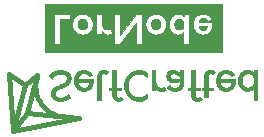
<source format=gbo>
G04 #@! TF.GenerationSoftware,KiCad,Pcbnew,(6.0.7)*
G04 #@! TF.CreationDate,2022-10-20T15:16:28+05:30*
G04 #@! TF.ProjectId,lornode,6c6f726e-6f64-4652-9e6b-696361645f70,rev?*
G04 #@! TF.SameCoordinates,Original*
G04 #@! TF.FileFunction,Legend,Bot*
G04 #@! TF.FilePolarity,Positive*
%FSLAX46Y46*%
G04 Gerber Fmt 4.6, Leading zero omitted, Abs format (unit mm)*
G04 Created by KiCad (PCBNEW (6.0.7)) date 2022-10-20 15:16:28*
%MOMM*%
%LPD*%
G01*
G04 APERTURE LIST*
%ADD10C,0.120000*%
%ADD11C,0.396874*%
%ADD12O,1.700000X1.700000*%
%ADD13R,1.700000X1.700000*%
%ADD14C,6.400000*%
%ADD15O,1.050000X2.100000*%
%ADD16C,0.700000*%
%ADD17C,2.400000*%
%ADD18R,2.400000X2.400000*%
G04 APERTURE END LIST*
D10*
G36*
X179167350Y-85349351D02*
G01*
X179158572Y-85383159D01*
X179148128Y-85414902D01*
X179142268Y-85429987D01*
X179135977Y-85444542D01*
X179129249Y-85458561D01*
X179122079Y-85472039D01*
X179114463Y-85484971D01*
X179106396Y-85497353D01*
X179097872Y-85509179D01*
X179088887Y-85520444D01*
X179079436Y-85531144D01*
X179069513Y-85541274D01*
X179059114Y-85550827D01*
X179048234Y-85559801D01*
X179036868Y-85568189D01*
X179025010Y-85575987D01*
X179012657Y-85583189D01*
X178999802Y-85589792D01*
X178986442Y-85595789D01*
X178972570Y-85601175D01*
X178958182Y-85605947D01*
X178943274Y-85610098D01*
X178927840Y-85613625D01*
X178911874Y-85616521D01*
X178895374Y-85618783D01*
X178878332Y-85620404D01*
X178860745Y-85621380D01*
X178842607Y-85621707D01*
X178823843Y-85621352D01*
X178805649Y-85620292D01*
X178788018Y-85618540D01*
X178770944Y-85616104D01*
X178754421Y-85612997D01*
X178738442Y-85609228D01*
X178723001Y-85604807D01*
X178708092Y-85599747D01*
X178693710Y-85594056D01*
X178679847Y-85587745D01*
X178666497Y-85580826D01*
X178653654Y-85573308D01*
X178641313Y-85565202D01*
X178629467Y-85556519D01*
X178618109Y-85547270D01*
X178607233Y-85537464D01*
X178596834Y-85527112D01*
X178586905Y-85516225D01*
X178577440Y-85504813D01*
X178568432Y-85492888D01*
X178559876Y-85480459D01*
X178551765Y-85467537D01*
X178536854Y-85440256D01*
X178523650Y-85411129D01*
X178512102Y-85380241D01*
X178502162Y-85347677D01*
X178493780Y-85313520D01*
X179174500Y-85313520D01*
X179167350Y-85349351D01*
G37*
X179167350Y-85349351D02*
X179158572Y-85383159D01*
X179148128Y-85414902D01*
X179142268Y-85429987D01*
X179135977Y-85444542D01*
X179129249Y-85458561D01*
X179122079Y-85472039D01*
X179114463Y-85484971D01*
X179106396Y-85497353D01*
X179097872Y-85509179D01*
X179088887Y-85520444D01*
X179079436Y-85531144D01*
X179069513Y-85541274D01*
X179059114Y-85550827D01*
X179048234Y-85559801D01*
X179036868Y-85568189D01*
X179025010Y-85575987D01*
X179012657Y-85583189D01*
X178999802Y-85589792D01*
X178986442Y-85595789D01*
X178972570Y-85601175D01*
X178958182Y-85605947D01*
X178943274Y-85610098D01*
X178927840Y-85613625D01*
X178911874Y-85616521D01*
X178895374Y-85618783D01*
X178878332Y-85620404D01*
X178860745Y-85621380D01*
X178842607Y-85621707D01*
X178823843Y-85621352D01*
X178805649Y-85620292D01*
X178788018Y-85618540D01*
X178770944Y-85616104D01*
X178754421Y-85612997D01*
X178738442Y-85609228D01*
X178723001Y-85604807D01*
X178708092Y-85599747D01*
X178693710Y-85594056D01*
X178679847Y-85587745D01*
X178666497Y-85580826D01*
X178653654Y-85573308D01*
X178641313Y-85565202D01*
X178629467Y-85556519D01*
X178618109Y-85547270D01*
X178607233Y-85537464D01*
X178596834Y-85527112D01*
X178586905Y-85516225D01*
X178577440Y-85504813D01*
X178568432Y-85492888D01*
X178559876Y-85480459D01*
X178551765Y-85467537D01*
X178536854Y-85440256D01*
X178523650Y-85411129D01*
X178512102Y-85380241D01*
X178502162Y-85347677D01*
X178493780Y-85313520D01*
X179174500Y-85313520D01*
X179167350Y-85349351D01*
D11*
X164688063Y-90602847D02*
X164676014Y-90484890D01*
D10*
G36*
X174824289Y-89988813D02*
G01*
X174824957Y-90016809D01*
X174826936Y-90044266D01*
X174830186Y-90071161D01*
X174834667Y-90097471D01*
X174840342Y-90123174D01*
X174847171Y-90148246D01*
X174855115Y-90172664D01*
X174864135Y-90196405D01*
X174874192Y-90219448D01*
X174885247Y-90241767D01*
X174897260Y-90263342D01*
X174910193Y-90284148D01*
X174924006Y-90304163D01*
X174938661Y-90323363D01*
X174954118Y-90341727D01*
X174970339Y-90359230D01*
X174987284Y-90375850D01*
X175004914Y-90391565D01*
X175023191Y-90406350D01*
X175042074Y-90420183D01*
X175061526Y-90433042D01*
X175081506Y-90444903D01*
X175101977Y-90455743D01*
X175122898Y-90465540D01*
X175144231Y-90474270D01*
X175165936Y-90481910D01*
X175187976Y-90488438D01*
X175210310Y-90493830D01*
X175232899Y-90498064D01*
X175255705Y-90501117D01*
X175278688Y-90502965D01*
X175301809Y-90503587D01*
X175324154Y-90503201D01*
X175345472Y-90502092D01*
X175365768Y-90500327D01*
X175385047Y-90497978D01*
X175403314Y-90495112D01*
X175420574Y-90491800D01*
X175436832Y-90488110D01*
X175452093Y-90484113D01*
X175466361Y-90479878D01*
X175479642Y-90475475D01*
X175503263Y-90466439D01*
X175522994Y-90457562D01*
X175538876Y-90449400D01*
X175684503Y-90666147D01*
X175666702Y-90679008D01*
X175648777Y-90690932D01*
X175630605Y-90701932D01*
X175612060Y-90712025D01*
X175593019Y-90721226D01*
X175573358Y-90729548D01*
X175552953Y-90737006D01*
X175531679Y-90743617D01*
X175509414Y-90749394D01*
X175486032Y-90754352D01*
X175461410Y-90758507D01*
X175435424Y-90761873D01*
X175407949Y-90764465D01*
X175378862Y-90766298D01*
X175348039Y-90767387D01*
X175315356Y-90767747D01*
X175278696Y-90766411D01*
X175242423Y-90762455D01*
X175206607Y-90755960D01*
X175171316Y-90747003D01*
X175136621Y-90735666D01*
X175102591Y-90722027D01*
X175069295Y-90706165D01*
X175036802Y-90688160D01*
X175005183Y-90668091D01*
X174974506Y-90646038D01*
X174944841Y-90622080D01*
X174916258Y-90596297D01*
X174888826Y-90568767D01*
X174862614Y-90539570D01*
X174837692Y-90508786D01*
X174814129Y-90476493D01*
X174800582Y-90733880D01*
X174526262Y-90733880D01*
X174526262Y-89040547D01*
X174824289Y-89040547D01*
X174824289Y-89988813D01*
G37*
X174824289Y-89988813D02*
X174824957Y-90016809D01*
X174826936Y-90044266D01*
X174830186Y-90071161D01*
X174834667Y-90097471D01*
X174840342Y-90123174D01*
X174847171Y-90148246D01*
X174855115Y-90172664D01*
X174864135Y-90196405D01*
X174874192Y-90219448D01*
X174885247Y-90241767D01*
X174897260Y-90263342D01*
X174910193Y-90284148D01*
X174924006Y-90304163D01*
X174938661Y-90323363D01*
X174954118Y-90341727D01*
X174970339Y-90359230D01*
X174987284Y-90375850D01*
X175004914Y-90391565D01*
X175023191Y-90406350D01*
X175042074Y-90420183D01*
X175061526Y-90433042D01*
X175081506Y-90444903D01*
X175101977Y-90455743D01*
X175122898Y-90465540D01*
X175144231Y-90474270D01*
X175165936Y-90481910D01*
X175187976Y-90488438D01*
X175210310Y-90493830D01*
X175232899Y-90498064D01*
X175255705Y-90501117D01*
X175278688Y-90502965D01*
X175301809Y-90503587D01*
X175324154Y-90503201D01*
X175345472Y-90502092D01*
X175365768Y-90500327D01*
X175385047Y-90497978D01*
X175403314Y-90495112D01*
X175420574Y-90491800D01*
X175436832Y-90488110D01*
X175452093Y-90484113D01*
X175466361Y-90479878D01*
X175479642Y-90475475D01*
X175503263Y-90466439D01*
X175522994Y-90457562D01*
X175538876Y-90449400D01*
X175684503Y-90666147D01*
X175666702Y-90679008D01*
X175648777Y-90690932D01*
X175630605Y-90701932D01*
X175612060Y-90712025D01*
X175593019Y-90721226D01*
X175573358Y-90729548D01*
X175552953Y-90737006D01*
X175531679Y-90743617D01*
X175509414Y-90749394D01*
X175486032Y-90754352D01*
X175461410Y-90758507D01*
X175435424Y-90761873D01*
X175407949Y-90764465D01*
X175378862Y-90766298D01*
X175348039Y-90767387D01*
X175315356Y-90767747D01*
X175278696Y-90766411D01*
X175242423Y-90762455D01*
X175206607Y-90755960D01*
X175171316Y-90747003D01*
X175136621Y-90735666D01*
X175102591Y-90722027D01*
X175069295Y-90706165D01*
X175036802Y-90688160D01*
X175005183Y-90668091D01*
X174974506Y-90646038D01*
X174944841Y-90622080D01*
X174916258Y-90596297D01*
X174888826Y-90568767D01*
X174862614Y-90539570D01*
X174837692Y-90508786D01*
X174814129Y-90476493D01*
X174800582Y-90733880D01*
X174526262Y-90733880D01*
X174526262Y-89040547D01*
X174824289Y-89040547D01*
X174824289Y-89988813D01*
D11*
X166250565Y-92767858D02*
X166250565Y-92767858D01*
X168375341Y-93035404D02*
X163967714Y-92639932D01*
D10*
G36*
X181525866Y-90159628D02*
G01*
X181515360Y-90201373D01*
X181503296Y-90241967D01*
X181489689Y-90281370D01*
X181474555Y-90319543D01*
X181457909Y-90356445D01*
X181439767Y-90392038D01*
X181420143Y-90426282D01*
X181399055Y-90459137D01*
X181376517Y-90490563D01*
X181352544Y-90520520D01*
X181327152Y-90548969D01*
X181300358Y-90575871D01*
X181272175Y-90601185D01*
X181242620Y-90624872D01*
X181211708Y-90646892D01*
X181179455Y-90667205D01*
X181145876Y-90685772D01*
X181110987Y-90702553D01*
X181074802Y-90717509D01*
X181037339Y-90730599D01*
X180998611Y-90741784D01*
X180958635Y-90751025D01*
X180917426Y-90758281D01*
X180875000Y-90763513D01*
X180831372Y-90766682D01*
X180786558Y-90767747D01*
X180740445Y-90766643D01*
X180695464Y-90763364D01*
X180651639Y-90757955D01*
X180608989Y-90750463D01*
X180567538Y-90740934D01*
X180527307Y-90729416D01*
X180488317Y-90715954D01*
X180450590Y-90700595D01*
X180414148Y-90683386D01*
X180379013Y-90664373D01*
X180345206Y-90643603D01*
X180312749Y-90621121D01*
X180281663Y-90596975D01*
X180251971Y-90571212D01*
X180223695Y-90543877D01*
X180196855Y-90515017D01*
X180171473Y-90484678D01*
X180147572Y-90452908D01*
X180125173Y-90419753D01*
X180104297Y-90385258D01*
X180084966Y-90349472D01*
X180067203Y-90312439D01*
X180051029Y-90274208D01*
X180036464Y-90234823D01*
X180023532Y-90194332D01*
X180012254Y-90152782D01*
X180002652Y-90110218D01*
X179994746Y-90066687D01*
X179988622Y-90022680D01*
X180278558Y-90022680D01*
X180288357Y-90076154D01*
X180301233Y-90127257D01*
X180317164Y-90175839D01*
X180336131Y-90221753D01*
X180346747Y-90243662D01*
X180358115Y-90264848D01*
X180370231Y-90285293D01*
X180383095Y-90304977D01*
X180396702Y-90323883D01*
X180411051Y-90341991D01*
X180426140Y-90359283D01*
X180441965Y-90375740D01*
X180458524Y-90391344D01*
X180475815Y-90406076D01*
X180493835Y-90419918D01*
X180512582Y-90432850D01*
X180532053Y-90444855D01*
X180552246Y-90455914D01*
X180573159Y-90466007D01*
X180594788Y-90475118D01*
X180617131Y-90483226D01*
X180640187Y-90490313D01*
X180663952Y-90496361D01*
X180688424Y-90501351D01*
X180713600Y-90505265D01*
X180739478Y-90508083D01*
X180766056Y-90509788D01*
X180793331Y-90510360D01*
X180819980Y-90509807D01*
X180845950Y-90508157D01*
X180871235Y-90505426D01*
X180895831Y-90501629D01*
X180919732Y-90496779D01*
X180942933Y-90490893D01*
X180965430Y-90483985D01*
X180987218Y-90476070D01*
X181008291Y-90467163D01*
X181028645Y-90457278D01*
X181048274Y-90446431D01*
X181067175Y-90434636D01*
X181085341Y-90421909D01*
X181102768Y-90408264D01*
X181119451Y-90393716D01*
X181135384Y-90378280D01*
X181150564Y-90361971D01*
X181164985Y-90344804D01*
X181178641Y-90326793D01*
X181191529Y-90307954D01*
X181203643Y-90288301D01*
X181214978Y-90267850D01*
X181225529Y-90246614D01*
X181235291Y-90224610D01*
X181244260Y-90201852D01*
X181252429Y-90178354D01*
X181259796Y-90154133D01*
X181266353Y-90129201D01*
X181272097Y-90103576D01*
X181277022Y-90077270D01*
X181284398Y-90022680D01*
X180278558Y-90022680D01*
X179988622Y-90022680D01*
X179988560Y-90022236D01*
X179984114Y-89976911D01*
X179981431Y-89930760D01*
X179980531Y-89883827D01*
X179981421Y-89836914D01*
X179984077Y-89790818D01*
X179988479Y-89745585D01*
X179994607Y-89701258D01*
X180002442Y-89657880D01*
X180011964Y-89615497D01*
X180023153Y-89574152D01*
X180035988Y-89533889D01*
X180050451Y-89494752D01*
X180066521Y-89456785D01*
X180084179Y-89420033D01*
X180103404Y-89384538D01*
X180124177Y-89350346D01*
X180146478Y-89317500D01*
X180170287Y-89286045D01*
X180195585Y-89256024D01*
X180222351Y-89227481D01*
X180250565Y-89200460D01*
X180280208Y-89175006D01*
X180311260Y-89151163D01*
X180343702Y-89128973D01*
X180377512Y-89108483D01*
X180412672Y-89089735D01*
X180449161Y-89072773D01*
X180486960Y-89057642D01*
X180526049Y-89044386D01*
X180566408Y-89033048D01*
X180608017Y-89023673D01*
X180650856Y-89016305D01*
X180694906Y-89010987D01*
X180740147Y-89007764D01*
X180786558Y-89006680D01*
X180845215Y-89008377D01*
X180901804Y-89013427D01*
X180956319Y-89021771D01*
X181008755Y-89033350D01*
X181059108Y-89048104D01*
X181107372Y-89065973D01*
X181153542Y-89086899D01*
X181197614Y-89110820D01*
X181239583Y-89137679D01*
X181279443Y-89167415D01*
X181317190Y-89199968D01*
X181352819Y-89235280D01*
X181386324Y-89273291D01*
X181417701Y-89313941D01*
X181446945Y-89357170D01*
X181474051Y-89402920D01*
X181264078Y-89548547D01*
X181238737Y-89510787D01*
X181213436Y-89476183D01*
X181188056Y-89444635D01*
X181162478Y-89416043D01*
X181149577Y-89402825D01*
X181136582Y-89390309D01*
X181123477Y-89378483D01*
X181110249Y-89367334D01*
X181096882Y-89356849D01*
X181083361Y-89347017D01*
X181069671Y-89337825D01*
X181055798Y-89329260D01*
X181041726Y-89321311D01*
X181027441Y-89313964D01*
X181012928Y-89307208D01*
X180998172Y-89301029D01*
X180983157Y-89295416D01*
X180967870Y-89290356D01*
X180952295Y-89285837D01*
X180936418Y-89281847D01*
X180903695Y-89275401D01*
X180869584Y-89270920D01*
X180833965Y-89268303D01*
X180796718Y-89267453D01*
X180767588Y-89268065D01*
X180739254Y-89269888D01*
X180711718Y-89272901D01*
X180684984Y-89277084D01*
X180659054Y-89282419D01*
X180633930Y-89288885D01*
X180609614Y-89296462D01*
X180586109Y-89305130D01*
X180563419Y-89314870D01*
X180541544Y-89325662D01*
X180520487Y-89337485D01*
X180500252Y-89350321D01*
X180480840Y-89364149D01*
X180462255Y-89378949D01*
X180444497Y-89394702D01*
X180427571Y-89411387D01*
X180411478Y-89428985D01*
X180396221Y-89447476D01*
X180381803Y-89466840D01*
X180368225Y-89487058D01*
X180355491Y-89508109D01*
X180343602Y-89529973D01*
X180332562Y-89552631D01*
X180322373Y-89576063D01*
X180313037Y-89600250D01*
X180304556Y-89625170D01*
X180296934Y-89650805D01*
X180290173Y-89677134D01*
X180279242Y-89731797D01*
X180271784Y-89789000D01*
X181551944Y-89789000D01*
X181553055Y-89801694D01*
X181553890Y-89814347D01*
X181554488Y-89826922D01*
X181554889Y-89839377D01*
X181555257Y-89863771D01*
X181555310Y-89887213D01*
X181551997Y-89981934D01*
X181547580Y-90022680D01*
X181542141Y-90072845D01*
X181525866Y-90159628D01*
G37*
X181525866Y-90159628D02*
X181515360Y-90201373D01*
X181503296Y-90241967D01*
X181489689Y-90281370D01*
X181474555Y-90319543D01*
X181457909Y-90356445D01*
X181439767Y-90392038D01*
X181420143Y-90426282D01*
X181399055Y-90459137D01*
X181376517Y-90490563D01*
X181352544Y-90520520D01*
X181327152Y-90548969D01*
X181300358Y-90575871D01*
X181272175Y-90601185D01*
X181242620Y-90624872D01*
X181211708Y-90646892D01*
X181179455Y-90667205D01*
X181145876Y-90685772D01*
X181110987Y-90702553D01*
X181074802Y-90717509D01*
X181037339Y-90730599D01*
X180998611Y-90741784D01*
X180958635Y-90751025D01*
X180917426Y-90758281D01*
X180875000Y-90763513D01*
X180831372Y-90766682D01*
X180786558Y-90767747D01*
X180740445Y-90766643D01*
X180695464Y-90763364D01*
X180651639Y-90757955D01*
X180608989Y-90750463D01*
X180567538Y-90740934D01*
X180527307Y-90729416D01*
X180488317Y-90715954D01*
X180450590Y-90700595D01*
X180414148Y-90683386D01*
X180379013Y-90664373D01*
X180345206Y-90643603D01*
X180312749Y-90621121D01*
X180281663Y-90596975D01*
X180251971Y-90571212D01*
X180223695Y-90543877D01*
X180196855Y-90515017D01*
X180171473Y-90484678D01*
X180147572Y-90452908D01*
X180125173Y-90419753D01*
X180104297Y-90385258D01*
X180084966Y-90349472D01*
X180067203Y-90312439D01*
X180051029Y-90274208D01*
X180036464Y-90234823D01*
X180023532Y-90194332D01*
X180012254Y-90152782D01*
X180002652Y-90110218D01*
X179994746Y-90066687D01*
X179988622Y-90022680D01*
X180278558Y-90022680D01*
X180288357Y-90076154D01*
X180301233Y-90127257D01*
X180317164Y-90175839D01*
X180336131Y-90221753D01*
X180346747Y-90243662D01*
X180358115Y-90264848D01*
X180370231Y-90285293D01*
X180383095Y-90304977D01*
X180396702Y-90323883D01*
X180411051Y-90341991D01*
X180426140Y-90359283D01*
X180441965Y-90375740D01*
X180458524Y-90391344D01*
X180475815Y-90406076D01*
X180493835Y-90419918D01*
X180512582Y-90432850D01*
X180532053Y-90444855D01*
X180552246Y-90455914D01*
X180573159Y-90466007D01*
X180594788Y-90475118D01*
X180617131Y-90483226D01*
X180640187Y-90490313D01*
X180663952Y-90496361D01*
X180688424Y-90501351D01*
X180713600Y-90505265D01*
X180739478Y-90508083D01*
X180766056Y-90509788D01*
X180793331Y-90510360D01*
X180819980Y-90509807D01*
X180845950Y-90508157D01*
X180871235Y-90505426D01*
X180895831Y-90501629D01*
X180919732Y-90496779D01*
X180942933Y-90490893D01*
X180965430Y-90483985D01*
X180987218Y-90476070D01*
X181008291Y-90467163D01*
X181028645Y-90457278D01*
X181048274Y-90446431D01*
X181067175Y-90434636D01*
X181085341Y-90421909D01*
X181102768Y-90408264D01*
X181119451Y-90393716D01*
X181135384Y-90378280D01*
X181150564Y-90361971D01*
X181164985Y-90344804D01*
X181178641Y-90326793D01*
X181191529Y-90307954D01*
X181203643Y-90288301D01*
X181214978Y-90267850D01*
X181225529Y-90246614D01*
X181235291Y-90224610D01*
X181244260Y-90201852D01*
X181252429Y-90178354D01*
X181259796Y-90154133D01*
X181266353Y-90129201D01*
X181272097Y-90103576D01*
X181277022Y-90077270D01*
X181284398Y-90022680D01*
X180278558Y-90022680D01*
X179988622Y-90022680D01*
X179988560Y-90022236D01*
X179984114Y-89976911D01*
X179981431Y-89930760D01*
X179980531Y-89883827D01*
X179981421Y-89836914D01*
X179984077Y-89790818D01*
X179988479Y-89745585D01*
X179994607Y-89701258D01*
X180002442Y-89657880D01*
X180011964Y-89615497D01*
X180023153Y-89574152D01*
X180035988Y-89533889D01*
X180050451Y-89494752D01*
X180066521Y-89456785D01*
X180084179Y-89420033D01*
X180103404Y-89384538D01*
X180124177Y-89350346D01*
X180146478Y-89317500D01*
X180170287Y-89286045D01*
X180195585Y-89256024D01*
X180222351Y-89227481D01*
X180250565Y-89200460D01*
X180280208Y-89175006D01*
X180311260Y-89151163D01*
X180343702Y-89128973D01*
X180377512Y-89108483D01*
X180412672Y-89089735D01*
X180449161Y-89072773D01*
X180486960Y-89057642D01*
X180526049Y-89044386D01*
X180566408Y-89033048D01*
X180608017Y-89023673D01*
X180650856Y-89016305D01*
X180694906Y-89010987D01*
X180740147Y-89007764D01*
X180786558Y-89006680D01*
X180845215Y-89008377D01*
X180901804Y-89013427D01*
X180956319Y-89021771D01*
X181008755Y-89033350D01*
X181059108Y-89048104D01*
X181107372Y-89065973D01*
X181153542Y-89086899D01*
X181197614Y-89110820D01*
X181239583Y-89137679D01*
X181279443Y-89167415D01*
X181317190Y-89199968D01*
X181352819Y-89235280D01*
X181386324Y-89273291D01*
X181417701Y-89313941D01*
X181446945Y-89357170D01*
X181474051Y-89402920D01*
X181264078Y-89548547D01*
X181238737Y-89510787D01*
X181213436Y-89476183D01*
X181188056Y-89444635D01*
X181162478Y-89416043D01*
X181149577Y-89402825D01*
X181136582Y-89390309D01*
X181123477Y-89378483D01*
X181110249Y-89367334D01*
X181096882Y-89356849D01*
X181083361Y-89347017D01*
X181069671Y-89337825D01*
X181055798Y-89329260D01*
X181041726Y-89321311D01*
X181027441Y-89313964D01*
X181012928Y-89307208D01*
X180998172Y-89301029D01*
X180983157Y-89295416D01*
X180967870Y-89290356D01*
X180952295Y-89285837D01*
X180936418Y-89281847D01*
X180903695Y-89275401D01*
X180869584Y-89270920D01*
X180833965Y-89268303D01*
X180796718Y-89267453D01*
X180767588Y-89268065D01*
X180739254Y-89269888D01*
X180711718Y-89272901D01*
X180684984Y-89277084D01*
X180659054Y-89282419D01*
X180633930Y-89288885D01*
X180609614Y-89296462D01*
X180586109Y-89305130D01*
X180563419Y-89314870D01*
X180541544Y-89325662D01*
X180520487Y-89337485D01*
X180500252Y-89350321D01*
X180480840Y-89364149D01*
X180462255Y-89378949D01*
X180444497Y-89394702D01*
X180427571Y-89411387D01*
X180411478Y-89428985D01*
X180396221Y-89447476D01*
X180381803Y-89466840D01*
X180368225Y-89487058D01*
X180355491Y-89508109D01*
X180343602Y-89529973D01*
X180332562Y-89552631D01*
X180322373Y-89576063D01*
X180313037Y-89600250D01*
X180304556Y-89625170D01*
X180296934Y-89650805D01*
X180290173Y-89677134D01*
X180279242Y-89731797D01*
X180271784Y-89789000D01*
X181551944Y-89789000D01*
X181553055Y-89801694D01*
X181553890Y-89814347D01*
X181554488Y-89826922D01*
X181554889Y-89839377D01*
X181555257Y-89863771D01*
X181555310Y-89887213D01*
X181551997Y-89981934D01*
X181547580Y-90022680D01*
X181542141Y-90072845D01*
X181525866Y-90159628D01*
D11*
X166250565Y-92767858D02*
X166143734Y-92723254D01*
X168375328Y-93035404D02*
X168295307Y-93040828D01*
D10*
G36*
X177175784Y-90164564D02*
G01*
X177173095Y-90203502D01*
X177168667Y-90241100D01*
X177162541Y-90277361D01*
X177154760Y-90312291D01*
X177145368Y-90345893D01*
X177134408Y-90378171D01*
X177121921Y-90409130D01*
X177107950Y-90438775D01*
X177092539Y-90467110D01*
X177075731Y-90494138D01*
X177057567Y-90519865D01*
X177038091Y-90544295D01*
X177017346Y-90567432D01*
X176995375Y-90589280D01*
X176972219Y-90609843D01*
X176947923Y-90629127D01*
X176922528Y-90647136D01*
X176896078Y-90663873D01*
X176868615Y-90679343D01*
X176840182Y-90693550D01*
X176810822Y-90706500D01*
X176780578Y-90718195D01*
X176749493Y-90728641D01*
X176717608Y-90737842D01*
X176684968Y-90745802D01*
X176651615Y-90752525D01*
X176617591Y-90758017D01*
X176547704Y-90765320D01*
X176475649Y-90767747D01*
X176416474Y-90766370D01*
X176359596Y-90762290D01*
X176305010Y-90755580D01*
X176252711Y-90746315D01*
X176202694Y-90734570D01*
X176154954Y-90720419D01*
X176109486Y-90703937D01*
X176066286Y-90685197D01*
X176025347Y-90664274D01*
X175986666Y-90641243D01*
X175950237Y-90616178D01*
X175916055Y-90589153D01*
X175884116Y-90560243D01*
X175854414Y-90529522D01*
X175826944Y-90497066D01*
X175801702Y-90462947D01*
X176008289Y-90280067D01*
X176027933Y-90307806D01*
X176048763Y-90333863D01*
X176070774Y-90358224D01*
X176082221Y-90369763D01*
X176093961Y-90380873D01*
X176105993Y-90391551D01*
X176118318Y-90401796D01*
X176130934Y-90411605D01*
X176143841Y-90420977D01*
X176157039Y-90429910D01*
X176170526Y-90438403D01*
X176184301Y-90446452D01*
X176198366Y-90454057D01*
X176212717Y-90461215D01*
X176227356Y-90467925D01*
X176242282Y-90474185D01*
X176257493Y-90479993D01*
X176272990Y-90485346D01*
X176288771Y-90490244D01*
X176304837Y-90494685D01*
X176321185Y-90498665D01*
X176337817Y-90502185D01*
X176354730Y-90505241D01*
X176389402Y-90509957D01*
X176425194Y-90512797D01*
X176462103Y-90513747D01*
X176504770Y-90512429D01*
X176546266Y-90508442D01*
X176586374Y-90501736D01*
X176624874Y-90492263D01*
X176661548Y-90479971D01*
X176679133Y-90472753D01*
X176696179Y-90464812D01*
X176712659Y-90456142D01*
X176728547Y-90446736D01*
X176743815Y-90436589D01*
X176758435Y-90425693D01*
X176772381Y-90414044D01*
X176785624Y-90401634D01*
X176798139Y-90388458D01*
X176809896Y-90374510D01*
X176820870Y-90359782D01*
X176831033Y-90344270D01*
X176840358Y-90327966D01*
X176848817Y-90310864D01*
X176856382Y-90292959D01*
X176863028Y-90274244D01*
X176868726Y-90254713D01*
X176873449Y-90234360D01*
X176877170Y-90213178D01*
X176879862Y-90191162D01*
X176881497Y-90168304D01*
X176882048Y-90144600D01*
X176882048Y-89944787D01*
X176573863Y-89995587D01*
X176519358Y-90003733D01*
X176466952Y-90009797D01*
X176416621Y-90013839D01*
X176368341Y-90015920D01*
X176322087Y-90016101D01*
X176277836Y-90014443D01*
X176235563Y-90011007D01*
X176195244Y-90005853D01*
X176156854Y-89999041D01*
X176120371Y-89990634D01*
X176085768Y-89980691D01*
X176053023Y-89969274D01*
X176022112Y-89956443D01*
X175993009Y-89942258D01*
X175965690Y-89926782D01*
X175940132Y-89910073D01*
X175916311Y-89892194D01*
X175894202Y-89873205D01*
X175873780Y-89853167D01*
X175855023Y-89832140D01*
X175837905Y-89810186D01*
X175822402Y-89787365D01*
X175808491Y-89763737D01*
X175796146Y-89739364D01*
X175776062Y-89688626D01*
X175761956Y-89635634D01*
X175753634Y-89580877D01*
X175751563Y-89538387D01*
X176055702Y-89538387D01*
X176056065Y-89553879D01*
X176057176Y-89569214D01*
X176059068Y-89584356D01*
X176061775Y-89599267D01*
X176065330Y-89613911D01*
X176069767Y-89628249D01*
X176075119Y-89642245D01*
X176081420Y-89655862D01*
X176088703Y-89669062D01*
X176097002Y-89681807D01*
X176106350Y-89694062D01*
X176116781Y-89705789D01*
X176128329Y-89716950D01*
X176141026Y-89727508D01*
X176154906Y-89737426D01*
X176170002Y-89746667D01*
X176186349Y-89755193D01*
X176203980Y-89762968D01*
X176222927Y-89769955D01*
X176243226Y-89776115D01*
X176264908Y-89781412D01*
X176288008Y-89785809D01*
X176312559Y-89789268D01*
X176338595Y-89791752D01*
X176366148Y-89793224D01*
X176395254Y-89793647D01*
X176425944Y-89792983D01*
X176458253Y-89791196D01*
X176492213Y-89788248D01*
X176527859Y-89784102D01*
X176565225Y-89778721D01*
X176604342Y-89772067D01*
X176882048Y-89724653D01*
X176882048Y-89531613D01*
X176851852Y-89504724D01*
X176820976Y-89478743D01*
X176789455Y-89453784D01*
X176757324Y-89429961D01*
X176724617Y-89407387D01*
X176691370Y-89386179D01*
X176657617Y-89366448D01*
X176623392Y-89348310D01*
X176588731Y-89331879D01*
X176553668Y-89317268D01*
X176518238Y-89304592D01*
X176482475Y-89293965D01*
X176446415Y-89285501D01*
X176410092Y-89279313D01*
X176373540Y-89275518D01*
X176336795Y-89274227D01*
X176321091Y-89274533D01*
X176305733Y-89275445D01*
X176290733Y-89276953D01*
X176276100Y-89279049D01*
X176261844Y-89281722D01*
X176247975Y-89284965D01*
X176234503Y-89288766D01*
X176221437Y-89293118D01*
X176208788Y-89298011D01*
X176196566Y-89303434D01*
X176184781Y-89309380D01*
X176173442Y-89315839D01*
X176162559Y-89322802D01*
X176152143Y-89330258D01*
X176142203Y-89338200D01*
X176132749Y-89346617D01*
X176123791Y-89355500D01*
X176115339Y-89364841D01*
X176107404Y-89374629D01*
X176099994Y-89384856D01*
X176093119Y-89395512D01*
X176086791Y-89406587D01*
X176081018Y-89418073D01*
X176075811Y-89429961D01*
X176071179Y-89442240D01*
X176067132Y-89454902D01*
X176063681Y-89467937D01*
X176060835Y-89481336D01*
X176058605Y-89495090D01*
X176056999Y-89509189D01*
X176056028Y-89523625D01*
X176055702Y-89538387D01*
X175751563Y-89538387D01*
X175750903Y-89524840D01*
X175751534Y-89496835D01*
X175753410Y-89469350D01*
X175756509Y-89442409D01*
X175760805Y-89416037D01*
X175766274Y-89390258D01*
X175772892Y-89365096D01*
X175780635Y-89340575D01*
X175789479Y-89316719D01*
X175799399Y-89293553D01*
X175810372Y-89271101D01*
X175822373Y-89249386D01*
X175835377Y-89228434D01*
X175849362Y-89208268D01*
X175864302Y-89188913D01*
X175880174Y-89170392D01*
X175896952Y-89152730D01*
X175914614Y-89135951D01*
X175933135Y-89120080D01*
X175952490Y-89105140D01*
X175972656Y-89091155D01*
X175993608Y-89078150D01*
X176015323Y-89066149D01*
X176037775Y-89055177D01*
X176060941Y-89045256D01*
X176084796Y-89036413D01*
X176109317Y-89028670D01*
X176134480Y-89022051D01*
X176160259Y-89016582D01*
X176186631Y-89012286D01*
X176213572Y-89009188D01*
X176241057Y-89007311D01*
X176269062Y-89006680D01*
X176310366Y-89007975D01*
X176351685Y-89011800D01*
X176392954Y-89018066D01*
X176434109Y-89026683D01*
X176475086Y-89037562D01*
X176515819Y-89050614D01*
X176556245Y-89065750D01*
X176596299Y-89082880D01*
X176635916Y-89101915D01*
X176675032Y-89122766D01*
X176713583Y-89145343D01*
X176751503Y-89169558D01*
X176788730Y-89195320D01*
X176825197Y-89222540D01*
X176860840Y-89251130D01*
X176895596Y-89281000D01*
X176912529Y-89040547D01*
X177176689Y-89040547D01*
X177176689Y-90124280D01*
X177175784Y-90164564D01*
G37*
X177175784Y-90164564D02*
X177173095Y-90203502D01*
X177168667Y-90241100D01*
X177162541Y-90277361D01*
X177154760Y-90312291D01*
X177145368Y-90345893D01*
X177134408Y-90378171D01*
X177121921Y-90409130D01*
X177107950Y-90438775D01*
X177092539Y-90467110D01*
X177075731Y-90494138D01*
X177057567Y-90519865D01*
X177038091Y-90544295D01*
X177017346Y-90567432D01*
X176995375Y-90589280D01*
X176972219Y-90609843D01*
X176947923Y-90629127D01*
X176922528Y-90647136D01*
X176896078Y-90663873D01*
X176868615Y-90679343D01*
X176840182Y-90693550D01*
X176810822Y-90706500D01*
X176780578Y-90718195D01*
X176749493Y-90728641D01*
X176717608Y-90737842D01*
X176684968Y-90745802D01*
X176651615Y-90752525D01*
X176617591Y-90758017D01*
X176547704Y-90765320D01*
X176475649Y-90767747D01*
X176416474Y-90766370D01*
X176359596Y-90762290D01*
X176305010Y-90755580D01*
X176252711Y-90746315D01*
X176202694Y-90734570D01*
X176154954Y-90720419D01*
X176109486Y-90703937D01*
X176066286Y-90685197D01*
X176025347Y-90664274D01*
X175986666Y-90641243D01*
X175950237Y-90616178D01*
X175916055Y-90589153D01*
X175884116Y-90560243D01*
X175854414Y-90529522D01*
X175826944Y-90497066D01*
X175801702Y-90462947D01*
X176008289Y-90280067D01*
X176027933Y-90307806D01*
X176048763Y-90333863D01*
X176070774Y-90358224D01*
X176082221Y-90369763D01*
X176093961Y-90380873D01*
X176105993Y-90391551D01*
X176118318Y-90401796D01*
X176130934Y-90411605D01*
X176143841Y-90420977D01*
X176157039Y-90429910D01*
X176170526Y-90438403D01*
X176184301Y-90446452D01*
X176198366Y-90454057D01*
X176212717Y-90461215D01*
X176227356Y-90467925D01*
X176242282Y-90474185D01*
X176257493Y-90479993D01*
X176272990Y-90485346D01*
X176288771Y-90490244D01*
X176304837Y-90494685D01*
X176321185Y-90498665D01*
X176337817Y-90502185D01*
X176354730Y-90505241D01*
X176389402Y-90509957D01*
X176425194Y-90512797D01*
X176462103Y-90513747D01*
X176504770Y-90512429D01*
X176546266Y-90508442D01*
X176586374Y-90501736D01*
X176624874Y-90492263D01*
X176661548Y-90479971D01*
X176679133Y-90472753D01*
X176696179Y-90464812D01*
X176712659Y-90456142D01*
X176728547Y-90446736D01*
X176743815Y-90436589D01*
X176758435Y-90425693D01*
X176772381Y-90414044D01*
X176785624Y-90401634D01*
X176798139Y-90388458D01*
X176809896Y-90374510D01*
X176820870Y-90359782D01*
X176831033Y-90344270D01*
X176840358Y-90327966D01*
X176848817Y-90310864D01*
X176856382Y-90292959D01*
X176863028Y-90274244D01*
X176868726Y-90254713D01*
X176873449Y-90234360D01*
X176877170Y-90213178D01*
X176879862Y-90191162D01*
X176881497Y-90168304D01*
X176882048Y-90144600D01*
X176882048Y-89944787D01*
X176573863Y-89995587D01*
X176519358Y-90003733D01*
X176466952Y-90009797D01*
X176416621Y-90013839D01*
X176368341Y-90015920D01*
X176322087Y-90016101D01*
X176277836Y-90014443D01*
X176235563Y-90011007D01*
X176195244Y-90005853D01*
X176156854Y-89999041D01*
X176120371Y-89990634D01*
X176085768Y-89980691D01*
X176053023Y-89969274D01*
X176022112Y-89956443D01*
X175993009Y-89942258D01*
X175965690Y-89926782D01*
X175940132Y-89910073D01*
X175916311Y-89892194D01*
X175894202Y-89873205D01*
X175873780Y-89853167D01*
X175855023Y-89832140D01*
X175837905Y-89810186D01*
X175822402Y-89787365D01*
X175808491Y-89763737D01*
X175796146Y-89739364D01*
X175776062Y-89688626D01*
X175761956Y-89635634D01*
X175753634Y-89580877D01*
X175751563Y-89538387D01*
X176055702Y-89538387D01*
X176056065Y-89553879D01*
X176057176Y-89569214D01*
X176059068Y-89584356D01*
X176061775Y-89599267D01*
X176065330Y-89613911D01*
X176069767Y-89628249D01*
X176075119Y-89642245D01*
X176081420Y-89655862D01*
X176088703Y-89669062D01*
X176097002Y-89681807D01*
X176106350Y-89694062D01*
X176116781Y-89705789D01*
X176128329Y-89716950D01*
X176141026Y-89727508D01*
X176154906Y-89737426D01*
X176170002Y-89746667D01*
X176186349Y-89755193D01*
X176203980Y-89762968D01*
X176222927Y-89769955D01*
X176243226Y-89776115D01*
X176264908Y-89781412D01*
X176288008Y-89785809D01*
X176312559Y-89789268D01*
X176338595Y-89791752D01*
X176366148Y-89793224D01*
X176395254Y-89793647D01*
X176425944Y-89792983D01*
X176458253Y-89791196D01*
X176492213Y-89788248D01*
X176527859Y-89784102D01*
X176565225Y-89778721D01*
X176604342Y-89772067D01*
X176882048Y-89724653D01*
X176882048Y-89531613D01*
X176851852Y-89504724D01*
X176820976Y-89478743D01*
X176789455Y-89453784D01*
X176757324Y-89429961D01*
X176724617Y-89407387D01*
X176691370Y-89386179D01*
X176657617Y-89366448D01*
X176623392Y-89348310D01*
X176588731Y-89331879D01*
X176553668Y-89317268D01*
X176518238Y-89304592D01*
X176482475Y-89293965D01*
X176446415Y-89285501D01*
X176410092Y-89279313D01*
X176373540Y-89275518D01*
X176336795Y-89274227D01*
X176321091Y-89274533D01*
X176305733Y-89275445D01*
X176290733Y-89276953D01*
X176276100Y-89279049D01*
X176261844Y-89281722D01*
X176247975Y-89284965D01*
X176234503Y-89288766D01*
X176221437Y-89293118D01*
X176208788Y-89298011D01*
X176196566Y-89303434D01*
X176184781Y-89309380D01*
X176173442Y-89315839D01*
X176162559Y-89322802D01*
X176152143Y-89330258D01*
X176142203Y-89338200D01*
X176132749Y-89346617D01*
X176123791Y-89355500D01*
X176115339Y-89364841D01*
X176107404Y-89374629D01*
X176099994Y-89384856D01*
X176093119Y-89395512D01*
X176086791Y-89406587D01*
X176081018Y-89418073D01*
X176075811Y-89429961D01*
X176071179Y-89442240D01*
X176067132Y-89454902D01*
X176063681Y-89467937D01*
X176060835Y-89481336D01*
X176058605Y-89495090D01*
X176056999Y-89509189D01*
X176056028Y-89523625D01*
X176055702Y-89538387D01*
X175751563Y-89538387D01*
X175750903Y-89524840D01*
X175751534Y-89496835D01*
X175753410Y-89469350D01*
X175756509Y-89442409D01*
X175760805Y-89416037D01*
X175766274Y-89390258D01*
X175772892Y-89365096D01*
X175780635Y-89340575D01*
X175789479Y-89316719D01*
X175799399Y-89293553D01*
X175810372Y-89271101D01*
X175822373Y-89249386D01*
X175835377Y-89228434D01*
X175849362Y-89208268D01*
X175864302Y-89188913D01*
X175880174Y-89170392D01*
X175896952Y-89152730D01*
X175914614Y-89135951D01*
X175933135Y-89120080D01*
X175952490Y-89105140D01*
X175972656Y-89091155D01*
X175993608Y-89078150D01*
X176015323Y-89066149D01*
X176037775Y-89055177D01*
X176060941Y-89045256D01*
X176084796Y-89036413D01*
X176109317Y-89028670D01*
X176134480Y-89022051D01*
X176160259Y-89016582D01*
X176186631Y-89012286D01*
X176213572Y-89009188D01*
X176241057Y-89007311D01*
X176269062Y-89006680D01*
X176310366Y-89007975D01*
X176351685Y-89011800D01*
X176392954Y-89018066D01*
X176434109Y-89026683D01*
X176475086Y-89037562D01*
X176515819Y-89050614D01*
X176556245Y-89065750D01*
X176596299Y-89082880D01*
X176635916Y-89101915D01*
X176675032Y-89122766D01*
X176713583Y-89145343D01*
X176751503Y-89169558D01*
X176788730Y-89195320D01*
X176825197Y-89222540D01*
X176860840Y-89251130D01*
X176895596Y-89281000D01*
X176912529Y-89040547D01*
X177176689Y-89040547D01*
X177176689Y-90124280D01*
X177175784Y-90164564D01*
D11*
X164688041Y-90023853D02*
X164706834Y-89912932D01*
X164676014Y-90484890D02*
X164669842Y-90367685D01*
X165937754Y-92613973D02*
X165838898Y-92549953D01*
X164924641Y-91421975D02*
X164831324Y-91192394D01*
X162776838Y-94202468D02*
X168375341Y-93035404D01*
X166039414Y-92671850D02*
X165937754Y-92613973D01*
X164764387Y-89698595D02*
X164803440Y-89595835D01*
D10*
G36*
X165468682Y-87452200D02*
G01*
X165468682Y-84277200D01*
X166214278Y-84277200D01*
X166214278Y-86817200D01*
X166725664Y-86817200D01*
X171340590Y-86817200D01*
X171862137Y-86817200D01*
X173162617Y-85052747D01*
X173162617Y-86817200D01*
X173670616Y-86817200D01*
X173670616Y-85123867D01*
X173977491Y-85123867D01*
X173978565Y-85169896D01*
X173981762Y-85215239D01*
X173987040Y-85259846D01*
X173994358Y-85303664D01*
X174003675Y-85346645D01*
X174014951Y-85388736D01*
X174028144Y-85429887D01*
X174043213Y-85470048D01*
X174060118Y-85509166D01*
X174078818Y-85547192D01*
X174099271Y-85584074D01*
X174121437Y-85619762D01*
X174145275Y-85654205D01*
X174170744Y-85687352D01*
X174197803Y-85719151D01*
X174226411Y-85749554D01*
X174256527Y-85778507D01*
X174288110Y-85805961D01*
X174321119Y-85831865D01*
X174355514Y-85856167D01*
X174391253Y-85878818D01*
X174428296Y-85899766D01*
X174466601Y-85918960D01*
X174506128Y-85936349D01*
X174546836Y-85951883D01*
X174588683Y-85965511D01*
X174631629Y-85977182D01*
X174675633Y-85986845D01*
X174720654Y-85994449D01*
X174766652Y-85999944D01*
X174813584Y-86003277D01*
X174861410Y-86004400D01*
X174908939Y-86003277D01*
X174955611Y-85999944D01*
X175001384Y-85994449D01*
X175046215Y-85986845D01*
X175090062Y-85977182D01*
X175132880Y-85965511D01*
X175174629Y-85951883D01*
X175215264Y-85936349D01*
X175254744Y-85918960D01*
X175293024Y-85899766D01*
X175330064Y-85878818D01*
X175365819Y-85856167D01*
X175400247Y-85831865D01*
X175433305Y-85805961D01*
X175464950Y-85778507D01*
X175495141Y-85749554D01*
X175523832Y-85719151D01*
X175550983Y-85687352D01*
X175576551Y-85654205D01*
X175600491Y-85619762D01*
X175622762Y-85584074D01*
X175643321Y-85547192D01*
X175662125Y-85509166D01*
X175679132Y-85470048D01*
X175694298Y-85429887D01*
X175707580Y-85388736D01*
X175718937Y-85346645D01*
X175728325Y-85303664D01*
X175735701Y-85259846D01*
X175741022Y-85215239D01*
X175744246Y-85169896D01*
X175745331Y-85123867D01*
X175951960Y-85123867D01*
X175952897Y-85169896D01*
X175955686Y-85215239D01*
X175960295Y-85259846D01*
X175966690Y-85303664D01*
X175974840Y-85346645D01*
X175984709Y-85388736D01*
X175996267Y-85429887D01*
X176009480Y-85470048D01*
X176024315Y-85509166D01*
X176040740Y-85547192D01*
X176058721Y-85584074D01*
X176078226Y-85619762D01*
X176099221Y-85654205D01*
X176121674Y-85687352D01*
X176145553Y-85719151D01*
X176170823Y-85749554D01*
X176197453Y-85778507D01*
X176225409Y-85805961D01*
X176254659Y-85831865D01*
X176285170Y-85856167D01*
X176316908Y-85878818D01*
X176349841Y-85899766D01*
X176383937Y-85918960D01*
X176419161Y-85936349D01*
X176455482Y-85951883D01*
X176492867Y-85965511D01*
X176531282Y-85977182D01*
X176570695Y-85986845D01*
X176611072Y-85994449D01*
X176652382Y-85999944D01*
X176694591Y-86003277D01*
X176737667Y-86004400D01*
X176772233Y-86003611D01*
X176806075Y-86001265D01*
X176839182Y-85997390D01*
X176871546Y-85992018D01*
X176903155Y-85985177D01*
X176934001Y-85976897D01*
X176964072Y-85967208D01*
X176993360Y-85956140D01*
X177021854Y-85943723D01*
X177049544Y-85929986D01*
X177076421Y-85914959D01*
X177102474Y-85898673D01*
X177127694Y-85881156D01*
X177152070Y-85862438D01*
X177175593Y-85842550D01*
X177198253Y-85821520D01*
X177198253Y-86817200D01*
X177685933Y-86817200D01*
X177685933Y-85123867D01*
X177992554Y-85123867D01*
X177993474Y-85170502D01*
X177996223Y-85216393D01*
X178000786Y-85261494D01*
X178007145Y-85305755D01*
X178015286Y-85349128D01*
X178025192Y-85391564D01*
X178036846Y-85433016D01*
X178050233Y-85473434D01*
X178065336Y-85512772D01*
X178082140Y-85550979D01*
X178100628Y-85588008D01*
X178120784Y-85623810D01*
X178142592Y-85658338D01*
X178166036Y-85691542D01*
X178191099Y-85723375D01*
X178217767Y-85753787D01*
X178246022Y-85782731D01*
X178275848Y-85810158D01*
X178307229Y-85836020D01*
X178340150Y-85860269D01*
X178374593Y-85882855D01*
X178410544Y-85903731D01*
X178447985Y-85922849D01*
X178486901Y-85940160D01*
X178527275Y-85955615D01*
X178569092Y-85969166D01*
X178612335Y-85980766D01*
X178656988Y-85990364D01*
X178703036Y-85997914D01*
X178750461Y-86003367D01*
X178799248Y-86006674D01*
X178849380Y-86007787D01*
X178894859Y-86006780D01*
X178939205Y-86003777D01*
X178982400Y-85998807D01*
X179024422Y-85991899D01*
X179065251Y-85983081D01*
X179104866Y-85972381D01*
X179143247Y-85959828D01*
X179180374Y-85945451D01*
X179216226Y-85929278D01*
X179250782Y-85911338D01*
X179284022Y-85891659D01*
X179315926Y-85870270D01*
X179346474Y-85847199D01*
X179375644Y-85822475D01*
X179403416Y-85796126D01*
X179429770Y-85768181D01*
X179454685Y-85738668D01*
X179478142Y-85707616D01*
X179500118Y-85675053D01*
X179520595Y-85641009D01*
X179539551Y-85605510D01*
X179556966Y-85568587D01*
X179572820Y-85530267D01*
X179587091Y-85490580D01*
X179599761Y-85449553D01*
X179610807Y-85407215D01*
X179620210Y-85363594D01*
X179627950Y-85318720D01*
X179634005Y-85272620D01*
X179638355Y-85225323D01*
X179640980Y-85176859D01*
X179641860Y-85127254D01*
X179641701Y-85109467D01*
X179641225Y-85091641D01*
X179640431Y-85073735D01*
X179639320Y-85055710D01*
X179637891Y-85037527D01*
X179636145Y-85019145D01*
X179634081Y-85000525D01*
X179631700Y-84981627D01*
X178483620Y-84981627D01*
X178489701Y-84940760D01*
X178497821Y-84902027D01*
X178508035Y-84865496D01*
X178513944Y-84848079D01*
X178520397Y-84831238D01*
X178527401Y-84814982D01*
X178534962Y-84799321D01*
X178543087Y-84784262D01*
X178551783Y-84769815D01*
X178561058Y-84755987D01*
X178570917Y-84742789D01*
X178581368Y-84730228D01*
X178592417Y-84718313D01*
X178604071Y-84707054D01*
X178616337Y-84696457D01*
X178629223Y-84686533D01*
X178642734Y-84677290D01*
X178656877Y-84668736D01*
X178671660Y-84660881D01*
X178687089Y-84653732D01*
X178703171Y-84647299D01*
X178719913Y-84641591D01*
X178737322Y-84636615D01*
X178755403Y-84632381D01*
X178774166Y-84628897D01*
X178793615Y-84626173D01*
X178813758Y-84624216D01*
X178834602Y-84623035D01*
X178856153Y-84622640D01*
X178886610Y-84623330D01*
X178915817Y-84625458D01*
X178943873Y-84629114D01*
X178970877Y-84634388D01*
X178984015Y-84637659D01*
X178996928Y-84641368D01*
X179009628Y-84645526D01*
X179022126Y-84650144D01*
X179034437Y-84655233D01*
X179046571Y-84660805D01*
X179058541Y-84666870D01*
X179070360Y-84673440D01*
X179082040Y-84680526D01*
X179093594Y-84688139D01*
X179105033Y-84696291D01*
X179116371Y-84704992D01*
X179127619Y-84714253D01*
X179138791Y-84724086D01*
X179160953Y-84745513D01*
X179182957Y-84769360D01*
X179204901Y-84795717D01*
X179226884Y-84824674D01*
X179249007Y-84856320D01*
X179597833Y-84683600D01*
X179572689Y-84634008D01*
X179544315Y-84586895D01*
X179512815Y-84542363D01*
X179478294Y-84500509D01*
X179440857Y-84461433D01*
X179400606Y-84425235D01*
X179357647Y-84392013D01*
X179312083Y-84361867D01*
X179264019Y-84334896D01*
X179213559Y-84311200D01*
X179160807Y-84290876D01*
X179105867Y-84274026D01*
X179048844Y-84260747D01*
X178989841Y-84251139D01*
X178928963Y-84245302D01*
X178866313Y-84243334D01*
X178811663Y-84244428D01*
X178758832Y-84247679D01*
X178707816Y-84253042D01*
X178658609Y-84260472D01*
X178611205Y-84269924D01*
X178582168Y-84277200D01*
X178565599Y-84281352D01*
X178521785Y-84294711D01*
X178479757Y-84309956D01*
X178439510Y-84327041D01*
X178401039Y-84345922D01*
X178364338Y-84366552D01*
X178329401Y-84388888D01*
X178296222Y-84412882D01*
X178264797Y-84438491D01*
X178235119Y-84465669D01*
X178207183Y-84494370D01*
X178180984Y-84524550D01*
X178156515Y-84556163D01*
X178133771Y-84589164D01*
X178112747Y-84623507D01*
X178093437Y-84659147D01*
X178075835Y-84696040D01*
X178059936Y-84734139D01*
X178045735Y-84773400D01*
X178033225Y-84813777D01*
X178022401Y-84855225D01*
X178013258Y-84897698D01*
X178005789Y-84941152D01*
X177995855Y-85030820D01*
X177992554Y-85123867D01*
X177685933Y-85123867D01*
X177685933Y-84277200D01*
X177249053Y-84273814D01*
X177221960Y-84449920D01*
X177198587Y-84426392D01*
X177174203Y-84404095D01*
X177148826Y-84383067D01*
X177122477Y-84363349D01*
X177095175Y-84344980D01*
X177066940Y-84328001D01*
X177037793Y-84312450D01*
X177007753Y-84298367D01*
X176976840Y-84285793D01*
X176945073Y-84274766D01*
X176912473Y-84265327D01*
X176879060Y-84257516D01*
X176844852Y-84251371D01*
X176809871Y-84246932D01*
X176774136Y-84244240D01*
X176737667Y-84243334D01*
X176694591Y-84244457D01*
X176652382Y-84247791D01*
X176611072Y-84253285D01*
X176570695Y-84260889D01*
X176531282Y-84270552D01*
X176492867Y-84282223D01*
X176455482Y-84295851D01*
X176419161Y-84311385D01*
X176383937Y-84328774D01*
X176349841Y-84347968D01*
X176316908Y-84368916D01*
X176285170Y-84391567D01*
X176254659Y-84415869D01*
X176225409Y-84441773D01*
X176197453Y-84469227D01*
X176170823Y-84498180D01*
X176145553Y-84528582D01*
X176121674Y-84560382D01*
X176099221Y-84593529D01*
X176078226Y-84627972D01*
X176058721Y-84663660D01*
X176040740Y-84700542D01*
X176024315Y-84738568D01*
X176009480Y-84777686D01*
X175996267Y-84817846D01*
X175984709Y-84858997D01*
X175974840Y-84901089D01*
X175966690Y-84944069D01*
X175960295Y-84987888D01*
X175955686Y-85032495D01*
X175952897Y-85077838D01*
X175951960Y-85123867D01*
X175745331Y-85123867D01*
X175744246Y-85078136D01*
X175741022Y-85033053D01*
X175735701Y-84988670D01*
X175728325Y-84945042D01*
X175718937Y-84902219D01*
X175707580Y-84860255D01*
X175694298Y-84819203D01*
X175679132Y-84779115D01*
X175662125Y-84740044D01*
X175643321Y-84702043D01*
X175622762Y-84665164D01*
X175600491Y-84629460D01*
X175576551Y-84594984D01*
X175550983Y-84561789D01*
X175523832Y-84529927D01*
X175495141Y-84499450D01*
X175464950Y-84470413D01*
X175433305Y-84442867D01*
X175400247Y-84416865D01*
X175365819Y-84392460D01*
X175330064Y-84369704D01*
X175293024Y-84348650D01*
X175254744Y-84329352D01*
X175215264Y-84311861D01*
X175174629Y-84296230D01*
X175132880Y-84282513D01*
X175090062Y-84270761D01*
X175046215Y-84261028D01*
X175001384Y-84253366D01*
X174955611Y-84247828D01*
X174908939Y-84244466D01*
X174861410Y-84243334D01*
X174813584Y-84244466D01*
X174766652Y-84247828D01*
X174720654Y-84253366D01*
X174675633Y-84261028D01*
X174631629Y-84270761D01*
X174608099Y-84277200D01*
X174588683Y-84282513D01*
X174546836Y-84296230D01*
X174506128Y-84311861D01*
X174466601Y-84329352D01*
X174428296Y-84348650D01*
X174391253Y-84369704D01*
X174355514Y-84392460D01*
X174321119Y-84416865D01*
X174288110Y-84442867D01*
X174256527Y-84470413D01*
X174226411Y-84499450D01*
X174197803Y-84529927D01*
X174170744Y-84561789D01*
X174145275Y-84594984D01*
X174121437Y-84629460D01*
X174099271Y-84665164D01*
X174078818Y-84702043D01*
X174060118Y-84740044D01*
X174043213Y-84779115D01*
X174028144Y-84819203D01*
X174014951Y-84860255D01*
X174003675Y-84902219D01*
X173994358Y-84945042D01*
X173987040Y-84988670D01*
X173981762Y-85033053D01*
X173978565Y-85078136D01*
X173977491Y-85123867D01*
X173670616Y-85123867D01*
X173670616Y-84277200D01*
X173149071Y-84277200D01*
X171851977Y-86045040D01*
X171851977Y-84277200D01*
X171340590Y-84277200D01*
X171340590Y-86817200D01*
X166725664Y-86817200D01*
X166725664Y-85123867D01*
X167766408Y-85123867D01*
X167767483Y-85169896D01*
X167770680Y-85215239D01*
X167775958Y-85259846D01*
X167783276Y-85303664D01*
X167792593Y-85346645D01*
X167803868Y-85388736D01*
X167817061Y-85429887D01*
X167832131Y-85470048D01*
X167849036Y-85509166D01*
X167867735Y-85547192D01*
X167888189Y-85584074D01*
X167910355Y-85619762D01*
X167934193Y-85654205D01*
X167959662Y-85687352D01*
X167986720Y-85719151D01*
X168015328Y-85749554D01*
X168045444Y-85778507D01*
X168077027Y-85805961D01*
X168110037Y-85831865D01*
X168144432Y-85856167D01*
X168180171Y-85878818D01*
X168217213Y-85899766D01*
X168255519Y-85918960D01*
X168295045Y-85936349D01*
X168335753Y-85951883D01*
X168377600Y-85965511D01*
X168420546Y-85977182D01*
X168464550Y-85986845D01*
X168509571Y-85994449D01*
X168555568Y-85999944D01*
X168602501Y-86003277D01*
X168650327Y-86004400D01*
X168697856Y-86003277D01*
X168744528Y-85999944D01*
X168790301Y-85994449D01*
X168835132Y-85986845D01*
X168878979Y-85977182D01*
X168903369Y-85970534D01*
X169839069Y-85970534D01*
X170282722Y-85970534D01*
X170309815Y-85709760D01*
X170332072Y-85742649D01*
X170355628Y-85773955D01*
X170380434Y-85803604D01*
X170406441Y-85831521D01*
X170433599Y-85857633D01*
X170461858Y-85881865D01*
X170491169Y-85904142D01*
X170521482Y-85924390D01*
X170552748Y-85942535D01*
X170584916Y-85958501D01*
X170617938Y-85972216D01*
X170651763Y-85983604D01*
X170686343Y-85992591D01*
X170721626Y-85999102D01*
X170757565Y-86003063D01*
X170794109Y-86004400D01*
X170829965Y-86003844D01*
X170863946Y-86002171D01*
X170896161Y-85999377D01*
X170926719Y-85995457D01*
X170955729Y-85990406D01*
X170983300Y-85984219D01*
X171009542Y-85976891D01*
X171034563Y-85968417D01*
X171058473Y-85958792D01*
X171081381Y-85948011D01*
X171103396Y-85936069D01*
X171124627Y-85922962D01*
X171145184Y-85908683D01*
X171165174Y-85893229D01*
X171184709Y-85876594D01*
X171203896Y-85858774D01*
X170997309Y-85496400D01*
X170978180Y-85509471D01*
X170956034Y-85522859D01*
X170943681Y-85529473D01*
X170930396Y-85535929D01*
X170916118Y-85542147D01*
X170900789Y-85548047D01*
X170884348Y-85553550D01*
X170866737Y-85558577D01*
X170847895Y-85563049D01*
X170827764Y-85566885D01*
X170806283Y-85570007D01*
X170783393Y-85572336D01*
X170759035Y-85573791D01*
X170733149Y-85574294D01*
X170714124Y-85573799D01*
X170695175Y-85572323D01*
X170676334Y-85569876D01*
X170657637Y-85566469D01*
X170639118Y-85562111D01*
X170620813Y-85556814D01*
X170602756Y-85550588D01*
X170584982Y-85543443D01*
X170567526Y-85535391D01*
X170550421Y-85526441D01*
X170533704Y-85516605D01*
X170517408Y-85505892D01*
X170501568Y-85494314D01*
X170486220Y-85481880D01*
X170471398Y-85468602D01*
X170457136Y-85454490D01*
X170443469Y-85439555D01*
X170430433Y-85423806D01*
X170418061Y-85407255D01*
X170406389Y-85389912D01*
X170395451Y-85371788D01*
X170385282Y-85352893D01*
X170375916Y-85333237D01*
X170367389Y-85312832D01*
X170359735Y-85291688D01*
X170352989Y-85269815D01*
X170347186Y-85247224D01*
X170342360Y-85223926D01*
X170338546Y-85199930D01*
X170335778Y-85175248D01*
X170334092Y-85149890D01*
X170333523Y-85123867D01*
X170333523Y-84277200D01*
X169839069Y-84277200D01*
X169839069Y-85970534D01*
X168903369Y-85970534D01*
X168921798Y-85965511D01*
X168963546Y-85951883D01*
X169004181Y-85936349D01*
X169043661Y-85918960D01*
X169081942Y-85899766D01*
X169118981Y-85878818D01*
X169154736Y-85856167D01*
X169189164Y-85831865D01*
X169222222Y-85805961D01*
X169253868Y-85778507D01*
X169284058Y-85749554D01*
X169312750Y-85719151D01*
X169339901Y-85687352D01*
X169365468Y-85654205D01*
X169389409Y-85619762D01*
X169411680Y-85584074D01*
X169432239Y-85547192D01*
X169451043Y-85509166D01*
X169468049Y-85470048D01*
X169483215Y-85429887D01*
X169496498Y-85388736D01*
X169507854Y-85346645D01*
X169517242Y-85303664D01*
X169524618Y-85259846D01*
X169529940Y-85215239D01*
X169533164Y-85169896D01*
X169534248Y-85123867D01*
X169533164Y-85078136D01*
X169529940Y-85033053D01*
X169524618Y-84988670D01*
X169517242Y-84945042D01*
X169507854Y-84902219D01*
X169496498Y-84860255D01*
X169483215Y-84819203D01*
X169468049Y-84779115D01*
X169451043Y-84740044D01*
X169432239Y-84702043D01*
X169411680Y-84665164D01*
X169389409Y-84629460D01*
X169365468Y-84594984D01*
X169339901Y-84561789D01*
X169312750Y-84529927D01*
X169284058Y-84499450D01*
X169253868Y-84470413D01*
X169222222Y-84442867D01*
X169189164Y-84416865D01*
X169154736Y-84392460D01*
X169118981Y-84369704D01*
X169081942Y-84348650D01*
X169043661Y-84329352D01*
X169004181Y-84311861D01*
X168963546Y-84296230D01*
X168921798Y-84282513D01*
X168878979Y-84270761D01*
X168835132Y-84261028D01*
X168790301Y-84253366D01*
X168744528Y-84247828D01*
X168697856Y-84244466D01*
X168650327Y-84243334D01*
X168602501Y-84244466D01*
X168555568Y-84247828D01*
X168509571Y-84253366D01*
X168464550Y-84261028D01*
X168420546Y-84270761D01*
X168397016Y-84277200D01*
X168377600Y-84282513D01*
X168335753Y-84296230D01*
X168295045Y-84311861D01*
X168255519Y-84329352D01*
X168217213Y-84348650D01*
X168180171Y-84369704D01*
X168144432Y-84392460D01*
X168110037Y-84416865D01*
X168077027Y-84442867D01*
X168045444Y-84470413D01*
X168015328Y-84499450D01*
X167986720Y-84529927D01*
X167959662Y-84561789D01*
X167934193Y-84594984D01*
X167910355Y-84629460D01*
X167888189Y-84665164D01*
X167867735Y-84702043D01*
X167849036Y-84740044D01*
X167832131Y-84779115D01*
X167817061Y-84819203D01*
X167803868Y-84860255D01*
X167792593Y-84902219D01*
X167783276Y-84945042D01*
X167775958Y-84988670D01*
X167770680Y-85033053D01*
X167767483Y-85078136D01*
X167766408Y-85123867D01*
X166725664Y-85123867D01*
X166725664Y-84724240D01*
X167582491Y-84724240D01*
X167582491Y-84277200D01*
X166214278Y-84277200D01*
X165468682Y-84277200D01*
X165468682Y-83430533D01*
X180497014Y-83430533D01*
X180497014Y-87452200D01*
X165468682Y-87452200D01*
G37*
X165468682Y-87452200D02*
X165468682Y-84277200D01*
X166214278Y-84277200D01*
X166214278Y-86817200D01*
X166725664Y-86817200D01*
X171340590Y-86817200D01*
X171862137Y-86817200D01*
X173162617Y-85052747D01*
X173162617Y-86817200D01*
X173670616Y-86817200D01*
X173670616Y-85123867D01*
X173977491Y-85123867D01*
X173978565Y-85169896D01*
X173981762Y-85215239D01*
X173987040Y-85259846D01*
X173994358Y-85303664D01*
X174003675Y-85346645D01*
X174014951Y-85388736D01*
X174028144Y-85429887D01*
X174043213Y-85470048D01*
X174060118Y-85509166D01*
X174078818Y-85547192D01*
X174099271Y-85584074D01*
X174121437Y-85619762D01*
X174145275Y-85654205D01*
X174170744Y-85687352D01*
X174197803Y-85719151D01*
X174226411Y-85749554D01*
X174256527Y-85778507D01*
X174288110Y-85805961D01*
X174321119Y-85831865D01*
X174355514Y-85856167D01*
X174391253Y-85878818D01*
X174428296Y-85899766D01*
X174466601Y-85918960D01*
X174506128Y-85936349D01*
X174546836Y-85951883D01*
X174588683Y-85965511D01*
X174631629Y-85977182D01*
X174675633Y-85986845D01*
X174720654Y-85994449D01*
X174766652Y-85999944D01*
X174813584Y-86003277D01*
X174861410Y-86004400D01*
X174908939Y-86003277D01*
X174955611Y-85999944D01*
X175001384Y-85994449D01*
X175046215Y-85986845D01*
X175090062Y-85977182D01*
X175132880Y-85965511D01*
X175174629Y-85951883D01*
X175215264Y-85936349D01*
X175254744Y-85918960D01*
X175293024Y-85899766D01*
X175330064Y-85878818D01*
X175365819Y-85856167D01*
X175400247Y-85831865D01*
X175433305Y-85805961D01*
X175464950Y-85778507D01*
X175495141Y-85749554D01*
X175523832Y-85719151D01*
X175550983Y-85687352D01*
X175576551Y-85654205D01*
X175600491Y-85619762D01*
X175622762Y-85584074D01*
X175643321Y-85547192D01*
X175662125Y-85509166D01*
X175679132Y-85470048D01*
X175694298Y-85429887D01*
X175707580Y-85388736D01*
X175718937Y-85346645D01*
X175728325Y-85303664D01*
X175735701Y-85259846D01*
X175741022Y-85215239D01*
X175744246Y-85169896D01*
X175745331Y-85123867D01*
X175951960Y-85123867D01*
X175952897Y-85169896D01*
X175955686Y-85215239D01*
X175960295Y-85259846D01*
X175966690Y-85303664D01*
X175974840Y-85346645D01*
X175984709Y-85388736D01*
X175996267Y-85429887D01*
X176009480Y-85470048D01*
X176024315Y-85509166D01*
X176040740Y-85547192D01*
X176058721Y-85584074D01*
X176078226Y-85619762D01*
X176099221Y-85654205D01*
X176121674Y-85687352D01*
X176145553Y-85719151D01*
X176170823Y-85749554D01*
X176197453Y-85778507D01*
X176225409Y-85805961D01*
X176254659Y-85831865D01*
X176285170Y-85856167D01*
X176316908Y-85878818D01*
X176349841Y-85899766D01*
X176383937Y-85918960D01*
X176419161Y-85936349D01*
X176455482Y-85951883D01*
X176492867Y-85965511D01*
X176531282Y-85977182D01*
X176570695Y-85986845D01*
X176611072Y-85994449D01*
X176652382Y-85999944D01*
X176694591Y-86003277D01*
X176737667Y-86004400D01*
X176772233Y-86003611D01*
X176806075Y-86001265D01*
X176839182Y-85997390D01*
X176871546Y-85992018D01*
X176903155Y-85985177D01*
X176934001Y-85976897D01*
X176964072Y-85967208D01*
X176993360Y-85956140D01*
X177021854Y-85943723D01*
X177049544Y-85929986D01*
X177076421Y-85914959D01*
X177102474Y-85898673D01*
X177127694Y-85881156D01*
X177152070Y-85862438D01*
X177175593Y-85842550D01*
X177198253Y-85821520D01*
X177198253Y-86817200D01*
X177685933Y-86817200D01*
X177685933Y-85123867D01*
X177992554Y-85123867D01*
X177993474Y-85170502D01*
X177996223Y-85216393D01*
X178000786Y-85261494D01*
X178007145Y-85305755D01*
X178015286Y-85349128D01*
X178025192Y-85391564D01*
X178036846Y-85433016D01*
X178050233Y-85473434D01*
X178065336Y-85512772D01*
X178082140Y-85550979D01*
X178100628Y-85588008D01*
X178120784Y-85623810D01*
X178142592Y-85658338D01*
X178166036Y-85691542D01*
X178191099Y-85723375D01*
X178217767Y-85753787D01*
X178246022Y-85782731D01*
X178275848Y-85810158D01*
X178307229Y-85836020D01*
X178340150Y-85860269D01*
X178374593Y-85882855D01*
X178410544Y-85903731D01*
X178447985Y-85922849D01*
X178486901Y-85940160D01*
X178527275Y-85955615D01*
X178569092Y-85969166D01*
X178612335Y-85980766D01*
X178656988Y-85990364D01*
X178703036Y-85997914D01*
X178750461Y-86003367D01*
X178799248Y-86006674D01*
X178849380Y-86007787D01*
X178894859Y-86006780D01*
X178939205Y-86003777D01*
X178982400Y-85998807D01*
X179024422Y-85991899D01*
X179065251Y-85983081D01*
X179104866Y-85972381D01*
X179143247Y-85959828D01*
X179180374Y-85945451D01*
X179216226Y-85929278D01*
X179250782Y-85911338D01*
X179284022Y-85891659D01*
X179315926Y-85870270D01*
X179346474Y-85847199D01*
X179375644Y-85822475D01*
X179403416Y-85796126D01*
X179429770Y-85768181D01*
X179454685Y-85738668D01*
X179478142Y-85707616D01*
X179500118Y-85675053D01*
X179520595Y-85641009D01*
X179539551Y-85605510D01*
X179556966Y-85568587D01*
X179572820Y-85530267D01*
X179587091Y-85490580D01*
X179599761Y-85449553D01*
X179610807Y-85407215D01*
X179620210Y-85363594D01*
X179627950Y-85318720D01*
X179634005Y-85272620D01*
X179638355Y-85225323D01*
X179640980Y-85176859D01*
X179641860Y-85127254D01*
X179641701Y-85109467D01*
X179641225Y-85091641D01*
X179640431Y-85073735D01*
X179639320Y-85055710D01*
X179637891Y-85037527D01*
X179636145Y-85019145D01*
X179634081Y-85000525D01*
X179631700Y-84981627D01*
X178483620Y-84981627D01*
X178489701Y-84940760D01*
X178497821Y-84902027D01*
X178508035Y-84865496D01*
X178513944Y-84848079D01*
X178520397Y-84831238D01*
X178527401Y-84814982D01*
X178534962Y-84799321D01*
X178543087Y-84784262D01*
X178551783Y-84769815D01*
X178561058Y-84755987D01*
X178570917Y-84742789D01*
X178581368Y-84730228D01*
X178592417Y-84718313D01*
X178604071Y-84707054D01*
X178616337Y-84696457D01*
X178629223Y-84686533D01*
X178642734Y-84677290D01*
X178656877Y-84668736D01*
X178671660Y-84660881D01*
X178687089Y-84653732D01*
X178703171Y-84647299D01*
X178719913Y-84641591D01*
X178737322Y-84636615D01*
X178755403Y-84632381D01*
X178774166Y-84628897D01*
X178793615Y-84626173D01*
X178813758Y-84624216D01*
X178834602Y-84623035D01*
X178856153Y-84622640D01*
X178886610Y-84623330D01*
X178915817Y-84625458D01*
X178943873Y-84629114D01*
X178970877Y-84634388D01*
X178984015Y-84637659D01*
X178996928Y-84641368D01*
X179009628Y-84645526D01*
X179022126Y-84650144D01*
X179034437Y-84655233D01*
X179046571Y-84660805D01*
X179058541Y-84666870D01*
X179070360Y-84673440D01*
X179082040Y-84680526D01*
X179093594Y-84688139D01*
X179105033Y-84696291D01*
X179116371Y-84704992D01*
X179127619Y-84714253D01*
X179138791Y-84724086D01*
X179160953Y-84745513D01*
X179182957Y-84769360D01*
X179204901Y-84795717D01*
X179226884Y-84824674D01*
X179249007Y-84856320D01*
X179597833Y-84683600D01*
X179572689Y-84634008D01*
X179544315Y-84586895D01*
X179512815Y-84542363D01*
X179478294Y-84500509D01*
X179440857Y-84461433D01*
X179400606Y-84425235D01*
X179357647Y-84392013D01*
X179312083Y-84361867D01*
X179264019Y-84334896D01*
X179213559Y-84311200D01*
X179160807Y-84290876D01*
X179105867Y-84274026D01*
X179048844Y-84260747D01*
X178989841Y-84251139D01*
X178928963Y-84245302D01*
X178866313Y-84243334D01*
X178811663Y-84244428D01*
X178758832Y-84247679D01*
X178707816Y-84253042D01*
X178658609Y-84260472D01*
X178611205Y-84269924D01*
X178582168Y-84277200D01*
X178565599Y-84281352D01*
X178521785Y-84294711D01*
X178479757Y-84309956D01*
X178439510Y-84327041D01*
X178401039Y-84345922D01*
X178364338Y-84366552D01*
X178329401Y-84388888D01*
X178296222Y-84412882D01*
X178264797Y-84438491D01*
X178235119Y-84465669D01*
X178207183Y-84494370D01*
X178180984Y-84524550D01*
X178156515Y-84556163D01*
X178133771Y-84589164D01*
X178112747Y-84623507D01*
X178093437Y-84659147D01*
X178075835Y-84696040D01*
X178059936Y-84734139D01*
X178045735Y-84773400D01*
X178033225Y-84813777D01*
X178022401Y-84855225D01*
X178013258Y-84897698D01*
X178005789Y-84941152D01*
X177995855Y-85030820D01*
X177992554Y-85123867D01*
X177685933Y-85123867D01*
X177685933Y-84277200D01*
X177249053Y-84273814D01*
X177221960Y-84449920D01*
X177198587Y-84426392D01*
X177174203Y-84404095D01*
X177148826Y-84383067D01*
X177122477Y-84363349D01*
X177095175Y-84344980D01*
X177066940Y-84328001D01*
X177037793Y-84312450D01*
X177007753Y-84298367D01*
X176976840Y-84285793D01*
X176945073Y-84274766D01*
X176912473Y-84265327D01*
X176879060Y-84257516D01*
X176844852Y-84251371D01*
X176809871Y-84246932D01*
X176774136Y-84244240D01*
X176737667Y-84243334D01*
X176694591Y-84244457D01*
X176652382Y-84247791D01*
X176611072Y-84253285D01*
X176570695Y-84260889D01*
X176531282Y-84270552D01*
X176492867Y-84282223D01*
X176455482Y-84295851D01*
X176419161Y-84311385D01*
X176383937Y-84328774D01*
X176349841Y-84347968D01*
X176316908Y-84368916D01*
X176285170Y-84391567D01*
X176254659Y-84415869D01*
X176225409Y-84441773D01*
X176197453Y-84469227D01*
X176170823Y-84498180D01*
X176145553Y-84528582D01*
X176121674Y-84560382D01*
X176099221Y-84593529D01*
X176078226Y-84627972D01*
X176058721Y-84663660D01*
X176040740Y-84700542D01*
X176024315Y-84738568D01*
X176009480Y-84777686D01*
X175996267Y-84817846D01*
X175984709Y-84858997D01*
X175974840Y-84901089D01*
X175966690Y-84944069D01*
X175960295Y-84987888D01*
X175955686Y-85032495D01*
X175952897Y-85077838D01*
X175951960Y-85123867D01*
X175745331Y-85123867D01*
X175744246Y-85078136D01*
X175741022Y-85033053D01*
X175735701Y-84988670D01*
X175728325Y-84945042D01*
X175718937Y-84902219D01*
X175707580Y-84860255D01*
X175694298Y-84819203D01*
X175679132Y-84779115D01*
X175662125Y-84740044D01*
X175643321Y-84702043D01*
X175622762Y-84665164D01*
X175600491Y-84629460D01*
X175576551Y-84594984D01*
X175550983Y-84561789D01*
X175523832Y-84529927D01*
X175495141Y-84499450D01*
X175464950Y-84470413D01*
X175433305Y-84442867D01*
X175400247Y-84416865D01*
X175365819Y-84392460D01*
X175330064Y-84369704D01*
X175293024Y-84348650D01*
X175254744Y-84329352D01*
X175215264Y-84311861D01*
X175174629Y-84296230D01*
X175132880Y-84282513D01*
X175090062Y-84270761D01*
X175046215Y-84261028D01*
X175001384Y-84253366D01*
X174955611Y-84247828D01*
X174908939Y-84244466D01*
X174861410Y-84243334D01*
X174813584Y-84244466D01*
X174766652Y-84247828D01*
X174720654Y-84253366D01*
X174675633Y-84261028D01*
X174631629Y-84270761D01*
X174608099Y-84277200D01*
X174588683Y-84282513D01*
X174546836Y-84296230D01*
X174506128Y-84311861D01*
X174466601Y-84329352D01*
X174428296Y-84348650D01*
X174391253Y-84369704D01*
X174355514Y-84392460D01*
X174321119Y-84416865D01*
X174288110Y-84442867D01*
X174256527Y-84470413D01*
X174226411Y-84499450D01*
X174197803Y-84529927D01*
X174170744Y-84561789D01*
X174145275Y-84594984D01*
X174121437Y-84629460D01*
X174099271Y-84665164D01*
X174078818Y-84702043D01*
X174060118Y-84740044D01*
X174043213Y-84779115D01*
X174028144Y-84819203D01*
X174014951Y-84860255D01*
X174003675Y-84902219D01*
X173994358Y-84945042D01*
X173987040Y-84988670D01*
X173981762Y-85033053D01*
X173978565Y-85078136D01*
X173977491Y-85123867D01*
X173670616Y-85123867D01*
X173670616Y-84277200D01*
X173149071Y-84277200D01*
X171851977Y-86045040D01*
X171851977Y-84277200D01*
X171340590Y-84277200D01*
X171340590Y-86817200D01*
X166725664Y-86817200D01*
X166725664Y-85123867D01*
X167766408Y-85123867D01*
X167767483Y-85169896D01*
X167770680Y-85215239D01*
X167775958Y-85259846D01*
X167783276Y-85303664D01*
X167792593Y-85346645D01*
X167803868Y-85388736D01*
X167817061Y-85429887D01*
X167832131Y-85470048D01*
X167849036Y-85509166D01*
X167867735Y-85547192D01*
X167888189Y-85584074D01*
X167910355Y-85619762D01*
X167934193Y-85654205D01*
X167959662Y-85687352D01*
X167986720Y-85719151D01*
X168015328Y-85749554D01*
X168045444Y-85778507D01*
X168077027Y-85805961D01*
X168110037Y-85831865D01*
X168144432Y-85856167D01*
X168180171Y-85878818D01*
X168217213Y-85899766D01*
X168255519Y-85918960D01*
X168295045Y-85936349D01*
X168335753Y-85951883D01*
X168377600Y-85965511D01*
X168420546Y-85977182D01*
X168464550Y-85986845D01*
X168509571Y-85994449D01*
X168555568Y-85999944D01*
X168602501Y-86003277D01*
X168650327Y-86004400D01*
X168697856Y-86003277D01*
X168744528Y-85999944D01*
X168790301Y-85994449D01*
X168835132Y-85986845D01*
X168878979Y-85977182D01*
X168903369Y-85970534D01*
X169839069Y-85970534D01*
X170282722Y-85970534D01*
X170309815Y-85709760D01*
X170332072Y-85742649D01*
X170355628Y-85773955D01*
X170380434Y-85803604D01*
X170406441Y-85831521D01*
X170433599Y-85857633D01*
X170461858Y-85881865D01*
X170491169Y-85904142D01*
X170521482Y-85924390D01*
X170552748Y-85942535D01*
X170584916Y-85958501D01*
X170617938Y-85972216D01*
X170651763Y-85983604D01*
X170686343Y-85992591D01*
X170721626Y-85999102D01*
X170757565Y-86003063D01*
X170794109Y-86004400D01*
X170829965Y-86003844D01*
X170863946Y-86002171D01*
X170896161Y-85999377D01*
X170926719Y-85995457D01*
X170955729Y-85990406D01*
X170983300Y-85984219D01*
X171009542Y-85976891D01*
X171034563Y-85968417D01*
X171058473Y-85958792D01*
X171081381Y-85948011D01*
X171103396Y-85936069D01*
X171124627Y-85922962D01*
X171145184Y-85908683D01*
X171165174Y-85893229D01*
X171184709Y-85876594D01*
X171203896Y-85858774D01*
X170997309Y-85496400D01*
X170978180Y-85509471D01*
X170956034Y-85522859D01*
X170943681Y-85529473D01*
X170930396Y-85535929D01*
X170916118Y-85542147D01*
X170900789Y-85548047D01*
X170884348Y-85553550D01*
X170866737Y-85558577D01*
X170847895Y-85563049D01*
X170827764Y-85566885D01*
X170806283Y-85570007D01*
X170783393Y-85572336D01*
X170759035Y-85573791D01*
X170733149Y-85574294D01*
X170714124Y-85573799D01*
X170695175Y-85572323D01*
X170676334Y-85569876D01*
X170657637Y-85566469D01*
X170639118Y-85562111D01*
X170620813Y-85556814D01*
X170602756Y-85550588D01*
X170584982Y-85543443D01*
X170567526Y-85535391D01*
X170550421Y-85526441D01*
X170533704Y-85516605D01*
X170517408Y-85505892D01*
X170501568Y-85494314D01*
X170486220Y-85481880D01*
X170471398Y-85468602D01*
X170457136Y-85454490D01*
X170443469Y-85439555D01*
X170430433Y-85423806D01*
X170418061Y-85407255D01*
X170406389Y-85389912D01*
X170395451Y-85371788D01*
X170385282Y-85352893D01*
X170375916Y-85333237D01*
X170367389Y-85312832D01*
X170359735Y-85291688D01*
X170352989Y-85269815D01*
X170347186Y-85247224D01*
X170342360Y-85223926D01*
X170338546Y-85199930D01*
X170335778Y-85175248D01*
X170334092Y-85149890D01*
X170333523Y-85123867D01*
X170333523Y-84277200D01*
X169839069Y-84277200D01*
X169839069Y-85970534D01*
X168903369Y-85970534D01*
X168921798Y-85965511D01*
X168963546Y-85951883D01*
X169004181Y-85936349D01*
X169043661Y-85918960D01*
X169081942Y-85899766D01*
X169118981Y-85878818D01*
X169154736Y-85856167D01*
X169189164Y-85831865D01*
X169222222Y-85805961D01*
X169253868Y-85778507D01*
X169284058Y-85749554D01*
X169312750Y-85719151D01*
X169339901Y-85687352D01*
X169365468Y-85654205D01*
X169389409Y-85619762D01*
X169411680Y-85584074D01*
X169432239Y-85547192D01*
X169451043Y-85509166D01*
X169468049Y-85470048D01*
X169483215Y-85429887D01*
X169496498Y-85388736D01*
X169507854Y-85346645D01*
X169517242Y-85303664D01*
X169524618Y-85259846D01*
X169529940Y-85215239D01*
X169533164Y-85169896D01*
X169534248Y-85123867D01*
X169533164Y-85078136D01*
X169529940Y-85033053D01*
X169524618Y-84988670D01*
X169517242Y-84945042D01*
X169507854Y-84902219D01*
X169496498Y-84860255D01*
X169483215Y-84819203D01*
X169468049Y-84779115D01*
X169451043Y-84740044D01*
X169432239Y-84702043D01*
X169411680Y-84665164D01*
X169389409Y-84629460D01*
X169365468Y-84594984D01*
X169339901Y-84561789D01*
X169312750Y-84529927D01*
X169284058Y-84499450D01*
X169253868Y-84470413D01*
X169222222Y-84442867D01*
X169189164Y-84416865D01*
X169154736Y-84392460D01*
X169118981Y-84369704D01*
X169081942Y-84348650D01*
X169043661Y-84329352D01*
X169004181Y-84311861D01*
X168963546Y-84296230D01*
X168921798Y-84282513D01*
X168878979Y-84270761D01*
X168835132Y-84261028D01*
X168790301Y-84253366D01*
X168744528Y-84247828D01*
X168697856Y-84244466D01*
X168650327Y-84243334D01*
X168602501Y-84244466D01*
X168555568Y-84247828D01*
X168509571Y-84253366D01*
X168464550Y-84261028D01*
X168420546Y-84270761D01*
X168397016Y-84277200D01*
X168377600Y-84282513D01*
X168335753Y-84296230D01*
X168295045Y-84311861D01*
X168255519Y-84329352D01*
X168217213Y-84348650D01*
X168180171Y-84369704D01*
X168144432Y-84392460D01*
X168110037Y-84416865D01*
X168077027Y-84442867D01*
X168045444Y-84470413D01*
X168015328Y-84499450D01*
X167986720Y-84529927D01*
X167959662Y-84561789D01*
X167934193Y-84594984D01*
X167910355Y-84629460D01*
X167888189Y-84665164D01*
X167867735Y-84702043D01*
X167849036Y-84740044D01*
X167832131Y-84779115D01*
X167817061Y-84819203D01*
X167803868Y-84860255D01*
X167792593Y-84902219D01*
X167783276Y-84945042D01*
X167775958Y-84988670D01*
X167770680Y-85033053D01*
X167767483Y-85078136D01*
X167766408Y-85123867D01*
X166725664Y-85123867D01*
X166725664Y-84724240D01*
X167582491Y-84724240D01*
X167582491Y-84277200D01*
X166214278Y-84277200D01*
X165468682Y-84277200D01*
X165468682Y-83430533D01*
X180497014Y-83430533D01*
X180497014Y-87452200D01*
X165468682Y-87452200D01*
D11*
X162776838Y-94202468D02*
X163967714Y-92639932D01*
X167639330Y-93005955D02*
X167313651Y-92969685D01*
D10*
G36*
X179509305Y-89007233D02*
G01*
X179537206Y-89008883D01*
X179564233Y-89011614D01*
X179590387Y-89015411D01*
X179615668Y-89020261D01*
X179640076Y-89026147D01*
X179663611Y-89033055D01*
X179686272Y-89040970D01*
X179708061Y-89049877D01*
X179728976Y-89059762D01*
X179749018Y-89070609D01*
X179768187Y-89082404D01*
X179786483Y-89095131D01*
X179803906Y-89108776D01*
X179820456Y-89123324D01*
X179836132Y-89138760D01*
X179670185Y-89341960D01*
X179660578Y-89332156D01*
X179650798Y-89323056D01*
X179640829Y-89314650D01*
X179630657Y-89306929D01*
X179620266Y-89299883D01*
X179609642Y-89293502D01*
X179598770Y-89287775D01*
X179587636Y-89282693D01*
X179576223Y-89278247D01*
X179564518Y-89274425D01*
X179552505Y-89271219D01*
X179540169Y-89268618D01*
X179527497Y-89266612D01*
X179514472Y-89265191D01*
X179501080Y-89264346D01*
X179487306Y-89264067D01*
X179474448Y-89264315D01*
X179461913Y-89265058D01*
X179449707Y-89266296D01*
X179437835Y-89268029D01*
X179426303Y-89270255D01*
X179415117Y-89272974D01*
X179404281Y-89276186D01*
X179393802Y-89279889D01*
X179383685Y-89284083D01*
X179373936Y-89288768D01*
X179364560Y-89293943D01*
X179355563Y-89299607D01*
X179346950Y-89305760D01*
X179338728Y-89312400D01*
X179330901Y-89319529D01*
X179323476Y-89327143D01*
X179316457Y-89335245D01*
X179309850Y-89343831D01*
X179303662Y-89352903D01*
X179297897Y-89362459D01*
X179292561Y-89372498D01*
X179287660Y-89383021D01*
X179283199Y-89394026D01*
X179279184Y-89405513D01*
X179275621Y-89417481D01*
X179272514Y-89429930D01*
X179269871Y-89442859D01*
X179267695Y-89456267D01*
X179265993Y-89470154D01*
X179264770Y-89484519D01*
X179264033Y-89499361D01*
X179263786Y-89514680D01*
X179263786Y-90500200D01*
X179720986Y-90500200D01*
X179720986Y-90733880D01*
X179260399Y-90733880D01*
X179260399Y-91309613D01*
X178962372Y-91309613D01*
X178962372Y-90733880D01*
X178742239Y-90733880D01*
X178742239Y-90500200D01*
X178962372Y-90500200D01*
X178962372Y-89514680D01*
X178962965Y-89486704D01*
X178964731Y-89459304D01*
X178967654Y-89432500D01*
X178971718Y-89406313D01*
X178976906Y-89380764D01*
X178983201Y-89355873D01*
X178990585Y-89331660D01*
X178999043Y-89308146D01*
X179008558Y-89285352D01*
X179019113Y-89263297D01*
X179030691Y-89242003D01*
X179043275Y-89221489D01*
X179056849Y-89201776D01*
X179071396Y-89182885D01*
X179086899Y-89164836D01*
X179103342Y-89147650D01*
X179120708Y-89131347D01*
X179138979Y-89115947D01*
X179158140Y-89101472D01*
X179178173Y-89087940D01*
X179199062Y-89075374D01*
X179220790Y-89063793D01*
X179243340Y-89053218D01*
X179266696Y-89043669D01*
X179290840Y-89035167D01*
X179315757Y-89027732D01*
X179341429Y-89021385D01*
X179367839Y-89016146D01*
X179394972Y-89012035D01*
X179422809Y-89009074D01*
X179451335Y-89007282D01*
X179480532Y-89006680D01*
X179509305Y-89007233D01*
G37*
X179509305Y-89007233D02*
X179537206Y-89008883D01*
X179564233Y-89011614D01*
X179590387Y-89015411D01*
X179615668Y-89020261D01*
X179640076Y-89026147D01*
X179663611Y-89033055D01*
X179686272Y-89040970D01*
X179708061Y-89049877D01*
X179728976Y-89059762D01*
X179749018Y-89070609D01*
X179768187Y-89082404D01*
X179786483Y-89095131D01*
X179803906Y-89108776D01*
X179820456Y-89123324D01*
X179836132Y-89138760D01*
X179670185Y-89341960D01*
X179660578Y-89332156D01*
X179650798Y-89323056D01*
X179640829Y-89314650D01*
X179630657Y-89306929D01*
X179620266Y-89299883D01*
X179609642Y-89293502D01*
X179598770Y-89287775D01*
X179587636Y-89282693D01*
X179576223Y-89278247D01*
X179564518Y-89274425D01*
X179552505Y-89271219D01*
X179540169Y-89268618D01*
X179527497Y-89266612D01*
X179514472Y-89265191D01*
X179501080Y-89264346D01*
X179487306Y-89264067D01*
X179474448Y-89264315D01*
X179461913Y-89265058D01*
X179449707Y-89266296D01*
X179437835Y-89268029D01*
X179426303Y-89270255D01*
X179415117Y-89272974D01*
X179404281Y-89276186D01*
X179393802Y-89279889D01*
X179383685Y-89284083D01*
X179373936Y-89288768D01*
X179364560Y-89293943D01*
X179355563Y-89299607D01*
X179346950Y-89305760D01*
X179338728Y-89312400D01*
X179330901Y-89319529D01*
X179323476Y-89327143D01*
X179316457Y-89335245D01*
X179309850Y-89343831D01*
X179303662Y-89352903D01*
X179297897Y-89362459D01*
X179292561Y-89372498D01*
X179287660Y-89383021D01*
X179283199Y-89394026D01*
X179279184Y-89405513D01*
X179275621Y-89417481D01*
X179272514Y-89429930D01*
X179269871Y-89442859D01*
X179267695Y-89456267D01*
X179265993Y-89470154D01*
X179264770Y-89484519D01*
X179264033Y-89499361D01*
X179263786Y-89514680D01*
X179263786Y-90500200D01*
X179720986Y-90500200D01*
X179720986Y-90733880D01*
X179260399Y-90733880D01*
X179260399Y-91309613D01*
X178962372Y-91309613D01*
X178962372Y-90733880D01*
X178742239Y-90733880D01*
X178742239Y-90500200D01*
X178962372Y-90500200D01*
X178962372Y-89514680D01*
X178962965Y-89486704D01*
X178964731Y-89459304D01*
X178967654Y-89432500D01*
X178971718Y-89406313D01*
X178976906Y-89380764D01*
X178983201Y-89355873D01*
X178990585Y-89331660D01*
X178999043Y-89308146D01*
X179008558Y-89285352D01*
X179019113Y-89263297D01*
X179030691Y-89242003D01*
X179043275Y-89221489D01*
X179056849Y-89201776D01*
X179071396Y-89182885D01*
X179086899Y-89164836D01*
X179103342Y-89147650D01*
X179120708Y-89131347D01*
X179138979Y-89115947D01*
X179158140Y-89101472D01*
X179178173Y-89087940D01*
X179199062Y-89075374D01*
X179220790Y-89063793D01*
X179243340Y-89053218D01*
X179266696Y-89043669D01*
X179290840Y-89035167D01*
X179315757Y-89027732D01*
X179341429Y-89021385D01*
X179367839Y-89016146D01*
X179394972Y-89012035D01*
X179422809Y-89009074D01*
X179451335Y-89007282D01*
X179480532Y-89006680D01*
X179509305Y-89007233D01*
G36*
X171484592Y-90500200D02*
G01*
X171928245Y-90500200D01*
X171928245Y-90733880D01*
X171484592Y-90733880D01*
X171484592Y-91096253D01*
X171485651Y-91124373D01*
X171488779Y-91151505D01*
X171491095Y-91164665D01*
X171493901Y-91177536D01*
X171497187Y-91190103D01*
X171500943Y-91202351D01*
X171505161Y-91214268D01*
X171509831Y-91225837D01*
X171514943Y-91237046D01*
X171520489Y-91247879D01*
X171526459Y-91258324D01*
X171532844Y-91268364D01*
X171539635Y-91277986D01*
X171546822Y-91287177D01*
X171554396Y-91295920D01*
X171562347Y-91304203D01*
X171570667Y-91312011D01*
X171579346Y-91319330D01*
X171588374Y-91326145D01*
X171597743Y-91332443D01*
X171607443Y-91338208D01*
X171617465Y-91343427D01*
X171627800Y-91348086D01*
X171638438Y-91352169D01*
X171649370Y-91355664D01*
X171660586Y-91358555D01*
X171672078Y-91360828D01*
X171683835Y-91362470D01*
X171695850Y-91363465D01*
X171708112Y-91363800D01*
X171724498Y-91363290D01*
X171740616Y-91361783D01*
X171756436Y-91359313D01*
X171771929Y-91355915D01*
X171787065Y-91351625D01*
X171801814Y-91346476D01*
X171816146Y-91340504D01*
X171830032Y-91333743D01*
X171843441Y-91326228D01*
X171856345Y-91317994D01*
X171868712Y-91309075D01*
X171880514Y-91299506D01*
X171891721Y-91289322D01*
X171902303Y-91278558D01*
X171912229Y-91267248D01*
X171921472Y-91255427D01*
X172090804Y-91438307D01*
X172079316Y-91451922D01*
X172067716Y-91464841D01*
X172056012Y-91477080D01*
X172044211Y-91488657D01*
X172020349Y-91509893D01*
X171996189Y-91528688D01*
X171971792Y-91545182D01*
X171947215Y-91559512D01*
X171922520Y-91571819D01*
X171897764Y-91582240D01*
X171873009Y-91590915D01*
X171848314Y-91597983D01*
X171823737Y-91603582D01*
X171799340Y-91607852D01*
X171775180Y-91610931D01*
X171751318Y-91612958D01*
X171727813Y-91614073D01*
X171704725Y-91614413D01*
X171677902Y-91613773D01*
X171651429Y-91611873D01*
X171625339Y-91608740D01*
X171599666Y-91604405D01*
X171574441Y-91598898D01*
X171549698Y-91592245D01*
X171525470Y-91584478D01*
X171501789Y-91575625D01*
X171478689Y-91565716D01*
X171456203Y-91554779D01*
X171434362Y-91542843D01*
X171413200Y-91529939D01*
X171392751Y-91516094D01*
X171373046Y-91501338D01*
X171354118Y-91485700D01*
X171336001Y-91469210D01*
X171318728Y-91451896D01*
X171302331Y-91433788D01*
X171286843Y-91414915D01*
X171272296Y-91395305D01*
X171258725Y-91374989D01*
X171246161Y-91353995D01*
X171234638Y-91332352D01*
X171224189Y-91310090D01*
X171214845Y-91287237D01*
X171206641Y-91263823D01*
X171199609Y-91239877D01*
X171193781Y-91215428D01*
X171189192Y-91190506D01*
X171185873Y-91165138D01*
X171183857Y-91139356D01*
X171183178Y-91113187D01*
X171183178Y-90733880D01*
X170898698Y-90733880D01*
X170898698Y-90500200D01*
X171183178Y-90500200D01*
X171183178Y-89040547D01*
X171484592Y-89040547D01*
X171484592Y-90500200D01*
G37*
X171484592Y-90500200D02*
X171928245Y-90500200D01*
X171928245Y-90733880D01*
X171484592Y-90733880D01*
X171484592Y-91096253D01*
X171485651Y-91124373D01*
X171488779Y-91151505D01*
X171491095Y-91164665D01*
X171493901Y-91177536D01*
X171497187Y-91190103D01*
X171500943Y-91202351D01*
X171505161Y-91214268D01*
X171509831Y-91225837D01*
X171514943Y-91237046D01*
X171520489Y-91247879D01*
X171526459Y-91258324D01*
X171532844Y-91268364D01*
X171539635Y-91277986D01*
X171546822Y-91287177D01*
X171554396Y-91295920D01*
X171562347Y-91304203D01*
X171570667Y-91312011D01*
X171579346Y-91319330D01*
X171588374Y-91326145D01*
X171597743Y-91332443D01*
X171607443Y-91338208D01*
X171617465Y-91343427D01*
X171627800Y-91348086D01*
X171638438Y-91352169D01*
X171649370Y-91355664D01*
X171660586Y-91358555D01*
X171672078Y-91360828D01*
X171683835Y-91362470D01*
X171695850Y-91363465D01*
X171708112Y-91363800D01*
X171724498Y-91363290D01*
X171740616Y-91361783D01*
X171756436Y-91359313D01*
X171771929Y-91355915D01*
X171787065Y-91351625D01*
X171801814Y-91346476D01*
X171816146Y-91340504D01*
X171830032Y-91333743D01*
X171843441Y-91326228D01*
X171856345Y-91317994D01*
X171868712Y-91309075D01*
X171880514Y-91299506D01*
X171891721Y-91289322D01*
X171902303Y-91278558D01*
X171912229Y-91267248D01*
X171921472Y-91255427D01*
X172090804Y-91438307D01*
X172079316Y-91451922D01*
X172067716Y-91464841D01*
X172056012Y-91477080D01*
X172044211Y-91488657D01*
X172020349Y-91509893D01*
X171996189Y-91528688D01*
X171971792Y-91545182D01*
X171947215Y-91559512D01*
X171922520Y-91571819D01*
X171897764Y-91582240D01*
X171873009Y-91590915D01*
X171848314Y-91597983D01*
X171823737Y-91603582D01*
X171799340Y-91607852D01*
X171775180Y-91610931D01*
X171751318Y-91612958D01*
X171727813Y-91614073D01*
X171704725Y-91614413D01*
X171677902Y-91613773D01*
X171651429Y-91611873D01*
X171625339Y-91608740D01*
X171599666Y-91604405D01*
X171574441Y-91598898D01*
X171549698Y-91592245D01*
X171525470Y-91584478D01*
X171501789Y-91575625D01*
X171478689Y-91565716D01*
X171456203Y-91554779D01*
X171434362Y-91542843D01*
X171413200Y-91529939D01*
X171392751Y-91516094D01*
X171373046Y-91501338D01*
X171354118Y-91485700D01*
X171336001Y-91469210D01*
X171318728Y-91451896D01*
X171302331Y-91433788D01*
X171286843Y-91414915D01*
X171272296Y-91395305D01*
X171258725Y-91374989D01*
X171246161Y-91353995D01*
X171234638Y-91332352D01*
X171224189Y-91310090D01*
X171214845Y-91287237D01*
X171206641Y-91263823D01*
X171199609Y-91239877D01*
X171193781Y-91215428D01*
X171189192Y-91190506D01*
X171185873Y-91165138D01*
X171183857Y-91139356D01*
X171183178Y-91113187D01*
X171183178Y-90733880D01*
X170898698Y-90733880D01*
X170898698Y-90500200D01*
X171183178Y-90500200D01*
X171183178Y-89040547D01*
X171484592Y-89040547D01*
X171484592Y-90500200D01*
D11*
X164669842Y-90367685D02*
X164669691Y-90251558D01*
D10*
G36*
X183160336Y-91580547D02*
G01*
X183160336Y-90503587D01*
X183134862Y-90533342D01*
X183107995Y-90561610D01*
X183079768Y-90588329D01*
X183050216Y-90613442D01*
X183019375Y-90636887D01*
X182987279Y-90658606D01*
X182953962Y-90678539D01*
X182919459Y-90696627D01*
X182883806Y-90712809D01*
X182847036Y-90727027D01*
X182809185Y-90739221D01*
X182770287Y-90749332D01*
X182730377Y-90757299D01*
X182689490Y-90763064D01*
X182647660Y-90766566D01*
X182604923Y-90767747D01*
X182560675Y-90766614D01*
X182517482Y-90763253D01*
X182475367Y-90757715D01*
X182434352Y-90750053D01*
X182394462Y-90740319D01*
X182355717Y-90728568D01*
X182318143Y-90714850D01*
X182281761Y-90699220D01*
X182246594Y-90681729D01*
X182212665Y-90662430D01*
X182179998Y-90641377D01*
X182148616Y-90618621D01*
X182118540Y-90594216D01*
X182089795Y-90568214D01*
X182062402Y-90540668D01*
X182036386Y-90511630D01*
X182011769Y-90481154D01*
X181988573Y-90449292D01*
X181966823Y-90416096D01*
X181946540Y-90381620D01*
X181927748Y-90345917D01*
X181910470Y-90309038D01*
X181894728Y-90271037D01*
X181880546Y-90231966D01*
X181867947Y-90191878D01*
X181856953Y-90150825D01*
X181847588Y-90108861D01*
X181839873Y-90066039D01*
X181833834Y-90022410D01*
X181829491Y-89978028D01*
X181826869Y-89932944D01*
X181825989Y-89887213D01*
X182120629Y-89887213D01*
X182122954Y-89950504D01*
X182129863Y-90011905D01*
X182141257Y-90071113D01*
X182157036Y-90127826D01*
X182166539Y-90155151D01*
X182177101Y-90181740D01*
X182188710Y-90207554D01*
X182201354Y-90232554D01*
X182215019Y-90256704D01*
X182229694Y-90279965D01*
X182245366Y-90302300D01*
X182262023Y-90323670D01*
X182279652Y-90344038D01*
X182298241Y-90363367D01*
X182317777Y-90381617D01*
X182338249Y-90398752D01*
X182359644Y-90414734D01*
X182381948Y-90429524D01*
X182405151Y-90443085D01*
X182429239Y-90455380D01*
X182454201Y-90466369D01*
X182480023Y-90476016D01*
X182506693Y-90484283D01*
X182534199Y-90491131D01*
X182562529Y-90496524D01*
X182591670Y-90500422D01*
X182621610Y-90502789D01*
X182652336Y-90503587D01*
X182675064Y-90503054D01*
X182697518Y-90501472D01*
X182719680Y-90498860D01*
X182741534Y-90495239D01*
X182763062Y-90490631D01*
X182784250Y-90485058D01*
X182805079Y-90478539D01*
X182825532Y-90471096D01*
X182845594Y-90462750D01*
X182865247Y-90453523D01*
X182884475Y-90443434D01*
X182903260Y-90432506D01*
X182921587Y-90420760D01*
X182939438Y-90408216D01*
X182956796Y-90394896D01*
X182973646Y-90380820D01*
X182989970Y-90366010D01*
X183005751Y-90350487D01*
X183035618Y-90317386D01*
X183063114Y-90281686D01*
X183088105Y-90243554D01*
X183110456Y-90203161D01*
X183130034Y-90160674D01*
X183146706Y-90116262D01*
X183160336Y-90070093D01*
X183160336Y-89704333D01*
X183153909Y-89681050D01*
X183146706Y-89658203D01*
X183138742Y-89635813D01*
X183130034Y-89613899D01*
X183120600Y-89592481D01*
X183110456Y-89571579D01*
X183099619Y-89551212D01*
X183088105Y-89531402D01*
X183075931Y-89512167D01*
X183063114Y-89493527D01*
X183049671Y-89475502D01*
X183035618Y-89458112D01*
X183020972Y-89441377D01*
X183005751Y-89425317D01*
X182989970Y-89409951D01*
X182973646Y-89395300D01*
X182956796Y-89381383D01*
X182939438Y-89368220D01*
X182921587Y-89355831D01*
X182903260Y-89344236D01*
X182884475Y-89333454D01*
X182865247Y-89323505D01*
X182845594Y-89314410D01*
X182825532Y-89306188D01*
X182805079Y-89298860D01*
X182784250Y-89292443D01*
X182763062Y-89286960D01*
X182741534Y-89282429D01*
X182719680Y-89278870D01*
X182697518Y-89276304D01*
X182675064Y-89274749D01*
X182652336Y-89274227D01*
X182621610Y-89275014D01*
X182591670Y-89277353D01*
X182562529Y-89281206D01*
X182534199Y-89286537D01*
X182506693Y-89293308D01*
X182480023Y-89301485D01*
X182454201Y-89311029D01*
X182429239Y-89321905D01*
X182405151Y-89334075D01*
X182381948Y-89347504D01*
X182359644Y-89362154D01*
X182338249Y-89377990D01*
X182317777Y-89394974D01*
X182298241Y-89413069D01*
X182279652Y-89432240D01*
X182262023Y-89452450D01*
X182245366Y-89473662D01*
X182229694Y-89495839D01*
X182215019Y-89518946D01*
X182201354Y-89542944D01*
X182188710Y-89567799D01*
X182177101Y-89593472D01*
X182166539Y-89619928D01*
X182157036Y-89647131D01*
X182148604Y-89675042D01*
X182141257Y-89703627D01*
X182135006Y-89732847D01*
X182129863Y-89762667D01*
X182125842Y-89793051D01*
X182122954Y-89823961D01*
X182121213Y-89855360D01*
X182120629Y-89887213D01*
X181825989Y-89887213D01*
X181826869Y-89841482D01*
X181829491Y-89796399D01*
X181833834Y-89752017D01*
X181839873Y-89708388D01*
X181847588Y-89665565D01*
X181856953Y-89623602D01*
X181867947Y-89582549D01*
X181880546Y-89542461D01*
X181894728Y-89503390D01*
X181910470Y-89465389D01*
X181927748Y-89428510D01*
X181946540Y-89392806D01*
X181966823Y-89358331D01*
X181988573Y-89325135D01*
X182011769Y-89293273D01*
X182036386Y-89262797D01*
X182062402Y-89233759D01*
X182089795Y-89206213D01*
X182118540Y-89180211D01*
X182148616Y-89155806D01*
X182179998Y-89133050D01*
X182212665Y-89111997D01*
X182246594Y-89092698D01*
X182281761Y-89075207D01*
X182318143Y-89059577D01*
X182355717Y-89045859D01*
X182394462Y-89034107D01*
X182434352Y-89024374D01*
X182475367Y-89016712D01*
X182517482Y-89011174D01*
X182560675Y-89007812D01*
X182604923Y-89006680D01*
X182648853Y-89007901D01*
X182691732Y-89011529D01*
X182733540Y-89017507D01*
X182774256Y-89025783D01*
X182813861Y-89036301D01*
X182852334Y-89049007D01*
X182889657Y-89063846D01*
X182925809Y-89080764D01*
X182960771Y-89099705D01*
X182994522Y-89120616D01*
X183027042Y-89143443D01*
X183058313Y-89168129D01*
X183088313Y-89194621D01*
X183117024Y-89222865D01*
X183144425Y-89252805D01*
X183170496Y-89284387D01*
X183184043Y-89040547D01*
X183451589Y-89040547D01*
X183451589Y-91580547D01*
X183160336Y-91580547D01*
G37*
X183160336Y-91580547D02*
X183160336Y-90503587D01*
X183134862Y-90533342D01*
X183107995Y-90561610D01*
X183079768Y-90588329D01*
X183050216Y-90613442D01*
X183019375Y-90636887D01*
X182987279Y-90658606D01*
X182953962Y-90678539D01*
X182919459Y-90696627D01*
X182883806Y-90712809D01*
X182847036Y-90727027D01*
X182809185Y-90739221D01*
X182770287Y-90749332D01*
X182730377Y-90757299D01*
X182689490Y-90763064D01*
X182647660Y-90766566D01*
X182604923Y-90767747D01*
X182560675Y-90766614D01*
X182517482Y-90763253D01*
X182475367Y-90757715D01*
X182434352Y-90750053D01*
X182394462Y-90740319D01*
X182355717Y-90728568D01*
X182318143Y-90714850D01*
X182281761Y-90699220D01*
X182246594Y-90681729D01*
X182212665Y-90662430D01*
X182179998Y-90641377D01*
X182148616Y-90618621D01*
X182118540Y-90594216D01*
X182089795Y-90568214D01*
X182062402Y-90540668D01*
X182036386Y-90511630D01*
X182011769Y-90481154D01*
X181988573Y-90449292D01*
X181966823Y-90416096D01*
X181946540Y-90381620D01*
X181927748Y-90345917D01*
X181910470Y-90309038D01*
X181894728Y-90271037D01*
X181880546Y-90231966D01*
X181867947Y-90191878D01*
X181856953Y-90150825D01*
X181847588Y-90108861D01*
X181839873Y-90066039D01*
X181833834Y-90022410D01*
X181829491Y-89978028D01*
X181826869Y-89932944D01*
X181825989Y-89887213D01*
X182120629Y-89887213D01*
X182122954Y-89950504D01*
X182129863Y-90011905D01*
X182141257Y-90071113D01*
X182157036Y-90127826D01*
X182166539Y-90155151D01*
X182177101Y-90181740D01*
X182188710Y-90207554D01*
X182201354Y-90232554D01*
X182215019Y-90256704D01*
X182229694Y-90279965D01*
X182245366Y-90302300D01*
X182262023Y-90323670D01*
X182279652Y-90344038D01*
X182298241Y-90363367D01*
X182317777Y-90381617D01*
X182338249Y-90398752D01*
X182359644Y-90414734D01*
X182381948Y-90429524D01*
X182405151Y-90443085D01*
X182429239Y-90455380D01*
X182454201Y-90466369D01*
X182480023Y-90476016D01*
X182506693Y-90484283D01*
X182534199Y-90491131D01*
X182562529Y-90496524D01*
X182591670Y-90500422D01*
X182621610Y-90502789D01*
X182652336Y-90503587D01*
X182675064Y-90503054D01*
X182697518Y-90501472D01*
X182719680Y-90498860D01*
X182741534Y-90495239D01*
X182763062Y-90490631D01*
X182784250Y-90485058D01*
X182805079Y-90478539D01*
X182825532Y-90471096D01*
X182845594Y-90462750D01*
X182865247Y-90453523D01*
X182884475Y-90443434D01*
X182903260Y-90432506D01*
X182921587Y-90420760D01*
X182939438Y-90408216D01*
X182956796Y-90394896D01*
X182973646Y-90380820D01*
X182989970Y-90366010D01*
X183005751Y-90350487D01*
X183035618Y-90317386D01*
X183063114Y-90281686D01*
X183088105Y-90243554D01*
X183110456Y-90203161D01*
X183130034Y-90160674D01*
X183146706Y-90116262D01*
X183160336Y-90070093D01*
X183160336Y-89704333D01*
X183153909Y-89681050D01*
X183146706Y-89658203D01*
X183138742Y-89635813D01*
X183130034Y-89613899D01*
X183120600Y-89592481D01*
X183110456Y-89571579D01*
X183099619Y-89551212D01*
X183088105Y-89531402D01*
X183075931Y-89512167D01*
X183063114Y-89493527D01*
X183049671Y-89475502D01*
X183035618Y-89458112D01*
X183020972Y-89441377D01*
X183005751Y-89425317D01*
X182989970Y-89409951D01*
X182973646Y-89395300D01*
X182956796Y-89381383D01*
X182939438Y-89368220D01*
X182921587Y-89355831D01*
X182903260Y-89344236D01*
X182884475Y-89333454D01*
X182865247Y-89323505D01*
X182845594Y-89314410D01*
X182825532Y-89306188D01*
X182805079Y-89298860D01*
X182784250Y-89292443D01*
X182763062Y-89286960D01*
X182741534Y-89282429D01*
X182719680Y-89278870D01*
X182697518Y-89276304D01*
X182675064Y-89274749D01*
X182652336Y-89274227D01*
X182621610Y-89275014D01*
X182591670Y-89277353D01*
X182562529Y-89281206D01*
X182534199Y-89286537D01*
X182506693Y-89293308D01*
X182480023Y-89301485D01*
X182454201Y-89311029D01*
X182429239Y-89321905D01*
X182405151Y-89334075D01*
X182381948Y-89347504D01*
X182359644Y-89362154D01*
X182338249Y-89377990D01*
X182317777Y-89394974D01*
X182298241Y-89413069D01*
X182279652Y-89432240D01*
X182262023Y-89452450D01*
X182245366Y-89473662D01*
X182229694Y-89495839D01*
X182215019Y-89518946D01*
X182201354Y-89542944D01*
X182188710Y-89567799D01*
X182177101Y-89593472D01*
X182166539Y-89619928D01*
X182157036Y-89647131D01*
X182148604Y-89675042D01*
X182141257Y-89703627D01*
X182135006Y-89732847D01*
X182129863Y-89762667D01*
X182125842Y-89793051D01*
X182122954Y-89823961D01*
X182121213Y-89855360D01*
X182120629Y-89887213D01*
X181825989Y-89887213D01*
X181826869Y-89841482D01*
X181829491Y-89796399D01*
X181833834Y-89752017D01*
X181839873Y-89708388D01*
X181847588Y-89665565D01*
X181856953Y-89623602D01*
X181867947Y-89582549D01*
X181880546Y-89542461D01*
X181894728Y-89503390D01*
X181910470Y-89465389D01*
X181927748Y-89428510D01*
X181946540Y-89392806D01*
X181966823Y-89358331D01*
X181988573Y-89325135D01*
X182011769Y-89293273D01*
X182036386Y-89262797D01*
X182062402Y-89233759D01*
X182089795Y-89206213D01*
X182118540Y-89180211D01*
X182148616Y-89155806D01*
X182179998Y-89133050D01*
X182212665Y-89111997D01*
X182246594Y-89092698D01*
X182281761Y-89075207D01*
X182318143Y-89059577D01*
X182355717Y-89045859D01*
X182394462Y-89034107D01*
X182434352Y-89024374D01*
X182475367Y-89016712D01*
X182517482Y-89011174D01*
X182560675Y-89007812D01*
X182604923Y-89006680D01*
X182648853Y-89007901D01*
X182691732Y-89011529D01*
X182733540Y-89017507D01*
X182774256Y-89025783D01*
X182813861Y-89036301D01*
X182852334Y-89049007D01*
X182889657Y-89063846D01*
X182925809Y-89080764D01*
X182960771Y-89099705D01*
X182994522Y-89120616D01*
X183027042Y-89143443D01*
X183058313Y-89168129D01*
X183088313Y-89194621D01*
X183117024Y-89222865D01*
X183144425Y-89252805D01*
X183170496Y-89284387D01*
X183184043Y-89040547D01*
X183451589Y-89040547D01*
X183451589Y-91580547D01*
X183160336Y-91580547D01*
D11*
X168295307Y-93040828D02*
X168194219Y-93041646D01*
X162402545Y-89370000D02*
X162776838Y-94202468D01*
D10*
G36*
X170469206Y-89007233D02*
G01*
X170496692Y-89008883D01*
X170523434Y-89011614D01*
X170549417Y-89015411D01*
X170574626Y-89020261D01*
X170599046Y-89026147D01*
X170622663Y-89033055D01*
X170645461Y-89040970D01*
X170667425Y-89049877D01*
X170688541Y-89059762D01*
X170708794Y-89070609D01*
X170728169Y-89082404D01*
X170746651Y-89095131D01*
X170764225Y-89108776D01*
X170780877Y-89123324D01*
X170796591Y-89138760D01*
X170630644Y-89341960D01*
X170621037Y-89332156D01*
X170611256Y-89323056D01*
X170601287Y-89314650D01*
X170591114Y-89306929D01*
X170580724Y-89299883D01*
X170570100Y-89293502D01*
X170559228Y-89287775D01*
X170548093Y-89282693D01*
X170536680Y-89278247D01*
X170524975Y-89274425D01*
X170512962Y-89271219D01*
X170500627Y-89268618D01*
X170487955Y-89266612D01*
X170474930Y-89265191D01*
X170461538Y-89264346D01*
X170447764Y-89264067D01*
X170434906Y-89264315D01*
X170422371Y-89265058D01*
X170410165Y-89266296D01*
X170398293Y-89268029D01*
X170386761Y-89270255D01*
X170375575Y-89272974D01*
X170364739Y-89276186D01*
X170354260Y-89279889D01*
X170344143Y-89284083D01*
X170334394Y-89288768D01*
X170325018Y-89293943D01*
X170316021Y-89299607D01*
X170307408Y-89305760D01*
X170299186Y-89312400D01*
X170291359Y-89319529D01*
X170283933Y-89327143D01*
X170276914Y-89335245D01*
X170270308Y-89343831D01*
X170264119Y-89352903D01*
X170258354Y-89362459D01*
X170253019Y-89372498D01*
X170248117Y-89383021D01*
X170243657Y-89394026D01*
X170239642Y-89405513D01*
X170236078Y-89417481D01*
X170232971Y-89429930D01*
X170230328Y-89442859D01*
X170228152Y-89456267D01*
X170226450Y-89470154D01*
X170225227Y-89484519D01*
X170224490Y-89499361D01*
X170224243Y-89514680D01*
X170220857Y-91580547D01*
X169922831Y-91580547D01*
X169922831Y-89514680D01*
X169923414Y-89486704D01*
X169925153Y-89459304D01*
X169928033Y-89432500D01*
X169932039Y-89406313D01*
X169937156Y-89380764D01*
X169943369Y-89355873D01*
X169950664Y-89331660D01*
X169959026Y-89308146D01*
X169968439Y-89285352D01*
X169978890Y-89263297D01*
X169990362Y-89242003D01*
X170002841Y-89221489D01*
X170016312Y-89201776D01*
X170030761Y-89182885D01*
X170046172Y-89164836D01*
X170062531Y-89147650D01*
X170079822Y-89131347D01*
X170098031Y-89115947D01*
X170117143Y-89101472D01*
X170137143Y-89087940D01*
X170158016Y-89075374D01*
X170179748Y-89063793D01*
X170202322Y-89053218D01*
X170225726Y-89043669D01*
X170249942Y-89035167D01*
X170274958Y-89027732D01*
X170300757Y-89021385D01*
X170327326Y-89016146D01*
X170354648Y-89012035D01*
X170382709Y-89009074D01*
X170411495Y-89007282D01*
X170440991Y-89006680D01*
X170469206Y-89007233D01*
G37*
X170469206Y-89007233D02*
X170496692Y-89008883D01*
X170523434Y-89011614D01*
X170549417Y-89015411D01*
X170574626Y-89020261D01*
X170599046Y-89026147D01*
X170622663Y-89033055D01*
X170645461Y-89040970D01*
X170667425Y-89049877D01*
X170688541Y-89059762D01*
X170708794Y-89070609D01*
X170728169Y-89082404D01*
X170746651Y-89095131D01*
X170764225Y-89108776D01*
X170780877Y-89123324D01*
X170796591Y-89138760D01*
X170630644Y-89341960D01*
X170621037Y-89332156D01*
X170611256Y-89323056D01*
X170601287Y-89314650D01*
X170591114Y-89306929D01*
X170580724Y-89299883D01*
X170570100Y-89293502D01*
X170559228Y-89287775D01*
X170548093Y-89282693D01*
X170536680Y-89278247D01*
X170524975Y-89274425D01*
X170512962Y-89271219D01*
X170500627Y-89268618D01*
X170487955Y-89266612D01*
X170474930Y-89265191D01*
X170461538Y-89264346D01*
X170447764Y-89264067D01*
X170434906Y-89264315D01*
X170422371Y-89265058D01*
X170410165Y-89266296D01*
X170398293Y-89268029D01*
X170386761Y-89270255D01*
X170375575Y-89272974D01*
X170364739Y-89276186D01*
X170354260Y-89279889D01*
X170344143Y-89284083D01*
X170334394Y-89288768D01*
X170325018Y-89293943D01*
X170316021Y-89299607D01*
X170307408Y-89305760D01*
X170299186Y-89312400D01*
X170291359Y-89319529D01*
X170283933Y-89327143D01*
X170276914Y-89335245D01*
X170270308Y-89343831D01*
X170264119Y-89352903D01*
X170258354Y-89362459D01*
X170253019Y-89372498D01*
X170248117Y-89383021D01*
X170243657Y-89394026D01*
X170239642Y-89405513D01*
X170236078Y-89417481D01*
X170232971Y-89429930D01*
X170230328Y-89442859D01*
X170228152Y-89456267D01*
X170226450Y-89470154D01*
X170225227Y-89484519D01*
X170224490Y-89499361D01*
X170224243Y-89514680D01*
X170220857Y-91580547D01*
X169922831Y-91580547D01*
X169922831Y-89514680D01*
X169923414Y-89486704D01*
X169925153Y-89459304D01*
X169928033Y-89432500D01*
X169932039Y-89406313D01*
X169937156Y-89380764D01*
X169943369Y-89355873D01*
X169950664Y-89331660D01*
X169959026Y-89308146D01*
X169968439Y-89285352D01*
X169978890Y-89263297D01*
X169990362Y-89242003D01*
X170002841Y-89221489D01*
X170016312Y-89201776D01*
X170030761Y-89182885D01*
X170046172Y-89164836D01*
X170062531Y-89147650D01*
X170079822Y-89131347D01*
X170098031Y-89115947D01*
X170117143Y-89101472D01*
X170137143Y-89087940D01*
X170158016Y-89075374D01*
X170179748Y-89063793D01*
X170202322Y-89053218D01*
X170225726Y-89043669D01*
X170249942Y-89035167D01*
X170274958Y-89027732D01*
X170300757Y-89021385D01*
X170327326Y-89016146D01*
X170354648Y-89012035D01*
X170382709Y-89009074D01*
X170411495Y-89007282D01*
X170440991Y-89006680D01*
X170469206Y-89007233D01*
D11*
X165838898Y-92549953D02*
X165742993Y-92480116D01*
X168194219Y-93041646D02*
X167940869Y-93030886D01*
D10*
G36*
X176851049Y-84677143D02*
G01*
X176866069Y-84678083D01*
X176880930Y-84679637D01*
X176895623Y-84681795D01*
X176910137Y-84684545D01*
X176924462Y-84687878D01*
X176938589Y-84691782D01*
X176952508Y-84696247D01*
X176966208Y-84701264D01*
X176979681Y-84706820D01*
X176992915Y-84712906D01*
X177005901Y-84719511D01*
X177018629Y-84726624D01*
X177031089Y-84734236D01*
X177043272Y-84742335D01*
X177055166Y-84750910D01*
X177066763Y-84759952D01*
X177078053Y-84769450D01*
X177089025Y-84779393D01*
X177099669Y-84789771D01*
X177109976Y-84800573D01*
X177119936Y-84811789D01*
X177138775Y-84835418D01*
X177156105Y-84860576D01*
X177171848Y-84887178D01*
X177185923Y-84915138D01*
X177198253Y-84944374D01*
X177198253Y-85303360D01*
X177185923Y-85332634D01*
X177171848Y-85360702D01*
X177156105Y-85387471D01*
X177138775Y-85412845D01*
X177119936Y-85436731D01*
X177099669Y-85459035D01*
X177078053Y-85479661D01*
X177055166Y-85498517D01*
X177031089Y-85515507D01*
X177005901Y-85530538D01*
X176979681Y-85543515D01*
X176952508Y-85554344D01*
X176938589Y-85558924D01*
X176924462Y-85562931D01*
X176910137Y-85566354D01*
X176895623Y-85569181D01*
X176880930Y-85571400D01*
X176866069Y-85573000D01*
X176851049Y-85573968D01*
X176835880Y-85574294D01*
X176813587Y-85573713D01*
X176791804Y-85571989D01*
X176770543Y-85569148D01*
X176749817Y-85565219D01*
X176729640Y-85560227D01*
X176710023Y-85554202D01*
X176690981Y-85547169D01*
X176672526Y-85539157D01*
X176654671Y-85530192D01*
X176637430Y-85520302D01*
X176620815Y-85509514D01*
X176604839Y-85497856D01*
X176589516Y-85485354D01*
X176574858Y-85472036D01*
X176560878Y-85457929D01*
X176547590Y-85443060D01*
X176535006Y-85427458D01*
X176523140Y-85411148D01*
X176512004Y-85394159D01*
X176501612Y-85376518D01*
X176491976Y-85358251D01*
X176483110Y-85339387D01*
X176475027Y-85319952D01*
X176467739Y-85299974D01*
X176461259Y-85279480D01*
X176455602Y-85258497D01*
X176450779Y-85237053D01*
X176446803Y-85215175D01*
X176443689Y-85192890D01*
X176441448Y-85170225D01*
X176440094Y-85147208D01*
X176439640Y-85123867D01*
X176440094Y-85100535D01*
X176441448Y-85077547D01*
X176443689Y-85054928D01*
X176446803Y-85032705D01*
X176450779Y-85010903D01*
X176455602Y-84989550D01*
X176461259Y-84968670D01*
X176467739Y-84948290D01*
X176475027Y-84928435D01*
X176483110Y-84909133D01*
X176491976Y-84890408D01*
X176501612Y-84872288D01*
X176512004Y-84854798D01*
X176523140Y-84837963D01*
X176535006Y-84821811D01*
X176547590Y-84806367D01*
X176560878Y-84791657D01*
X176574858Y-84777708D01*
X176589516Y-84764545D01*
X176604839Y-84752194D01*
X176620815Y-84740681D01*
X176637430Y-84730033D01*
X176654671Y-84720276D01*
X176672526Y-84711435D01*
X176690981Y-84703536D01*
X176710023Y-84696606D01*
X176729640Y-84690671D01*
X176749817Y-84685757D01*
X176770543Y-84681889D01*
X176791804Y-84679094D01*
X176813587Y-84677398D01*
X176835880Y-84676827D01*
X176851049Y-84677143D01*
G37*
X176851049Y-84677143D02*
X176866069Y-84678083D01*
X176880930Y-84679637D01*
X176895623Y-84681795D01*
X176910137Y-84684545D01*
X176924462Y-84687878D01*
X176938589Y-84691782D01*
X176952508Y-84696247D01*
X176966208Y-84701264D01*
X176979681Y-84706820D01*
X176992915Y-84712906D01*
X177005901Y-84719511D01*
X177018629Y-84726624D01*
X177031089Y-84734236D01*
X177043272Y-84742335D01*
X177055166Y-84750910D01*
X177066763Y-84759952D01*
X177078053Y-84769450D01*
X177089025Y-84779393D01*
X177099669Y-84789771D01*
X177109976Y-84800573D01*
X177119936Y-84811789D01*
X177138775Y-84835418D01*
X177156105Y-84860576D01*
X177171848Y-84887178D01*
X177185923Y-84915138D01*
X177198253Y-84944374D01*
X177198253Y-85303360D01*
X177185923Y-85332634D01*
X177171848Y-85360702D01*
X177156105Y-85387471D01*
X177138775Y-85412845D01*
X177119936Y-85436731D01*
X177099669Y-85459035D01*
X177078053Y-85479661D01*
X177055166Y-85498517D01*
X177031089Y-85515507D01*
X177005901Y-85530538D01*
X176979681Y-85543515D01*
X176952508Y-85554344D01*
X176938589Y-85558924D01*
X176924462Y-85562931D01*
X176910137Y-85566354D01*
X176895623Y-85569181D01*
X176880930Y-85571400D01*
X176866069Y-85573000D01*
X176851049Y-85573968D01*
X176835880Y-85574294D01*
X176813587Y-85573713D01*
X176791804Y-85571989D01*
X176770543Y-85569148D01*
X176749817Y-85565219D01*
X176729640Y-85560227D01*
X176710023Y-85554202D01*
X176690981Y-85547169D01*
X176672526Y-85539157D01*
X176654671Y-85530192D01*
X176637430Y-85520302D01*
X176620815Y-85509514D01*
X176604839Y-85497856D01*
X176589516Y-85485354D01*
X176574858Y-85472036D01*
X176560878Y-85457929D01*
X176547590Y-85443060D01*
X176535006Y-85427458D01*
X176523140Y-85411148D01*
X176512004Y-85394159D01*
X176501612Y-85376518D01*
X176491976Y-85358251D01*
X176483110Y-85339387D01*
X176475027Y-85319952D01*
X176467739Y-85299974D01*
X176461259Y-85279480D01*
X176455602Y-85258497D01*
X176450779Y-85237053D01*
X176446803Y-85215175D01*
X176443689Y-85192890D01*
X176441448Y-85170225D01*
X176440094Y-85147208D01*
X176439640Y-85123867D01*
X176440094Y-85100535D01*
X176441448Y-85077547D01*
X176443689Y-85054928D01*
X176446803Y-85032705D01*
X176450779Y-85010903D01*
X176455602Y-84989550D01*
X176461259Y-84968670D01*
X176467739Y-84948290D01*
X176475027Y-84928435D01*
X176483110Y-84909133D01*
X176491976Y-84890408D01*
X176501612Y-84872288D01*
X176512004Y-84854798D01*
X176523140Y-84837963D01*
X176535006Y-84821811D01*
X176547590Y-84806367D01*
X176560878Y-84791657D01*
X176574858Y-84777708D01*
X176589516Y-84764545D01*
X176604839Y-84752194D01*
X176620815Y-84740681D01*
X176637430Y-84730033D01*
X176654671Y-84720276D01*
X176672526Y-84711435D01*
X176690981Y-84703536D01*
X176710023Y-84696606D01*
X176729640Y-84690671D01*
X176749817Y-84685757D01*
X176770543Y-84681889D01*
X176791804Y-84679094D01*
X176813587Y-84677398D01*
X176835880Y-84676827D01*
X176851049Y-84677143D01*
D11*
X163825673Y-90300791D02*
X162402545Y-89370000D01*
D10*
G36*
X173470369Y-89007705D02*
G01*
X173517981Y-89010755D01*
X173565108Y-89015788D01*
X173611703Y-89022767D01*
X173657724Y-89031650D01*
X173703124Y-89042399D01*
X173747859Y-89054973D01*
X173791885Y-89069333D01*
X173835156Y-89085440D01*
X173877630Y-89103253D01*
X173919259Y-89122733D01*
X173960001Y-89143840D01*
X173999810Y-89166535D01*
X174038642Y-89190777D01*
X174076451Y-89216528D01*
X174113194Y-89243747D01*
X174113194Y-89616280D01*
X174077084Y-89578141D01*
X174039892Y-89542461D01*
X174001648Y-89509243D01*
X173962382Y-89478485D01*
X173922124Y-89450188D01*
X173880904Y-89424351D01*
X173838751Y-89400975D01*
X173795695Y-89380060D01*
X173751766Y-89361605D01*
X173706993Y-89345611D01*
X173661407Y-89332078D01*
X173615037Y-89321005D01*
X173567913Y-89312393D01*
X173520065Y-89306241D01*
X173471522Y-89302550D01*
X173422315Y-89301320D01*
X173369834Y-89302610D01*
X173318462Y-89306441D01*
X173268234Y-89312753D01*
X173219187Y-89321488D01*
X173171359Y-89332587D01*
X173124785Y-89345991D01*
X173079502Y-89361641D01*
X173035547Y-89379478D01*
X172992956Y-89399443D01*
X172951766Y-89421478D01*
X172912013Y-89445523D01*
X172873734Y-89471520D01*
X172836966Y-89499409D01*
X172801745Y-89529132D01*
X172768108Y-89560630D01*
X172736091Y-89593843D01*
X172705732Y-89628714D01*
X172677065Y-89665183D01*
X172650129Y-89703190D01*
X172624960Y-89742678D01*
X172601594Y-89783587D01*
X172580067Y-89825859D01*
X172560418Y-89869434D01*
X172542681Y-89914254D01*
X172526894Y-89960259D01*
X172513093Y-90007391D01*
X172501315Y-90055591D01*
X172491597Y-90104800D01*
X172483974Y-90154959D01*
X172478484Y-90206009D01*
X172475163Y-90257891D01*
X172474048Y-90310547D01*
X172475163Y-90363202D01*
X172478484Y-90415084D01*
X172483974Y-90466134D01*
X172491597Y-90516293D01*
X172501315Y-90565502D01*
X172513093Y-90613702D01*
X172526894Y-90660834D01*
X172542681Y-90706840D01*
X172560418Y-90751659D01*
X172580067Y-90795234D01*
X172601594Y-90837506D01*
X172624960Y-90878415D01*
X172650129Y-90917903D01*
X172677065Y-90955911D01*
X172705732Y-90992380D01*
X172736091Y-91027250D01*
X172768108Y-91060464D01*
X172801745Y-91091961D01*
X172836966Y-91121684D01*
X172873734Y-91149574D01*
X172912013Y-91175570D01*
X172951766Y-91199615D01*
X172992956Y-91221650D01*
X173035547Y-91241615D01*
X173079502Y-91259453D01*
X173124785Y-91275103D01*
X173171359Y-91288507D01*
X173219187Y-91299605D01*
X173268234Y-91308341D01*
X173318462Y-91314653D01*
X173369834Y-91318483D01*
X173422315Y-91319773D01*
X173470927Y-91318543D01*
X173518954Y-91314852D01*
X173566366Y-91308701D01*
X173613133Y-91300088D01*
X173659225Y-91289016D01*
X173704612Y-91275482D01*
X173749266Y-91259488D01*
X173793155Y-91241033D01*
X173836251Y-91220118D01*
X173878523Y-91196742D01*
X173919942Y-91170906D01*
X173960477Y-91142608D01*
X174000100Y-91111851D01*
X174038781Y-91078632D01*
X174076489Y-91042953D01*
X174113194Y-91004813D01*
X174113194Y-91377347D01*
X174076451Y-91404566D01*
X174038642Y-91430316D01*
X173999810Y-91454559D01*
X173960001Y-91477253D01*
X173919259Y-91498360D01*
X173877630Y-91517840D01*
X173835156Y-91535654D01*
X173791885Y-91551760D01*
X173747859Y-91566120D01*
X173703124Y-91578695D01*
X173657724Y-91589443D01*
X173611703Y-91598327D01*
X173565108Y-91605305D01*
X173517981Y-91610339D01*
X173470369Y-91613388D01*
X173422315Y-91614413D01*
X173355292Y-91612720D01*
X173289518Y-91607695D01*
X173225049Y-91599420D01*
X173161945Y-91587975D01*
X173100261Y-91573442D01*
X173040057Y-91555902D01*
X172981389Y-91535436D01*
X172924316Y-91512125D01*
X172868895Y-91486052D01*
X172815183Y-91457296D01*
X172763238Y-91425940D01*
X172713119Y-91392064D01*
X172664882Y-91355750D01*
X172618586Y-91317079D01*
X172574288Y-91276132D01*
X172532045Y-91232990D01*
X172491916Y-91187735D01*
X172453957Y-91140448D01*
X172418228Y-91091210D01*
X172384785Y-91040102D01*
X172353685Y-90987206D01*
X172324988Y-90932603D01*
X172298750Y-90876374D01*
X172275029Y-90818600D01*
X172253883Y-90759362D01*
X172235369Y-90698743D01*
X172219545Y-90636822D01*
X172206469Y-90573681D01*
X172196198Y-90509402D01*
X172188790Y-90444066D01*
X172184304Y-90377754D01*
X172182795Y-90310547D01*
X172184304Y-90243340D01*
X172188790Y-90177027D01*
X172196198Y-90111691D01*
X172206469Y-90047412D01*
X172219545Y-89984272D01*
X172235369Y-89922351D01*
X172253883Y-89861731D01*
X172275029Y-89802494D01*
X172298750Y-89744720D01*
X172324988Y-89688491D01*
X172353685Y-89633887D01*
X172384785Y-89580991D01*
X172418228Y-89529884D01*
X172453957Y-89480646D01*
X172491916Y-89433358D01*
X172532045Y-89388103D01*
X172574288Y-89344962D01*
X172618586Y-89304015D01*
X172664882Y-89265344D01*
X172713119Y-89229029D01*
X172763238Y-89195154D01*
X172815183Y-89163797D01*
X172868895Y-89135042D01*
X172924316Y-89108968D01*
X172981389Y-89085658D01*
X173040057Y-89065192D01*
X173100261Y-89047652D01*
X173161945Y-89033119D01*
X173225049Y-89021674D01*
X173289518Y-89013398D01*
X173355292Y-89008373D01*
X173422315Y-89006680D01*
X173470369Y-89007705D01*
G37*
X173470369Y-89007705D02*
X173517981Y-89010755D01*
X173565108Y-89015788D01*
X173611703Y-89022767D01*
X173657724Y-89031650D01*
X173703124Y-89042399D01*
X173747859Y-89054973D01*
X173791885Y-89069333D01*
X173835156Y-89085440D01*
X173877630Y-89103253D01*
X173919259Y-89122733D01*
X173960001Y-89143840D01*
X173999810Y-89166535D01*
X174038642Y-89190777D01*
X174076451Y-89216528D01*
X174113194Y-89243747D01*
X174113194Y-89616280D01*
X174077084Y-89578141D01*
X174039892Y-89542461D01*
X174001648Y-89509243D01*
X173962382Y-89478485D01*
X173922124Y-89450188D01*
X173880904Y-89424351D01*
X173838751Y-89400975D01*
X173795695Y-89380060D01*
X173751766Y-89361605D01*
X173706993Y-89345611D01*
X173661407Y-89332078D01*
X173615037Y-89321005D01*
X173567913Y-89312393D01*
X173520065Y-89306241D01*
X173471522Y-89302550D01*
X173422315Y-89301320D01*
X173369834Y-89302610D01*
X173318462Y-89306441D01*
X173268234Y-89312753D01*
X173219187Y-89321488D01*
X173171359Y-89332587D01*
X173124785Y-89345991D01*
X173079502Y-89361641D01*
X173035547Y-89379478D01*
X172992956Y-89399443D01*
X172951766Y-89421478D01*
X172912013Y-89445523D01*
X172873734Y-89471520D01*
X172836966Y-89499409D01*
X172801745Y-89529132D01*
X172768108Y-89560630D01*
X172736091Y-89593843D01*
X172705732Y-89628714D01*
X172677065Y-89665183D01*
X172650129Y-89703190D01*
X172624960Y-89742678D01*
X172601594Y-89783587D01*
X172580067Y-89825859D01*
X172560418Y-89869434D01*
X172542681Y-89914254D01*
X172526894Y-89960259D01*
X172513093Y-90007391D01*
X172501315Y-90055591D01*
X172491597Y-90104800D01*
X172483974Y-90154959D01*
X172478484Y-90206009D01*
X172475163Y-90257891D01*
X172474048Y-90310547D01*
X172475163Y-90363202D01*
X172478484Y-90415084D01*
X172483974Y-90466134D01*
X172491597Y-90516293D01*
X172501315Y-90565502D01*
X172513093Y-90613702D01*
X172526894Y-90660834D01*
X172542681Y-90706840D01*
X172560418Y-90751659D01*
X172580067Y-90795234D01*
X172601594Y-90837506D01*
X172624960Y-90878415D01*
X172650129Y-90917903D01*
X172677065Y-90955911D01*
X172705732Y-90992380D01*
X172736091Y-91027250D01*
X172768108Y-91060464D01*
X172801745Y-91091961D01*
X172836966Y-91121684D01*
X172873734Y-91149574D01*
X172912013Y-91175570D01*
X172951766Y-91199615D01*
X172992956Y-91221650D01*
X173035547Y-91241615D01*
X173079502Y-91259453D01*
X173124785Y-91275103D01*
X173171359Y-91288507D01*
X173219187Y-91299605D01*
X173268234Y-91308341D01*
X173318462Y-91314653D01*
X173369834Y-91318483D01*
X173422315Y-91319773D01*
X173470927Y-91318543D01*
X173518954Y-91314852D01*
X173566366Y-91308701D01*
X173613133Y-91300088D01*
X173659225Y-91289016D01*
X173704612Y-91275482D01*
X173749266Y-91259488D01*
X173793155Y-91241033D01*
X173836251Y-91220118D01*
X173878523Y-91196742D01*
X173919942Y-91170906D01*
X173960477Y-91142608D01*
X174000100Y-91111851D01*
X174038781Y-91078632D01*
X174076489Y-91042953D01*
X174113194Y-91004813D01*
X174113194Y-91377347D01*
X174076451Y-91404566D01*
X174038642Y-91430316D01*
X173999810Y-91454559D01*
X173960001Y-91477253D01*
X173919259Y-91498360D01*
X173877630Y-91517840D01*
X173835156Y-91535654D01*
X173791885Y-91551760D01*
X173747859Y-91566120D01*
X173703124Y-91578695D01*
X173657724Y-91589443D01*
X173611703Y-91598327D01*
X173565108Y-91605305D01*
X173517981Y-91610339D01*
X173470369Y-91613388D01*
X173422315Y-91614413D01*
X173355292Y-91612720D01*
X173289518Y-91607695D01*
X173225049Y-91599420D01*
X173161945Y-91587975D01*
X173100261Y-91573442D01*
X173040057Y-91555902D01*
X172981389Y-91535436D01*
X172924316Y-91512125D01*
X172868895Y-91486052D01*
X172815183Y-91457296D01*
X172763238Y-91425940D01*
X172713119Y-91392064D01*
X172664882Y-91355750D01*
X172618586Y-91317079D01*
X172574288Y-91276132D01*
X172532045Y-91232990D01*
X172491916Y-91187735D01*
X172453957Y-91140448D01*
X172418228Y-91091210D01*
X172384785Y-91040102D01*
X172353685Y-90987206D01*
X172324988Y-90932603D01*
X172298750Y-90876374D01*
X172275029Y-90818600D01*
X172253883Y-90759362D01*
X172235369Y-90698743D01*
X172219545Y-90636822D01*
X172206469Y-90573681D01*
X172196198Y-90509402D01*
X172188790Y-90444066D01*
X172184304Y-90377754D01*
X172182795Y-90310547D01*
X172184304Y-90243340D01*
X172188790Y-90177027D01*
X172196198Y-90111691D01*
X172206469Y-90047412D01*
X172219545Y-89984272D01*
X172235369Y-89922351D01*
X172253883Y-89861731D01*
X172275029Y-89802494D01*
X172298750Y-89744720D01*
X172324988Y-89688491D01*
X172353685Y-89633887D01*
X172384785Y-89580991D01*
X172418228Y-89529884D01*
X172453957Y-89480646D01*
X172491916Y-89433358D01*
X172532045Y-89388103D01*
X172574288Y-89344962D01*
X172618586Y-89304015D01*
X172664882Y-89265344D01*
X172713119Y-89229029D01*
X172763238Y-89195154D01*
X172815183Y-89163797D01*
X172868895Y-89135042D01*
X172924316Y-89108968D01*
X172981389Y-89085658D01*
X173040057Y-89065192D01*
X173100261Y-89047652D01*
X173161945Y-89033119D01*
X173225049Y-89021674D01*
X173289518Y-89013398D01*
X173355292Y-89008373D01*
X173422315Y-89006680D01*
X173470369Y-89007705D01*
G36*
X174883107Y-84677398D02*
G01*
X174904370Y-84679094D01*
X174925182Y-84681889D01*
X174945528Y-84685757D01*
X174965390Y-84690671D01*
X174984752Y-84696606D01*
X175003596Y-84703536D01*
X175021907Y-84711435D01*
X175039667Y-84720276D01*
X175056859Y-84730033D01*
X175073468Y-84740681D01*
X175089475Y-84752194D01*
X175104865Y-84764545D01*
X175119620Y-84777708D01*
X175133725Y-84791657D01*
X175147161Y-84806367D01*
X175159913Y-84821811D01*
X175171963Y-84837963D01*
X175183296Y-84854798D01*
X175193893Y-84872288D01*
X175203739Y-84890408D01*
X175212817Y-84909133D01*
X175221109Y-84928435D01*
X175228600Y-84948290D01*
X175235272Y-84968670D01*
X175241109Y-84989550D01*
X175246094Y-85010903D01*
X175250210Y-85032705D01*
X175253440Y-85054928D01*
X175255769Y-85077547D01*
X175257178Y-85100535D01*
X175257651Y-85123867D01*
X175257178Y-85147208D01*
X175255769Y-85170225D01*
X175253440Y-85192890D01*
X175250210Y-85215175D01*
X175246094Y-85237053D01*
X175241109Y-85258497D01*
X175235272Y-85279480D01*
X175228600Y-85299974D01*
X175221109Y-85319952D01*
X175212817Y-85339387D01*
X175203739Y-85358251D01*
X175193893Y-85376518D01*
X175183296Y-85394159D01*
X175171963Y-85411148D01*
X175159913Y-85427458D01*
X175147161Y-85443060D01*
X175133725Y-85457929D01*
X175119620Y-85472036D01*
X175104865Y-85485354D01*
X175089475Y-85497856D01*
X175073468Y-85509514D01*
X175056859Y-85520302D01*
X175039667Y-85530192D01*
X175021907Y-85539157D01*
X175003596Y-85547169D01*
X174984752Y-85554202D01*
X174965390Y-85560227D01*
X174945528Y-85565219D01*
X174925182Y-85569148D01*
X174904370Y-85571989D01*
X174883107Y-85573713D01*
X174861410Y-85574294D01*
X174839118Y-85573713D01*
X174817335Y-85571989D01*
X174796074Y-85569148D01*
X174775348Y-85565219D01*
X174755171Y-85560227D01*
X174735554Y-85554202D01*
X174716512Y-85547169D01*
X174698057Y-85539157D01*
X174680202Y-85530192D01*
X174662961Y-85520302D01*
X174646346Y-85509514D01*
X174630370Y-85497856D01*
X174615047Y-85485354D01*
X174600389Y-85472036D01*
X174586409Y-85457929D01*
X174573121Y-85443060D01*
X174560537Y-85427458D01*
X174548671Y-85411148D01*
X174537535Y-85394159D01*
X174527143Y-85376518D01*
X174517507Y-85358251D01*
X174508641Y-85339387D01*
X174500558Y-85319952D01*
X174493270Y-85299974D01*
X174486790Y-85279480D01*
X174481133Y-85258497D01*
X174476310Y-85237053D01*
X174472334Y-85215175D01*
X174469220Y-85192890D01*
X174466979Y-85170225D01*
X174465625Y-85147208D01*
X174465171Y-85123867D01*
X174465625Y-85100535D01*
X174466979Y-85077547D01*
X174469220Y-85054928D01*
X174472334Y-85032705D01*
X174476310Y-85010903D01*
X174481133Y-84989550D01*
X174486790Y-84968670D01*
X174493270Y-84948290D01*
X174500558Y-84928435D01*
X174508641Y-84909133D01*
X174517507Y-84890408D01*
X174527143Y-84872288D01*
X174537535Y-84854798D01*
X174548671Y-84837963D01*
X174560537Y-84821811D01*
X174573121Y-84806367D01*
X174586409Y-84791657D01*
X174600389Y-84777708D01*
X174615047Y-84764545D01*
X174630370Y-84752194D01*
X174646346Y-84740681D01*
X174662961Y-84730033D01*
X174680202Y-84720276D01*
X174698057Y-84711435D01*
X174716512Y-84703536D01*
X174735554Y-84696606D01*
X174755171Y-84690671D01*
X174775348Y-84685757D01*
X174796074Y-84681889D01*
X174817335Y-84679094D01*
X174839118Y-84677398D01*
X174861410Y-84676827D01*
X174883107Y-84677398D01*
G37*
X174883107Y-84677398D02*
X174904370Y-84679094D01*
X174925182Y-84681889D01*
X174945528Y-84685757D01*
X174965390Y-84690671D01*
X174984752Y-84696606D01*
X175003596Y-84703536D01*
X175021907Y-84711435D01*
X175039667Y-84720276D01*
X175056859Y-84730033D01*
X175073468Y-84740681D01*
X175089475Y-84752194D01*
X175104865Y-84764545D01*
X175119620Y-84777708D01*
X175133725Y-84791657D01*
X175147161Y-84806367D01*
X175159913Y-84821811D01*
X175171963Y-84837963D01*
X175183296Y-84854798D01*
X175193893Y-84872288D01*
X175203739Y-84890408D01*
X175212817Y-84909133D01*
X175221109Y-84928435D01*
X175228600Y-84948290D01*
X175235272Y-84968670D01*
X175241109Y-84989550D01*
X175246094Y-85010903D01*
X175250210Y-85032705D01*
X175253440Y-85054928D01*
X175255769Y-85077547D01*
X175257178Y-85100535D01*
X175257651Y-85123867D01*
X175257178Y-85147208D01*
X175255769Y-85170225D01*
X175253440Y-85192890D01*
X175250210Y-85215175D01*
X175246094Y-85237053D01*
X175241109Y-85258497D01*
X175235272Y-85279480D01*
X175228600Y-85299974D01*
X175221109Y-85319952D01*
X175212817Y-85339387D01*
X175203739Y-85358251D01*
X175193893Y-85376518D01*
X175183296Y-85394159D01*
X175171963Y-85411148D01*
X175159913Y-85427458D01*
X175147161Y-85443060D01*
X175133725Y-85457929D01*
X175119620Y-85472036D01*
X175104865Y-85485354D01*
X175089475Y-85497856D01*
X175073468Y-85509514D01*
X175056859Y-85520302D01*
X175039667Y-85530192D01*
X175021907Y-85539157D01*
X175003596Y-85547169D01*
X174984752Y-85554202D01*
X174965390Y-85560227D01*
X174945528Y-85565219D01*
X174925182Y-85569148D01*
X174904370Y-85571989D01*
X174883107Y-85573713D01*
X174861410Y-85574294D01*
X174839118Y-85573713D01*
X174817335Y-85571989D01*
X174796074Y-85569148D01*
X174775348Y-85565219D01*
X174755171Y-85560227D01*
X174735554Y-85554202D01*
X174716512Y-85547169D01*
X174698057Y-85539157D01*
X174680202Y-85530192D01*
X174662961Y-85520302D01*
X174646346Y-85509514D01*
X174630370Y-85497856D01*
X174615047Y-85485354D01*
X174600389Y-85472036D01*
X174586409Y-85457929D01*
X174573121Y-85443060D01*
X174560537Y-85427458D01*
X174548671Y-85411148D01*
X174537535Y-85394159D01*
X174527143Y-85376518D01*
X174517507Y-85358251D01*
X174508641Y-85339387D01*
X174500558Y-85319952D01*
X174493270Y-85299974D01*
X174486790Y-85279480D01*
X174481133Y-85258497D01*
X174476310Y-85237053D01*
X174472334Y-85215175D01*
X174469220Y-85192890D01*
X174466979Y-85170225D01*
X174465625Y-85147208D01*
X174465171Y-85123867D01*
X174465625Y-85100535D01*
X174466979Y-85077547D01*
X174469220Y-85054928D01*
X174472334Y-85032705D01*
X174476310Y-85010903D01*
X174481133Y-84989550D01*
X174486790Y-84968670D01*
X174493270Y-84948290D01*
X174500558Y-84928435D01*
X174508641Y-84909133D01*
X174517507Y-84890408D01*
X174527143Y-84872288D01*
X174537535Y-84854798D01*
X174548671Y-84837963D01*
X174560537Y-84821811D01*
X174573121Y-84806367D01*
X174586409Y-84791657D01*
X174600389Y-84777708D01*
X174615047Y-84764545D01*
X174630370Y-84752194D01*
X174646346Y-84740681D01*
X174662961Y-84730033D01*
X174680202Y-84720276D01*
X174698057Y-84711435D01*
X174716512Y-84703536D01*
X174735554Y-84696606D01*
X174755171Y-84690671D01*
X174775348Y-84685757D01*
X174796074Y-84681889D01*
X174817335Y-84679094D01*
X174839118Y-84677398D01*
X174861410Y-84676827D01*
X174883107Y-84677398D01*
D11*
X165036782Y-91644053D02*
X164924641Y-91421975D01*
X164706834Y-89912932D02*
X164732234Y-89804403D01*
D10*
G36*
X169490647Y-90159628D02*
G01*
X169480140Y-90201373D01*
X169468075Y-90241967D01*
X169454467Y-90281370D01*
X169439332Y-90319543D01*
X169422685Y-90356445D01*
X169404542Y-90392038D01*
X169384918Y-90426282D01*
X169363828Y-90459137D01*
X169341289Y-90490563D01*
X169317315Y-90520520D01*
X169291923Y-90548969D01*
X169265127Y-90575871D01*
X169236944Y-90601185D01*
X169207388Y-90624872D01*
X169176475Y-90646892D01*
X169144221Y-90667205D01*
X169110641Y-90685772D01*
X169075751Y-90702553D01*
X169039566Y-90717509D01*
X169002102Y-90730599D01*
X168963374Y-90741784D01*
X168923397Y-90751025D01*
X168882188Y-90758281D01*
X168839762Y-90763513D01*
X168796134Y-90766682D01*
X168751319Y-90767747D01*
X168705206Y-90766643D01*
X168660226Y-90763364D01*
X168616400Y-90757955D01*
X168573751Y-90750463D01*
X168532299Y-90740934D01*
X168492068Y-90729416D01*
X168453078Y-90715954D01*
X168415351Y-90700595D01*
X168378909Y-90683386D01*
X168343774Y-90664373D01*
X168309967Y-90643603D01*
X168277510Y-90621121D01*
X168246424Y-90596975D01*
X168216732Y-90571212D01*
X168188455Y-90543877D01*
X168161615Y-90515017D01*
X168136234Y-90484678D01*
X168112333Y-90452908D01*
X168089933Y-90419753D01*
X168069057Y-90385258D01*
X168049727Y-90349472D01*
X168031964Y-90312439D01*
X168015789Y-90274208D01*
X168001225Y-90234823D01*
X167988293Y-90194332D01*
X167977015Y-90152782D01*
X167967412Y-90110218D01*
X167959507Y-90066687D01*
X167953382Y-90022680D01*
X168243319Y-90022680D01*
X168253119Y-90076154D01*
X168265994Y-90127257D01*
X168281925Y-90175839D01*
X168300892Y-90221753D01*
X168311508Y-90243662D01*
X168322876Y-90264848D01*
X168334993Y-90285293D01*
X168347856Y-90304977D01*
X168361463Y-90323883D01*
X168375813Y-90341991D01*
X168390901Y-90359283D01*
X168406726Y-90375740D01*
X168423285Y-90391344D01*
X168440576Y-90406076D01*
X168458596Y-90419918D01*
X168477343Y-90432850D01*
X168496815Y-90444855D01*
X168517008Y-90455914D01*
X168537920Y-90466007D01*
X168559549Y-90475118D01*
X168581893Y-90483226D01*
X168604949Y-90490313D01*
X168628714Y-90496361D01*
X168653185Y-90501351D01*
X168678362Y-90505265D01*
X168704240Y-90508083D01*
X168730818Y-90509788D01*
X168758093Y-90510360D01*
X168784742Y-90509807D01*
X168810712Y-90508157D01*
X168835997Y-90505426D01*
X168860592Y-90501629D01*
X168884493Y-90496779D01*
X168907695Y-90490893D01*
X168930192Y-90483985D01*
X168951979Y-90476070D01*
X168973052Y-90467163D01*
X168993406Y-90457278D01*
X169013036Y-90446431D01*
X169031936Y-90434636D01*
X169050102Y-90421909D01*
X169067529Y-90408264D01*
X169084212Y-90393716D01*
X169100146Y-90378280D01*
X169115325Y-90361971D01*
X169129746Y-90344804D01*
X169143403Y-90326793D01*
X169156290Y-90307954D01*
X169168404Y-90288301D01*
X169179739Y-90267850D01*
X169190290Y-90246614D01*
X169200052Y-90224610D01*
X169209021Y-90201852D01*
X169217191Y-90178354D01*
X169224557Y-90154133D01*
X169231114Y-90129201D01*
X169236858Y-90103576D01*
X169241783Y-90077270D01*
X169249159Y-90022680D01*
X168243319Y-90022680D01*
X167953382Y-90022680D01*
X167953320Y-90022236D01*
X167948875Y-89976911D01*
X167946191Y-89930760D01*
X167945292Y-89883827D01*
X167946182Y-89836914D01*
X167948838Y-89790818D01*
X167953240Y-89745585D01*
X167959368Y-89701258D01*
X167967203Y-89657880D01*
X167976725Y-89615497D01*
X167987913Y-89574152D01*
X168000749Y-89533889D01*
X168015212Y-89494752D01*
X168031282Y-89456785D01*
X168048939Y-89420033D01*
X168068165Y-89384538D01*
X168088938Y-89350346D01*
X168111239Y-89317500D01*
X168135048Y-89286045D01*
X168160346Y-89256024D01*
X168187112Y-89227481D01*
X168215326Y-89200460D01*
X168244969Y-89175006D01*
X168276022Y-89151163D01*
X168308463Y-89128973D01*
X168342273Y-89108483D01*
X168377433Y-89089735D01*
X168413922Y-89072773D01*
X168451722Y-89057642D01*
X168490810Y-89044386D01*
X168531169Y-89033048D01*
X168572778Y-89023673D01*
X168615618Y-89016305D01*
X168659668Y-89010987D01*
X168704908Y-89007764D01*
X168751319Y-89006680D01*
X168809977Y-89008377D01*
X168866565Y-89013427D01*
X168921080Y-89021771D01*
X168973516Y-89033350D01*
X169023869Y-89048104D01*
X169072133Y-89065973D01*
X169118304Y-89086899D01*
X169162376Y-89110820D01*
X169204344Y-89137679D01*
X169244204Y-89167415D01*
X169281951Y-89199968D01*
X169317580Y-89235280D01*
X169351085Y-89273291D01*
X169382462Y-89313941D01*
X169411706Y-89357170D01*
X169438812Y-89402920D01*
X169228839Y-89548547D01*
X169203498Y-89510787D01*
X169178197Y-89476183D01*
X169152817Y-89444635D01*
X169127239Y-89416043D01*
X169114338Y-89402825D01*
X169101343Y-89390309D01*
X169088238Y-89378483D01*
X169075010Y-89367334D01*
X169061643Y-89356849D01*
X169048122Y-89347017D01*
X169034432Y-89337825D01*
X169020559Y-89329260D01*
X169006487Y-89321311D01*
X168992202Y-89313964D01*
X168977689Y-89307208D01*
X168962932Y-89301029D01*
X168947918Y-89295416D01*
X168932631Y-89290356D01*
X168917056Y-89285837D01*
X168901179Y-89281847D01*
X168868456Y-89275401D01*
X168834345Y-89270920D01*
X168798725Y-89268303D01*
X168761479Y-89267453D01*
X168732348Y-89268065D01*
X168704014Y-89269888D01*
X168676479Y-89272901D01*
X168649745Y-89277084D01*
X168623815Y-89282419D01*
X168598691Y-89288885D01*
X168574375Y-89296462D01*
X168550870Y-89305130D01*
X168528179Y-89314870D01*
X168506305Y-89325662D01*
X168485248Y-89337485D01*
X168465013Y-89350321D01*
X168445601Y-89364149D01*
X168427016Y-89378949D01*
X168409258Y-89394702D01*
X168392332Y-89411387D01*
X168376239Y-89428985D01*
X168360982Y-89447476D01*
X168346563Y-89466840D01*
X168332986Y-89487058D01*
X168320251Y-89508109D01*
X168308363Y-89529973D01*
X168297323Y-89552631D01*
X168287133Y-89576063D01*
X168277797Y-89600250D01*
X168269317Y-89625170D01*
X168261695Y-89650805D01*
X168254933Y-89677134D01*
X168244002Y-89731797D01*
X168236544Y-89789000D01*
X169516706Y-89789000D01*
X169517824Y-89801694D01*
X169518664Y-89814347D01*
X169519266Y-89826922D01*
X169519669Y-89839377D01*
X169520039Y-89863771D01*
X169520092Y-89887213D01*
X169516779Y-89981934D01*
X169512361Y-90022680D01*
X169506923Y-90072845D01*
X169490647Y-90159628D01*
G37*
X169490647Y-90159628D02*
X169480140Y-90201373D01*
X169468075Y-90241967D01*
X169454467Y-90281370D01*
X169439332Y-90319543D01*
X169422685Y-90356445D01*
X169404542Y-90392038D01*
X169384918Y-90426282D01*
X169363828Y-90459137D01*
X169341289Y-90490563D01*
X169317315Y-90520520D01*
X169291923Y-90548969D01*
X169265127Y-90575871D01*
X169236944Y-90601185D01*
X169207388Y-90624872D01*
X169176475Y-90646892D01*
X169144221Y-90667205D01*
X169110641Y-90685772D01*
X169075751Y-90702553D01*
X169039566Y-90717509D01*
X169002102Y-90730599D01*
X168963374Y-90741784D01*
X168923397Y-90751025D01*
X168882188Y-90758281D01*
X168839762Y-90763513D01*
X168796134Y-90766682D01*
X168751319Y-90767747D01*
X168705206Y-90766643D01*
X168660226Y-90763364D01*
X168616400Y-90757955D01*
X168573751Y-90750463D01*
X168532299Y-90740934D01*
X168492068Y-90729416D01*
X168453078Y-90715954D01*
X168415351Y-90700595D01*
X168378909Y-90683386D01*
X168343774Y-90664373D01*
X168309967Y-90643603D01*
X168277510Y-90621121D01*
X168246424Y-90596975D01*
X168216732Y-90571212D01*
X168188455Y-90543877D01*
X168161615Y-90515017D01*
X168136234Y-90484678D01*
X168112333Y-90452908D01*
X168089933Y-90419753D01*
X168069057Y-90385258D01*
X168049727Y-90349472D01*
X168031964Y-90312439D01*
X168015789Y-90274208D01*
X168001225Y-90234823D01*
X167988293Y-90194332D01*
X167977015Y-90152782D01*
X167967412Y-90110218D01*
X167959507Y-90066687D01*
X167953382Y-90022680D01*
X168243319Y-90022680D01*
X168253119Y-90076154D01*
X168265994Y-90127257D01*
X168281925Y-90175839D01*
X168300892Y-90221753D01*
X168311508Y-90243662D01*
X168322876Y-90264848D01*
X168334993Y-90285293D01*
X168347856Y-90304977D01*
X168361463Y-90323883D01*
X168375813Y-90341991D01*
X168390901Y-90359283D01*
X168406726Y-90375740D01*
X168423285Y-90391344D01*
X168440576Y-90406076D01*
X168458596Y-90419918D01*
X168477343Y-90432850D01*
X168496815Y-90444855D01*
X168517008Y-90455914D01*
X168537920Y-90466007D01*
X168559549Y-90475118D01*
X168581893Y-90483226D01*
X168604949Y-90490313D01*
X168628714Y-90496361D01*
X168653185Y-90501351D01*
X168678362Y-90505265D01*
X168704240Y-90508083D01*
X168730818Y-90509788D01*
X168758093Y-90510360D01*
X168784742Y-90509807D01*
X168810712Y-90508157D01*
X168835997Y-90505426D01*
X168860592Y-90501629D01*
X168884493Y-90496779D01*
X168907695Y-90490893D01*
X168930192Y-90483985D01*
X168951979Y-90476070D01*
X168973052Y-90467163D01*
X168993406Y-90457278D01*
X169013036Y-90446431D01*
X169031936Y-90434636D01*
X169050102Y-90421909D01*
X169067529Y-90408264D01*
X169084212Y-90393716D01*
X169100146Y-90378280D01*
X169115325Y-90361971D01*
X169129746Y-90344804D01*
X169143403Y-90326793D01*
X169156290Y-90307954D01*
X169168404Y-90288301D01*
X169179739Y-90267850D01*
X169190290Y-90246614D01*
X169200052Y-90224610D01*
X169209021Y-90201852D01*
X169217191Y-90178354D01*
X169224557Y-90154133D01*
X169231114Y-90129201D01*
X169236858Y-90103576D01*
X169241783Y-90077270D01*
X169249159Y-90022680D01*
X168243319Y-90022680D01*
X167953382Y-90022680D01*
X167953320Y-90022236D01*
X167948875Y-89976911D01*
X167946191Y-89930760D01*
X167945292Y-89883827D01*
X167946182Y-89836914D01*
X167948838Y-89790818D01*
X167953240Y-89745585D01*
X167959368Y-89701258D01*
X167967203Y-89657880D01*
X167976725Y-89615497D01*
X167987913Y-89574152D01*
X168000749Y-89533889D01*
X168015212Y-89494752D01*
X168031282Y-89456785D01*
X168048939Y-89420033D01*
X168068165Y-89384538D01*
X168088938Y-89350346D01*
X168111239Y-89317500D01*
X168135048Y-89286045D01*
X168160346Y-89256024D01*
X168187112Y-89227481D01*
X168215326Y-89200460D01*
X168244969Y-89175006D01*
X168276022Y-89151163D01*
X168308463Y-89128973D01*
X168342273Y-89108483D01*
X168377433Y-89089735D01*
X168413922Y-89072773D01*
X168451722Y-89057642D01*
X168490810Y-89044386D01*
X168531169Y-89033048D01*
X168572778Y-89023673D01*
X168615618Y-89016305D01*
X168659668Y-89010987D01*
X168704908Y-89007764D01*
X168751319Y-89006680D01*
X168809977Y-89008377D01*
X168866565Y-89013427D01*
X168921080Y-89021771D01*
X168973516Y-89033350D01*
X169023869Y-89048104D01*
X169072133Y-89065973D01*
X169118304Y-89086899D01*
X169162376Y-89110820D01*
X169204344Y-89137679D01*
X169244204Y-89167415D01*
X169281951Y-89199968D01*
X169317580Y-89235280D01*
X169351085Y-89273291D01*
X169382462Y-89313941D01*
X169411706Y-89357170D01*
X169438812Y-89402920D01*
X169228839Y-89548547D01*
X169203498Y-89510787D01*
X169178197Y-89476183D01*
X169152817Y-89444635D01*
X169127239Y-89416043D01*
X169114338Y-89402825D01*
X169101343Y-89390309D01*
X169088238Y-89378483D01*
X169075010Y-89367334D01*
X169061643Y-89356849D01*
X169048122Y-89347017D01*
X169034432Y-89337825D01*
X169020559Y-89329260D01*
X169006487Y-89321311D01*
X168992202Y-89313964D01*
X168977689Y-89307208D01*
X168962932Y-89301029D01*
X168947918Y-89295416D01*
X168932631Y-89290356D01*
X168917056Y-89285837D01*
X168901179Y-89281847D01*
X168868456Y-89275401D01*
X168834345Y-89270920D01*
X168798725Y-89268303D01*
X168761479Y-89267453D01*
X168732348Y-89268065D01*
X168704014Y-89269888D01*
X168676479Y-89272901D01*
X168649745Y-89277084D01*
X168623815Y-89282419D01*
X168598691Y-89288885D01*
X168574375Y-89296462D01*
X168550870Y-89305130D01*
X168528179Y-89314870D01*
X168506305Y-89325662D01*
X168485248Y-89337485D01*
X168465013Y-89350321D01*
X168445601Y-89364149D01*
X168427016Y-89378949D01*
X168409258Y-89394702D01*
X168392332Y-89411387D01*
X168376239Y-89428985D01*
X168360982Y-89447476D01*
X168346563Y-89466840D01*
X168332986Y-89487058D01*
X168320251Y-89508109D01*
X168308363Y-89529973D01*
X168297323Y-89552631D01*
X168287133Y-89576063D01*
X168277797Y-89600250D01*
X168269317Y-89625170D01*
X168261695Y-89650805D01*
X168254933Y-89677134D01*
X168244002Y-89731797D01*
X168236544Y-89789000D01*
X169516706Y-89789000D01*
X169517824Y-89801694D01*
X169518664Y-89814347D01*
X169519266Y-89826922D01*
X169519669Y-89839377D01*
X169520039Y-89863771D01*
X169520092Y-89887213D01*
X169516779Y-89981934D01*
X169512361Y-90022680D01*
X169506923Y-90072845D01*
X169490647Y-90159628D01*
D11*
X166432291Y-92821164D02*
X166330917Y-92794335D01*
X163825673Y-90300791D02*
X162776838Y-94202468D01*
X165560623Y-92324310D02*
X165474449Y-92238996D01*
X166330917Y-92794335D02*
X166250565Y-92767858D01*
X165650186Y-92404792D02*
X165560623Y-92324310D01*
X167313651Y-92969685D02*
X166987885Y-92924909D01*
X165474449Y-92238996D02*
X165391811Y-92149180D01*
X162402545Y-89370000D02*
X162402545Y-89370000D01*
X166143734Y-92723254D02*
X166039414Y-92671850D01*
X167940869Y-93030886D02*
X167639330Y-93005955D01*
X165166577Y-91856000D02*
X165036782Y-91644053D01*
X164842030Y-89468517D02*
X164842030Y-89468517D01*
X165312856Y-92055190D02*
X165166577Y-91856000D01*
D10*
G36*
X166870104Y-89009348D02*
G01*
X166956749Y-89017383D01*
X167040130Y-89030835D01*
X167119845Y-89049754D01*
X167195491Y-89074190D01*
X167231664Y-89088492D01*
X167266668Y-89104192D01*
X167300455Y-89121296D01*
X167332974Y-89139810D01*
X167364174Y-89159741D01*
X167394005Y-89181093D01*
X167422418Y-89203875D01*
X167449362Y-89228092D01*
X167474786Y-89253749D01*
X167498641Y-89280855D01*
X167520877Y-89309413D01*
X167541442Y-89339432D01*
X167560287Y-89370916D01*
X167577361Y-89403873D01*
X167592615Y-89438307D01*
X167605998Y-89474227D01*
X167617460Y-89511637D01*
X167626951Y-89550544D01*
X167634420Y-89590955D01*
X167639817Y-89632874D01*
X167643092Y-89676310D01*
X167644195Y-89721267D01*
X167642979Y-89765121D01*
X167639389Y-89807183D01*
X167633510Y-89847510D01*
X167625430Y-89886155D01*
X167615233Y-89923173D01*
X167603007Y-89958618D01*
X167588837Y-89992545D01*
X167572811Y-90025008D01*
X167555013Y-90056063D01*
X167535530Y-90085763D01*
X167514449Y-90114164D01*
X167491855Y-90141319D01*
X167467835Y-90167284D01*
X167442475Y-90192113D01*
X167415861Y-90215860D01*
X167388079Y-90238580D01*
X167359216Y-90260328D01*
X167329358Y-90281158D01*
X167267000Y-90320283D01*
X167201695Y-90356392D01*
X167134133Y-90389922D01*
X167065003Y-90421308D01*
X166994995Y-90450988D01*
X166855103Y-90506973D01*
X166746499Y-90549009D01*
X166694124Y-90570441D01*
X166643490Y-90592434D01*
X166594940Y-90615200D01*
X166548815Y-90638954D01*
X166505459Y-90663909D01*
X166465214Y-90690277D01*
X166428421Y-90718272D01*
X166395423Y-90748108D01*
X166380455Y-90763783D01*
X166366563Y-90779998D01*
X166353791Y-90796779D01*
X166342183Y-90814155D01*
X166331779Y-90832150D01*
X166322624Y-90850792D01*
X166314760Y-90870107D01*
X166308230Y-90890123D01*
X166303076Y-90910866D01*
X166299342Y-90932361D01*
X166297071Y-90954637D01*
X166296304Y-90977720D01*
X166296943Y-91001126D01*
X166298839Y-91023724D01*
X166301957Y-91045516D01*
X166306265Y-91066508D01*
X166311729Y-91086703D01*
X166318315Y-91106107D01*
X166325991Y-91124723D01*
X166334721Y-91142555D01*
X166344474Y-91159609D01*
X166355215Y-91175889D01*
X166366911Y-91191398D01*
X166379528Y-91206141D01*
X166393034Y-91220123D01*
X166407394Y-91233348D01*
X166422575Y-91245820D01*
X166438543Y-91257543D01*
X166455266Y-91268523D01*
X166472709Y-91278762D01*
X166490840Y-91288266D01*
X166509623Y-91297039D01*
X166529028Y-91305085D01*
X166549018Y-91312409D01*
X166569562Y-91319014D01*
X166590626Y-91324906D01*
X166612175Y-91330089D01*
X166634178Y-91334566D01*
X166656599Y-91338343D01*
X166679406Y-91341423D01*
X166726044Y-91345512D01*
X166773823Y-91346867D01*
X166831726Y-91345455D01*
X166887323Y-91341291D01*
X166940608Y-91334477D01*
X166991576Y-91325118D01*
X167040222Y-91313318D01*
X167086541Y-91299182D01*
X167130529Y-91282814D01*
X167172180Y-91264317D01*
X167211489Y-91243796D01*
X167248452Y-91221355D01*
X167283064Y-91197098D01*
X167315319Y-91171130D01*
X167345212Y-91143555D01*
X167372740Y-91114477D01*
X167397895Y-91083999D01*
X167420675Y-91052227D01*
X167627264Y-91262200D01*
X167594014Y-91299642D01*
X167557797Y-91335675D01*
X167518664Y-91370160D01*
X167476663Y-91402958D01*
X167431844Y-91433931D01*
X167384257Y-91462939D01*
X167333951Y-91489844D01*
X167280977Y-91514507D01*
X167225383Y-91536788D01*
X167167219Y-91556549D01*
X167106535Y-91573651D01*
X167043381Y-91587955D01*
X166977805Y-91599322D01*
X166909859Y-91607614D01*
X166839590Y-91612690D01*
X166767050Y-91614413D01*
X166687943Y-91611722D01*
X166610919Y-91603678D01*
X166536396Y-91590326D01*
X166464790Y-91571710D01*
X166396517Y-91547875D01*
X166363762Y-91534014D01*
X166331995Y-91518866D01*
X166301271Y-91502435D01*
X166271641Y-91484727D01*
X166243156Y-91465748D01*
X166215870Y-91445503D01*
X166189834Y-91423999D01*
X166165100Y-91401239D01*
X166141720Y-91377231D01*
X166119747Y-91351980D01*
X166099232Y-91325491D01*
X166080228Y-91297769D01*
X166062787Y-91268821D01*
X166046960Y-91238652D01*
X166032800Y-91207268D01*
X166020359Y-91174673D01*
X166009690Y-91140875D01*
X166000843Y-91105878D01*
X165993872Y-91069687D01*
X165988828Y-91032309D01*
X165985763Y-90993750D01*
X165984730Y-90954013D01*
X165985800Y-90916382D01*
X165988962Y-90880289D01*
X165994145Y-90845687D01*
X166001280Y-90812527D01*
X166010294Y-90780762D01*
X166021118Y-90750342D01*
X166033681Y-90721220D01*
X166047912Y-90693346D01*
X166063741Y-90666673D01*
X166081096Y-90641152D01*
X166099907Y-90616735D01*
X166120104Y-90593373D01*
X166141615Y-90571018D01*
X166164370Y-90549623D01*
X166188299Y-90529137D01*
X166213330Y-90509513D01*
X166239393Y-90490703D01*
X166266417Y-90472659D01*
X166323066Y-90438671D01*
X166382711Y-90407164D01*
X166444787Y-90377751D01*
X166508729Y-90350044D01*
X166573970Y-90323657D01*
X166706089Y-90273294D01*
X166825523Y-90227316D01*
X166883671Y-90203664D01*
X166940193Y-90179155D01*
X166994651Y-90153474D01*
X167046609Y-90126311D01*
X167095630Y-90097351D01*
X167141277Y-90066283D01*
X167183114Y-90032795D01*
X167202467Y-90015045D01*
X167220705Y-89996572D01*
X167237771Y-89977338D01*
X167253612Y-89957304D01*
X167268173Y-89936430D01*
X167281400Y-89914677D01*
X167293237Y-89892007D01*
X167303631Y-89868379D01*
X167312527Y-89843756D01*
X167319870Y-89818098D01*
X167325606Y-89791365D01*
X167329679Y-89763520D01*
X167332037Y-89734522D01*
X167332623Y-89704333D01*
X167331626Y-89678148D01*
X167329291Y-89652926D01*
X167325648Y-89628660D01*
X167320730Y-89605340D01*
X167314566Y-89582957D01*
X167307188Y-89561503D01*
X167298627Y-89540970D01*
X167288913Y-89521348D01*
X167278079Y-89502629D01*
X167266154Y-89484804D01*
X167253170Y-89467864D01*
X167239158Y-89451802D01*
X167224149Y-89436608D01*
X167208174Y-89422273D01*
X167191264Y-89408789D01*
X167173449Y-89396147D01*
X167154762Y-89384338D01*
X167135232Y-89373355D01*
X167114891Y-89363187D01*
X167093770Y-89353827D01*
X167071900Y-89345265D01*
X167049312Y-89337494D01*
X167026037Y-89330503D01*
X167002105Y-89324286D01*
X166977549Y-89318832D01*
X166952398Y-89314134D01*
X166900439Y-89306969D01*
X166846475Y-89302721D01*
X166790756Y-89301320D01*
X166726020Y-89303284D01*
X166662757Y-89309092D01*
X166601171Y-89318621D01*
X166541465Y-89331747D01*
X166483843Y-89348346D01*
X166428508Y-89368293D01*
X166375664Y-89391465D01*
X166325513Y-89417737D01*
X166278259Y-89446986D01*
X166234106Y-89479087D01*
X166193257Y-89513917D01*
X166155915Y-89551351D01*
X166122284Y-89591266D01*
X166092568Y-89633538D01*
X166066968Y-89678041D01*
X166045690Y-89724653D01*
X165822170Y-89497747D01*
X165839232Y-89471011D01*
X165857379Y-89444793D01*
X165876587Y-89419114D01*
X165896829Y-89393997D01*
X165918081Y-89369463D01*
X165940317Y-89345533D01*
X165963512Y-89322229D01*
X165987641Y-89299574D01*
X166012677Y-89277588D01*
X166038595Y-89256294D01*
X166065371Y-89235713D01*
X166092978Y-89215866D01*
X166150585Y-89178465D01*
X166211213Y-89144263D01*
X166274659Y-89113435D01*
X166340720Y-89086154D01*
X166374667Y-89073898D01*
X166409192Y-89062594D01*
X166444268Y-89052263D01*
X166479871Y-89042928D01*
X166515975Y-89034610D01*
X166552554Y-89027330D01*
X166589584Y-89021111D01*
X166627039Y-89015974D01*
X166664893Y-89011940D01*
X166703121Y-89009032D01*
X166741697Y-89007272D01*
X166780596Y-89006680D01*
X166870104Y-89009348D01*
G37*
X166870104Y-89009348D02*
X166956749Y-89017383D01*
X167040130Y-89030835D01*
X167119845Y-89049754D01*
X167195491Y-89074190D01*
X167231664Y-89088492D01*
X167266668Y-89104192D01*
X167300455Y-89121296D01*
X167332974Y-89139810D01*
X167364174Y-89159741D01*
X167394005Y-89181093D01*
X167422418Y-89203875D01*
X167449362Y-89228092D01*
X167474786Y-89253749D01*
X167498641Y-89280855D01*
X167520877Y-89309413D01*
X167541442Y-89339432D01*
X167560287Y-89370916D01*
X167577361Y-89403873D01*
X167592615Y-89438307D01*
X167605998Y-89474227D01*
X167617460Y-89511637D01*
X167626951Y-89550544D01*
X167634420Y-89590955D01*
X167639817Y-89632874D01*
X167643092Y-89676310D01*
X167644195Y-89721267D01*
X167642979Y-89765121D01*
X167639389Y-89807183D01*
X167633510Y-89847510D01*
X167625430Y-89886155D01*
X167615233Y-89923173D01*
X167603007Y-89958618D01*
X167588837Y-89992545D01*
X167572811Y-90025008D01*
X167555013Y-90056063D01*
X167535530Y-90085763D01*
X167514449Y-90114164D01*
X167491855Y-90141319D01*
X167467835Y-90167284D01*
X167442475Y-90192113D01*
X167415861Y-90215860D01*
X167388079Y-90238580D01*
X167359216Y-90260328D01*
X167329358Y-90281158D01*
X167267000Y-90320283D01*
X167201695Y-90356392D01*
X167134133Y-90389922D01*
X167065003Y-90421308D01*
X166994995Y-90450988D01*
X166855103Y-90506973D01*
X166746499Y-90549009D01*
X166694124Y-90570441D01*
X166643490Y-90592434D01*
X166594940Y-90615200D01*
X166548815Y-90638954D01*
X166505459Y-90663909D01*
X166465214Y-90690277D01*
X166428421Y-90718272D01*
X166395423Y-90748108D01*
X166380455Y-90763783D01*
X166366563Y-90779998D01*
X166353791Y-90796779D01*
X166342183Y-90814155D01*
X166331779Y-90832150D01*
X166322624Y-90850792D01*
X166314760Y-90870107D01*
X166308230Y-90890123D01*
X166303076Y-90910866D01*
X166299342Y-90932361D01*
X166297071Y-90954637D01*
X166296304Y-90977720D01*
X166296943Y-91001126D01*
X166298839Y-91023724D01*
X166301957Y-91045516D01*
X166306265Y-91066508D01*
X166311729Y-91086703D01*
X166318315Y-91106107D01*
X166325991Y-91124723D01*
X166334721Y-91142555D01*
X166344474Y-91159609D01*
X166355215Y-91175889D01*
X166366911Y-91191398D01*
X166379528Y-91206141D01*
X166393034Y-91220123D01*
X166407394Y-91233348D01*
X166422575Y-91245820D01*
X166438543Y-91257543D01*
X166455266Y-91268523D01*
X166472709Y-91278762D01*
X166490840Y-91288266D01*
X166509623Y-91297039D01*
X166529028Y-91305085D01*
X166549018Y-91312409D01*
X166569562Y-91319014D01*
X166590626Y-91324906D01*
X166612175Y-91330089D01*
X166634178Y-91334566D01*
X166656599Y-91338343D01*
X166679406Y-91341423D01*
X166726044Y-91345512D01*
X166773823Y-91346867D01*
X166831726Y-91345455D01*
X166887323Y-91341291D01*
X166940608Y-91334477D01*
X166991576Y-91325118D01*
X167040222Y-91313318D01*
X167086541Y-91299182D01*
X167130529Y-91282814D01*
X167172180Y-91264317D01*
X167211489Y-91243796D01*
X167248452Y-91221355D01*
X167283064Y-91197098D01*
X167315319Y-91171130D01*
X167345212Y-91143555D01*
X167372740Y-91114477D01*
X167397895Y-91083999D01*
X167420675Y-91052227D01*
X167627264Y-91262200D01*
X167594014Y-91299642D01*
X167557797Y-91335675D01*
X167518664Y-91370160D01*
X167476663Y-91402958D01*
X167431844Y-91433931D01*
X167384257Y-91462939D01*
X167333951Y-91489844D01*
X167280977Y-91514507D01*
X167225383Y-91536788D01*
X167167219Y-91556549D01*
X167106535Y-91573651D01*
X167043381Y-91587955D01*
X166977805Y-91599322D01*
X166909859Y-91607614D01*
X166839590Y-91612690D01*
X166767050Y-91614413D01*
X166687943Y-91611722D01*
X166610919Y-91603678D01*
X166536396Y-91590326D01*
X166464790Y-91571710D01*
X166396517Y-91547875D01*
X166363762Y-91534014D01*
X166331995Y-91518866D01*
X166301271Y-91502435D01*
X166271641Y-91484727D01*
X166243156Y-91465748D01*
X166215870Y-91445503D01*
X166189834Y-91423999D01*
X166165100Y-91401239D01*
X166141720Y-91377231D01*
X166119747Y-91351980D01*
X166099232Y-91325491D01*
X166080228Y-91297769D01*
X166062787Y-91268821D01*
X166046960Y-91238652D01*
X166032800Y-91207268D01*
X166020359Y-91174673D01*
X166009690Y-91140875D01*
X166000843Y-91105878D01*
X165993872Y-91069687D01*
X165988828Y-91032309D01*
X165985763Y-90993750D01*
X165984730Y-90954013D01*
X165985800Y-90916382D01*
X165988962Y-90880289D01*
X165994145Y-90845687D01*
X166001280Y-90812527D01*
X166010294Y-90780762D01*
X166021118Y-90750342D01*
X166033681Y-90721220D01*
X166047912Y-90693346D01*
X166063741Y-90666673D01*
X166081096Y-90641152D01*
X166099907Y-90616735D01*
X166120104Y-90593373D01*
X166141615Y-90571018D01*
X166164370Y-90549623D01*
X166188299Y-90529137D01*
X166213330Y-90509513D01*
X166239393Y-90490703D01*
X166266417Y-90472659D01*
X166323066Y-90438671D01*
X166382711Y-90407164D01*
X166444787Y-90377751D01*
X166508729Y-90350044D01*
X166573970Y-90323657D01*
X166706089Y-90273294D01*
X166825523Y-90227316D01*
X166883671Y-90203664D01*
X166940193Y-90179155D01*
X166994651Y-90153474D01*
X167046609Y-90126311D01*
X167095630Y-90097351D01*
X167141277Y-90066283D01*
X167183114Y-90032795D01*
X167202467Y-90015045D01*
X167220705Y-89996572D01*
X167237771Y-89977338D01*
X167253612Y-89957304D01*
X167268173Y-89936430D01*
X167281400Y-89914677D01*
X167293237Y-89892007D01*
X167303631Y-89868379D01*
X167312527Y-89843756D01*
X167319870Y-89818098D01*
X167325606Y-89791365D01*
X167329679Y-89763520D01*
X167332037Y-89734522D01*
X167332623Y-89704333D01*
X167331626Y-89678148D01*
X167329291Y-89652926D01*
X167325648Y-89628660D01*
X167320730Y-89605340D01*
X167314566Y-89582957D01*
X167307188Y-89561503D01*
X167298627Y-89540970D01*
X167288913Y-89521348D01*
X167278079Y-89502629D01*
X167266154Y-89484804D01*
X167253170Y-89467864D01*
X167239158Y-89451802D01*
X167224149Y-89436608D01*
X167208174Y-89422273D01*
X167191264Y-89408789D01*
X167173449Y-89396147D01*
X167154762Y-89384338D01*
X167135232Y-89373355D01*
X167114891Y-89363187D01*
X167093770Y-89353827D01*
X167071900Y-89345265D01*
X167049312Y-89337494D01*
X167026037Y-89330503D01*
X167002105Y-89324286D01*
X166977549Y-89318832D01*
X166952398Y-89314134D01*
X166900439Y-89306969D01*
X166846475Y-89302721D01*
X166790756Y-89301320D01*
X166726020Y-89303284D01*
X166662757Y-89309092D01*
X166601171Y-89318621D01*
X166541465Y-89331747D01*
X166483843Y-89348346D01*
X166428508Y-89368293D01*
X166375664Y-89391465D01*
X166325513Y-89417737D01*
X166278259Y-89446986D01*
X166234106Y-89479087D01*
X166193257Y-89513917D01*
X166155915Y-89551351D01*
X166122284Y-89591266D01*
X166092568Y-89633538D01*
X166066968Y-89678041D01*
X166045690Y-89724653D01*
X165822170Y-89497747D01*
X165839232Y-89471011D01*
X165857379Y-89444793D01*
X165876587Y-89419114D01*
X165896829Y-89393997D01*
X165918081Y-89369463D01*
X165940317Y-89345533D01*
X165963512Y-89322229D01*
X165987641Y-89299574D01*
X166012677Y-89277588D01*
X166038595Y-89256294D01*
X166065371Y-89235713D01*
X166092978Y-89215866D01*
X166150585Y-89178465D01*
X166211213Y-89144263D01*
X166274659Y-89113435D01*
X166340720Y-89086154D01*
X166374667Y-89073898D01*
X166409192Y-89062594D01*
X166444268Y-89052263D01*
X166479871Y-89042928D01*
X166515975Y-89034610D01*
X166552554Y-89027330D01*
X166589584Y-89021111D01*
X166627039Y-89015974D01*
X166664893Y-89011940D01*
X166703121Y-89009032D01*
X166741697Y-89007272D01*
X166780596Y-89006680D01*
X166870104Y-89009348D01*
D11*
X165742993Y-92480116D02*
X165650186Y-92404792D01*
X163825673Y-90300791D02*
X164842030Y-89468517D01*
X164758001Y-90957935D02*
X164705841Y-90721225D01*
X164842030Y-89468517D02*
X163967714Y-92639932D01*
X168375341Y-93035404D02*
X168375341Y-93035404D01*
X164705841Y-90721225D02*
X164688063Y-90602847D01*
X164675709Y-90136838D02*
X164688041Y-90023853D01*
X164669691Y-90251558D02*
X164675709Y-90136838D01*
D10*
G36*
X178138862Y-90500200D02*
G01*
X178582515Y-90500200D01*
X178582515Y-90733880D01*
X178138862Y-90733880D01*
X178138862Y-91096253D01*
X178139921Y-91124373D01*
X178143049Y-91151505D01*
X178145366Y-91164665D01*
X178148171Y-91177536D01*
X178151457Y-91190103D01*
X178155213Y-91202351D01*
X178159431Y-91214268D01*
X178164101Y-91225837D01*
X178169213Y-91237046D01*
X178174759Y-91247879D01*
X178180730Y-91258324D01*
X178187115Y-91268364D01*
X178193905Y-91277986D01*
X178201092Y-91287177D01*
X178208666Y-91295920D01*
X178216617Y-91304203D01*
X178224937Y-91312011D01*
X178233616Y-91319330D01*
X178242644Y-91326145D01*
X178252013Y-91332443D01*
X178261714Y-91338208D01*
X178271736Y-91343427D01*
X178282070Y-91348086D01*
X178292708Y-91352169D01*
X178303640Y-91355664D01*
X178314856Y-91358555D01*
X178326348Y-91360828D01*
X178338106Y-91362470D01*
X178350120Y-91363465D01*
X178362382Y-91363800D01*
X178378768Y-91363290D01*
X178394886Y-91361783D01*
X178410706Y-91359313D01*
X178426199Y-91355915D01*
X178441335Y-91351625D01*
X178456084Y-91346476D01*
X178470416Y-91340504D01*
X178484302Y-91333743D01*
X178497711Y-91326228D01*
X178510615Y-91317994D01*
X178522982Y-91309075D01*
X178534784Y-91299506D01*
X178545991Y-91289322D01*
X178556573Y-91278558D01*
X178566500Y-91267248D01*
X178575742Y-91255427D01*
X178745075Y-91438307D01*
X178733587Y-91451922D01*
X178721987Y-91464841D01*
X178710283Y-91477080D01*
X178698482Y-91488657D01*
X178674620Y-91509893D01*
X178650460Y-91528688D01*
X178626062Y-91545182D01*
X178601486Y-91559512D01*
X178576790Y-91571819D01*
X178552035Y-91582240D01*
X178527280Y-91590915D01*
X178502585Y-91597983D01*
X178478008Y-91603582D01*
X178453610Y-91607852D01*
X178429450Y-91610931D01*
X178405588Y-91612958D01*
X178382083Y-91614073D01*
X178358995Y-91614413D01*
X178332172Y-91613773D01*
X178305699Y-91611873D01*
X178279609Y-91608740D01*
X178253936Y-91604405D01*
X178228711Y-91598898D01*
X178203968Y-91592245D01*
X178179740Y-91584478D01*
X178156060Y-91575625D01*
X178132960Y-91565716D01*
X178110473Y-91554779D01*
X178088632Y-91542843D01*
X178067471Y-91529939D01*
X178047021Y-91516094D01*
X178027316Y-91501338D01*
X178008389Y-91485700D01*
X177990272Y-91469210D01*
X177972998Y-91451896D01*
X177956601Y-91433788D01*
X177941113Y-91414915D01*
X177926567Y-91395305D01*
X177912995Y-91374989D01*
X177900432Y-91353995D01*
X177888908Y-91332352D01*
X177878459Y-91310090D01*
X177869115Y-91287237D01*
X177860911Y-91263823D01*
X177853879Y-91239877D01*
X177848051Y-91215428D01*
X177843462Y-91190506D01*
X177840143Y-91165138D01*
X177838127Y-91139356D01*
X177837448Y-91113187D01*
X177837448Y-90733880D01*
X177552968Y-90733880D01*
X177552968Y-90500200D01*
X177837448Y-90500200D01*
X177837448Y-89040547D01*
X178138862Y-89040547D01*
X178138862Y-90500200D01*
G37*
X178138862Y-90500200D02*
X178582515Y-90500200D01*
X178582515Y-90733880D01*
X178138862Y-90733880D01*
X178138862Y-91096253D01*
X178139921Y-91124373D01*
X178143049Y-91151505D01*
X178145366Y-91164665D01*
X178148171Y-91177536D01*
X178151457Y-91190103D01*
X178155213Y-91202351D01*
X178159431Y-91214268D01*
X178164101Y-91225837D01*
X178169213Y-91237046D01*
X178174759Y-91247879D01*
X178180730Y-91258324D01*
X178187115Y-91268364D01*
X178193905Y-91277986D01*
X178201092Y-91287177D01*
X178208666Y-91295920D01*
X178216617Y-91304203D01*
X178224937Y-91312011D01*
X178233616Y-91319330D01*
X178242644Y-91326145D01*
X178252013Y-91332443D01*
X178261714Y-91338208D01*
X178271736Y-91343427D01*
X178282070Y-91348086D01*
X178292708Y-91352169D01*
X178303640Y-91355664D01*
X178314856Y-91358555D01*
X178326348Y-91360828D01*
X178338106Y-91362470D01*
X178350120Y-91363465D01*
X178362382Y-91363800D01*
X178378768Y-91363290D01*
X178394886Y-91361783D01*
X178410706Y-91359313D01*
X178426199Y-91355915D01*
X178441335Y-91351625D01*
X178456084Y-91346476D01*
X178470416Y-91340504D01*
X178484302Y-91333743D01*
X178497711Y-91326228D01*
X178510615Y-91317994D01*
X178522982Y-91309075D01*
X178534784Y-91299506D01*
X178545991Y-91289322D01*
X178556573Y-91278558D01*
X178566500Y-91267248D01*
X178575742Y-91255427D01*
X178745075Y-91438307D01*
X178733587Y-91451922D01*
X178721987Y-91464841D01*
X178710283Y-91477080D01*
X178698482Y-91488657D01*
X178674620Y-91509893D01*
X178650460Y-91528688D01*
X178626062Y-91545182D01*
X178601486Y-91559512D01*
X178576790Y-91571819D01*
X178552035Y-91582240D01*
X178527280Y-91590915D01*
X178502585Y-91597983D01*
X178478008Y-91603582D01*
X178453610Y-91607852D01*
X178429450Y-91610931D01*
X178405588Y-91612958D01*
X178382083Y-91614073D01*
X178358995Y-91614413D01*
X178332172Y-91613773D01*
X178305699Y-91611873D01*
X178279609Y-91608740D01*
X178253936Y-91604405D01*
X178228711Y-91598898D01*
X178203968Y-91592245D01*
X178179740Y-91584478D01*
X178156060Y-91575625D01*
X178132960Y-91565716D01*
X178110473Y-91554779D01*
X178088632Y-91542843D01*
X178067471Y-91529939D01*
X178047021Y-91516094D01*
X178027316Y-91501338D01*
X178008389Y-91485700D01*
X177990272Y-91469210D01*
X177972998Y-91451896D01*
X177956601Y-91433788D01*
X177941113Y-91414915D01*
X177926567Y-91395305D01*
X177912995Y-91374989D01*
X177900432Y-91353995D01*
X177888908Y-91332352D01*
X177878459Y-91310090D01*
X177869115Y-91287237D01*
X177860911Y-91263823D01*
X177853879Y-91239877D01*
X177848051Y-91215428D01*
X177843462Y-91190506D01*
X177840143Y-91165138D01*
X177838127Y-91139356D01*
X177837448Y-91113187D01*
X177837448Y-90733880D01*
X177552968Y-90733880D01*
X177552968Y-90500200D01*
X177837448Y-90500200D01*
X177837448Y-89040547D01*
X178138862Y-89040547D01*
X178138862Y-90500200D01*
D11*
X165391811Y-92149180D02*
X165312856Y-92055190D01*
X166686081Y-92874458D02*
X166432291Y-92821164D01*
X164732234Y-89804403D02*
X164764387Y-89698595D01*
D10*
G36*
X168672024Y-84677398D02*
G01*
X168693286Y-84679094D01*
X168714099Y-84681889D01*
X168734445Y-84685757D01*
X168754307Y-84690671D01*
X168773669Y-84696606D01*
X168792513Y-84703536D01*
X168810824Y-84711435D01*
X168828584Y-84720276D01*
X168845776Y-84730033D01*
X168862384Y-84740681D01*
X168878392Y-84752194D01*
X168893781Y-84764545D01*
X168908537Y-84777708D01*
X168922641Y-84791657D01*
X168936078Y-84806367D01*
X168948829Y-84821811D01*
X168960880Y-84837963D01*
X168972212Y-84854798D01*
X168982810Y-84872288D01*
X168992655Y-84890408D01*
X169001733Y-84909133D01*
X169010025Y-84928435D01*
X169017516Y-84948290D01*
X169024188Y-84968670D01*
X169030025Y-84989550D01*
X169035010Y-85010903D01*
X169039126Y-85032705D01*
X169042356Y-85054928D01*
X169044685Y-85077547D01*
X169046094Y-85100535D01*
X169046567Y-85123867D01*
X169046094Y-85147208D01*
X169044685Y-85170225D01*
X169042356Y-85192890D01*
X169039126Y-85215175D01*
X169035010Y-85237053D01*
X169030025Y-85258497D01*
X169024188Y-85279480D01*
X169017516Y-85299974D01*
X169010025Y-85319952D01*
X169001733Y-85339387D01*
X168992655Y-85358251D01*
X168982810Y-85376518D01*
X168972212Y-85394159D01*
X168960880Y-85411148D01*
X168948829Y-85427458D01*
X168936078Y-85443060D01*
X168922641Y-85457929D01*
X168908537Y-85472036D01*
X168893781Y-85485354D01*
X168878392Y-85497856D01*
X168862384Y-85509514D01*
X168845776Y-85520302D01*
X168828584Y-85530192D01*
X168810824Y-85539157D01*
X168792513Y-85547169D01*
X168773669Y-85554202D01*
X168754307Y-85560227D01*
X168734445Y-85565219D01*
X168714099Y-85569148D01*
X168693286Y-85571989D01*
X168672024Y-85573713D01*
X168650327Y-85574294D01*
X168628035Y-85573713D01*
X168606252Y-85571989D01*
X168584991Y-85569148D01*
X168564265Y-85565219D01*
X168544087Y-85560227D01*
X168524471Y-85554202D01*
X168505429Y-85547169D01*
X168486974Y-85539157D01*
X168469119Y-85530192D01*
X168451878Y-85520302D01*
X168435263Y-85509514D01*
X168419287Y-85497856D01*
X168403964Y-85485354D01*
X168389306Y-85472036D01*
X168375326Y-85457929D01*
X168362038Y-85443060D01*
X168349454Y-85427458D01*
X168337588Y-85411148D01*
X168326452Y-85394159D01*
X168316060Y-85376518D01*
X168306425Y-85358251D01*
X168297558Y-85339387D01*
X168289475Y-85319952D01*
X168282187Y-85299974D01*
X168275708Y-85279480D01*
X168270050Y-85258497D01*
X168265227Y-85237053D01*
X168261252Y-85215175D01*
X168258137Y-85192890D01*
X168255897Y-85170225D01*
X168254543Y-85147208D01*
X168254088Y-85123867D01*
X168254543Y-85100535D01*
X168255897Y-85077547D01*
X168258137Y-85054928D01*
X168261252Y-85032705D01*
X168265227Y-85010903D01*
X168270050Y-84989550D01*
X168275708Y-84968670D01*
X168282187Y-84948290D01*
X168289475Y-84928435D01*
X168297558Y-84909133D01*
X168306425Y-84890408D01*
X168316060Y-84872288D01*
X168326452Y-84854798D01*
X168337588Y-84837963D01*
X168349454Y-84821811D01*
X168362038Y-84806367D01*
X168375326Y-84791657D01*
X168389306Y-84777708D01*
X168403964Y-84764545D01*
X168419287Y-84752194D01*
X168435263Y-84740681D01*
X168451878Y-84730033D01*
X168469119Y-84720276D01*
X168486974Y-84711435D01*
X168505429Y-84703536D01*
X168524471Y-84696606D01*
X168544087Y-84690671D01*
X168564265Y-84685757D01*
X168584991Y-84681889D01*
X168606252Y-84679094D01*
X168628035Y-84677398D01*
X168650327Y-84676827D01*
X168672024Y-84677398D01*
G37*
X168672024Y-84677398D02*
X168693286Y-84679094D01*
X168714099Y-84681889D01*
X168734445Y-84685757D01*
X168754307Y-84690671D01*
X168773669Y-84696606D01*
X168792513Y-84703536D01*
X168810824Y-84711435D01*
X168828584Y-84720276D01*
X168845776Y-84730033D01*
X168862384Y-84740681D01*
X168878392Y-84752194D01*
X168893781Y-84764545D01*
X168908537Y-84777708D01*
X168922641Y-84791657D01*
X168936078Y-84806367D01*
X168948829Y-84821811D01*
X168960880Y-84837963D01*
X168972212Y-84854798D01*
X168982810Y-84872288D01*
X168992655Y-84890408D01*
X169001733Y-84909133D01*
X169010025Y-84928435D01*
X169017516Y-84948290D01*
X169024188Y-84968670D01*
X169030025Y-84989550D01*
X169035010Y-85010903D01*
X169039126Y-85032705D01*
X169042356Y-85054928D01*
X169044685Y-85077547D01*
X169046094Y-85100535D01*
X169046567Y-85123867D01*
X169046094Y-85147208D01*
X169044685Y-85170225D01*
X169042356Y-85192890D01*
X169039126Y-85215175D01*
X169035010Y-85237053D01*
X169030025Y-85258497D01*
X169024188Y-85279480D01*
X169017516Y-85299974D01*
X169010025Y-85319952D01*
X169001733Y-85339387D01*
X168992655Y-85358251D01*
X168982810Y-85376518D01*
X168972212Y-85394159D01*
X168960880Y-85411148D01*
X168948829Y-85427458D01*
X168936078Y-85443060D01*
X168922641Y-85457929D01*
X168908537Y-85472036D01*
X168893781Y-85485354D01*
X168878392Y-85497856D01*
X168862384Y-85509514D01*
X168845776Y-85520302D01*
X168828584Y-85530192D01*
X168810824Y-85539157D01*
X168792513Y-85547169D01*
X168773669Y-85554202D01*
X168754307Y-85560227D01*
X168734445Y-85565219D01*
X168714099Y-85569148D01*
X168693286Y-85571989D01*
X168672024Y-85573713D01*
X168650327Y-85574294D01*
X168628035Y-85573713D01*
X168606252Y-85571989D01*
X168584991Y-85569148D01*
X168564265Y-85565219D01*
X168544087Y-85560227D01*
X168524471Y-85554202D01*
X168505429Y-85547169D01*
X168486974Y-85539157D01*
X168469119Y-85530192D01*
X168451878Y-85520302D01*
X168435263Y-85509514D01*
X168419287Y-85497856D01*
X168403964Y-85485354D01*
X168389306Y-85472036D01*
X168375326Y-85457929D01*
X168362038Y-85443060D01*
X168349454Y-85427458D01*
X168337588Y-85411148D01*
X168326452Y-85394159D01*
X168316060Y-85376518D01*
X168306425Y-85358251D01*
X168297558Y-85339387D01*
X168289475Y-85319952D01*
X168282187Y-85299974D01*
X168275708Y-85279480D01*
X168270050Y-85258497D01*
X168265227Y-85237053D01*
X168261252Y-85215175D01*
X168258137Y-85192890D01*
X168255897Y-85170225D01*
X168254543Y-85147208D01*
X168254088Y-85123867D01*
X168254543Y-85100535D01*
X168255897Y-85077547D01*
X168258137Y-85054928D01*
X168261252Y-85032705D01*
X168265227Y-85010903D01*
X168270050Y-84989550D01*
X168275708Y-84968670D01*
X168282187Y-84948290D01*
X168289475Y-84928435D01*
X168297558Y-84909133D01*
X168306425Y-84890408D01*
X168316060Y-84872288D01*
X168326452Y-84854798D01*
X168337588Y-84837963D01*
X168349454Y-84821811D01*
X168362038Y-84806367D01*
X168375326Y-84791657D01*
X168389306Y-84777708D01*
X168403964Y-84764545D01*
X168419287Y-84752194D01*
X168435263Y-84740681D01*
X168451878Y-84730033D01*
X168469119Y-84720276D01*
X168486974Y-84711435D01*
X168505429Y-84703536D01*
X168524471Y-84696606D01*
X168544087Y-84690671D01*
X168564265Y-84685757D01*
X168584991Y-84681889D01*
X168606252Y-84679094D01*
X168628035Y-84677398D01*
X168650327Y-84676827D01*
X168672024Y-84677398D01*
D11*
X166987885Y-92924909D02*
X166686081Y-92874458D01*
X164831324Y-91192394D02*
X164758001Y-90957935D01*
%LPC*%
D12*
X157099000Y-61976000D03*
X154559000Y-61976000D03*
X157099000Y-59436000D03*
X154559000Y-59436000D03*
X157099000Y-56896000D03*
D13*
X154559000Y-56896000D03*
D14*
X156564000Y-50038000D03*
D15*
X170190000Y-48683500D03*
X178830000Y-48683500D03*
X170190000Y-52863500D03*
X178830000Y-52863500D03*
D16*
X171620000Y-52333500D03*
X177400000Y-52333500D03*
D17*
X188530000Y-56924000D03*
D18*
X188530000Y-60424000D03*
D12*
X154559000Y-108966000D03*
X154559000Y-106426000D03*
X154559000Y-103886000D03*
X154559000Y-101346000D03*
X154559000Y-98806000D03*
X154559000Y-96266000D03*
X154559000Y-93726000D03*
X154559000Y-91186000D03*
X154559000Y-88646000D03*
X154559000Y-86106000D03*
X154559000Y-83566000D03*
X154559000Y-81026000D03*
X154559000Y-78486000D03*
X154559000Y-75946000D03*
X154559000Y-73406000D03*
X154559000Y-70866000D03*
X154559000Y-68326000D03*
D13*
X154559000Y-65786000D03*
D14*
X189230000Y-115062000D03*
D17*
X163096000Y-50800000D03*
D18*
X166596000Y-50800000D03*
D14*
X189230000Y-50038000D03*
X156564000Y-115062000D03*
D12*
X190906400Y-108946000D03*
X190906400Y-106406000D03*
X190906400Y-103866000D03*
X190906400Y-101326000D03*
X190906400Y-98786000D03*
X190906400Y-96246000D03*
X190906400Y-93706000D03*
X190906400Y-91166000D03*
X190906400Y-88626000D03*
X190906400Y-86086000D03*
X190906400Y-83546000D03*
X190906400Y-81006000D03*
X190906400Y-78466000D03*
X190906400Y-75926000D03*
D13*
X190906400Y-73386000D03*
M02*

</source>
